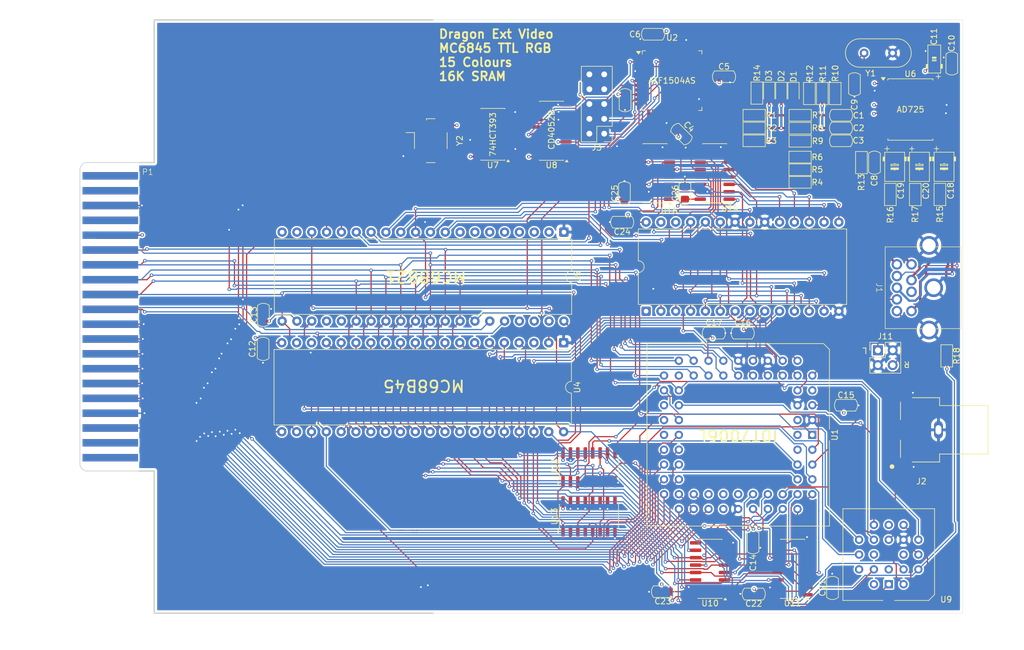
<source format=kicad_pcb>
(kicad_pcb (version 20241229) (generator "pcbnew") (generator_version "9.0")
  (layers (0 "F.Cu" signal) (4 "In1.Cu" signal) (6 "In2.Cu" signal) (2 "B.Cu" signal) (13 "F.Paste" user) (15 "B.Paste" user) (5 "F.SilkS" user "F.Silkscreen") (7 "B.SilkS" user "B.Silkscreen") (1 "F.Mask" user) (3 "B.Mask" user) (25 "Edge.Cuts" user))
  (net 0 "")
  (net 1 "Net-(C1-Pad2)")
  (net 2 "/Rin")
  (net 3 "Net-(C2-Pad2)")
  (net 4 "/Gin")
  (net 5 "Net-(C3-Pad2)")
  (net 6 "/Bin")
  (net 7 "Net-(D1-A)")
  (net 8 "/HB")
  (net 9 "Net-(D2-A)")
  (net 10 "Net-(D3-A)")
  (net 11 "~{P2}")
  (net 12 "TCK")
  (net 13 "TDI")
  (net 14 "TMS")
  (net 16 "TDO")
  (net 17 "+5V")
  (net 18 "GND")
  (net 19 "/RFB")
  (net 20 "/GFB")
  (net 21 "/BFB")
  (net 22 "/R")
  (net 23 "/G")
  (net 24 "/B")
  (net 25 "/MD1")
  (net 26 "/MA1")
  (net 28 "/MA8")
  (net 29 "/MD2")
  (net 30 "/MA12")
  (net 32 "/MA4")
  (net 33 "/MA0")
  (net 34 "/MD3")
  (net 35 "/MA10")
  (net 37 "/PB5")
  (net 38 "/MA7")
  (net 40 "/MA2")
  (net 41 "/MA3")
  (net 42 "/MA11")
  (net 44 "/MA13")
  (net 45 "/MD7")
  (net 46 "/MEM_CE")
  (net 47 "/MA9")
  (net 48 "/MD4")
  (net 49 "/MA6")
  (net 50 "/MA5")
  (net 51 "/MD5")
  (net 52 "/MD0")
  (net 53 "/MEM_OE")
  (net 54 "/MD6")
  (net 55 "/LOAD_CLK")
  (net 56 "/PB3")
  (net 69 "/CRTC_CLK")
  (net 70 "/PB2")
  (net 71 "/PB4")
  (net 73 "/BLANK")
  (net 74 "/RA0")
  (net 75 "/~{FS}")
  (net 76 "/LPSTB")
  (net 77 "/RA2")
  (net 78 "/RA1")
  (net 79 "/RA3")
  (net 80 "/DEn")
  (net 81 "/~{HS}")
  (net 82 "/VDC")
  (net 83 "/RA4")
  (net 84 "/CURSOR")
  (net 85 "/PB1")
  (net 86 "/PIA")
  (net 87 "/PB6")
  (net 88 "/PA6")
  (net 89 "/PA3")
  (net 90 "/PA5")
  (net 91 "/PB7")
  (net 92 "/PB0")
  (net 93 "/PA4")
  (net 95 "/PA1")
  (net 96 "/PA7")
  (net 97 "/PA2")
  (net 98 "/PA0")
  (net 99 "/Ch")
  (net 100 "/Cs")
  (net 101 "/Y")
  (net 102 "Net-(U6-4FSC_CLK)")
  (net 103 "/16MHz")
  (net 104 "/125KHz")
  (net 105 "/500KHz")
  (net 106 "/2MHz")
  (net 107 "/4MHz")
  (net 108 "Net-(U7A-CP)")
  (net 109 "/1MHz")
  (net 110 "/250KHz")
  (net 111 "/8MHz")
  (net 113 "/CPU{slash}~{VDU}")
  (net 115 "/~{CRTC}")
  (net 117 "Net-(C8-Pad1)")
  (net 118 "Net-(D1-K)")
  (net 119 "/Audio_R")
  (net 120 "/Audio-L")
  (net 121 "R{slash}~{W}")
  (net 122 "D3")
  (net 123 "D5")
  (net 125 "~{HALT}")
  (net 126 "~{RESET}")
  (net 127 "~{FIRQ}")
  (net 128 "~{IRQ}")
  (net 129 "~{NMI}")
  (net 131 "~{R2}")
  (net 136 "Q")
  (net 137 "E")
  (net 142 "D2")
  (net 143 "D0")
  (net 144 "D7")
  (net 145 "D1")
  (net 146 "D4")
  (net 147 "D6")
  (net 148 "A11")
  (net 149 "A0")
  (net 150 "A14")
  (net 151 "A12")
  (net 152 "A10")
  (net 153 "A13")
  (net 154 "A7")
  (net 155 "A8")
  (net 156 "A3")
  (net 157 "A6")
  (net 158 "A4")
  (net 159 "A9")
  (net 160 "A2")
  (net 161 "A5")
  (net 162 "A15")
  (net 163 "A1")
  (net 166 "Net-(C18-Pad2)")
  (net 167 "Net-(C19-Pad2)")
  (net 168 "Net-(C20-Pad2)")
  (net 169 "/ChT")
  (net 170 "/YT")
  (net 171 "/CsT")
  (net 172 "/~{HS}T")
  (net 173 "/XA1")
  (net 174 "/XA8")
  (net 175 "/XA12")
  (net 176 "/XA4")
  (net 177 "/XA0")
  (net 178 "/XA10")
  (net 179 "/XA7")
  (net 180 "/XA2")
  (net 181 "/XA3")
  (net 182 "/XA11")
  (net 183 "/XA13")
  (net 184 "/XA9")
  (net 185 "/XA6")
  (net 186 "/XA5")
  (net 187 "/CD3")
  (net 188 "/CD2")
  (net 189 "/CD5")
  (net 190 "/CD6")
  (net 192 "/CD1")
  (net 194 "/CD7")
  (net 195 "/CD0")
  (net 196 "/CD4")
  (net 199 "/GD1")
  (net 200 "/GD3")
  (net 201 "/GD0")
  (net 202 "/GD2")
  (net 203 "/GD6")
  (net 204 "/GD7")
  (net 205 "/GD5")
  (net 206 "/GD4")
  (footprint "PCM_Resistor_SMD_AKL:R_0805_2012Metric_Pad1.15x1.40mm" (layer "F.Cu") (at 201.91204 65.177211 -90)
    (property "Reference" "R13")
    (property "Value" "2K7" (hide yes))
  )
  (footprint "Oscillator:Oscillator_SMD_Abracon_ASV-4Pin_7.0x5.1mm_HandSoldering" (layer "F.Cu") (at 128.16354 61.422813 -90)
    (property "Reference" "Y2")
    (property "Value" "32MHz")
  )
  (footprint "Package_SO:SOIC-16_3.9x9.9mm_P1.27mm" (layer "F.Cu") (at 155.252239 117.365213 90)
    (property "Reference" "U12")
    (property "Value" "74LS157")
  )
  (footprint "PCM_Capacitor_SMD_AKL:C_0805_2012Metric_Pad1.15x1.40mm" (layer "F.Cu") (at 161.322839 70.426013 90)
    (property "Reference" "C25")
    (property "Value" "100nF" (hide yes))
  )
  (footprint "Package_SO:SOIC-16_3.9x9.9mm_P1.27mm" (layer "F.Cu") (at 155.25224 125.758412 90)
    (property "Reference" "U13")
    (property "Value" "74LS157")
  )
  (footprint "Package_QFP:TQFP-44_10x10mm_P0.8mm" (layer "F.Cu") (at 169.48319 51.135213)
    (property "Reference" "U2")
    (property "Value" "ATF1504AS")
  )
  (footprint "PCM_Resistor_SMD_AKL:R_0805_2012Metric_Pad1.15x1.40mm" (layer "F.Cu") (at 195.206439 53.340813 -90)
    (property "Reference" "R11")
    (property "Value" "75R" (hide yes))
  )
  (footprint "PCM_Capacitor_SMD_AKL:C_0805_2012Metric_Pad1.15x1.40mm" (layer "F.Cu") (at 196.95904 138.015414 90)
    (property "Reference" "C21")
    (property "Value" "100nF" (hide yes))
  )
  (footprint "PCM_Resistor_SMD_AKL:R_0805_2012Metric_Pad1.15x1.40mm" (layer "F.Cu") (at 183.53884 59.259012)
    (property "Reference" "R2")
    (property "Value" "68R" (hide yes))
  )
  (footprint "PCM_Capacitor_SMD_AKL:C_0805_2012Metric_Pad1.15x1.40mm" (layer "F.Cu") (at 171.083974 60.294497 -45)
    (property "Reference" "C4")
    (property "Value" "100nF" (hide yes))
  )
  (footprint "PCM_Capacitor_SMD_AKL:C_0805_2012Metric_Pad1.15x1.40mm" (layer "F.Cu") (at 198.415841 59.259012 180)
    (property "Reference" "C2")
    (property "Value" "100nF" (hide yes))
  )
  (footprint "PCM_Capacitor_SMD_AKL:C_0805_2012Metric_Pad1.15x1.40mm" (layer "F.Cu") (at 183.47164 139.056814 180)
    (property "Reference" "C22")
    (property "Value" "100nF" (hide yes))
  )
  (footprint "PCM_Capacitor_SMD_AKL:C_0805_2012Metric_Pad1.15x1.40mm" (layer "F.Cu") (at 99.49924 91.254012 90)
    (property "Reference" "C13")
    (property "Value" "100nF" (hide yes))
  )
  (footprint "Library:PLCC-68_THT-Socket" (layer "F.Cu") (at 193.50464 111.802613 -90)
    (property "Reference" "U1")
    (property "Value" "IDT7006L35J")
  )
  (footprint "Package_SO:SOIC-16_3.9x9.9mm_P1.27mm" (layer "F.Cu") (at 166.55524 66.997013 180)
    (property "Reference" "U16")
    (property "Value" "74LS157")
  )
  (footprint "PCM_Capacitor_SMD_AKL:C_0805_2012Metric_Pad1.15x1.40mm" (layer "F.Cu") (at 99.44844 97.079613 -90)
    (property "Reference" "C12")
    (property "Value" "100nF" (hide yes))
  )
  (footprint "PCM_Resistor_SMD_AKL:R_0805_2012Metric_Pad1.15x1.40mm" (layer "F.Cu") (at 183.538841 57.074611)
    (property "Reference" "R1")
    (property "Value" "68R" (hide yes))
  )
  (footprint "PCM_Resistor_SMD_AKL:R_0805_2012Metric_Pad1.15x1.40mm" (layer "F.Cu") (at 191.414438 68.555412)
    (property "Reference" "R4")
    (property "Value" "150R" (hide yes))
  )
  (footprint "PCM_Capacitor_SMD_AKL:C_0805_2012Metric_Pad1.15x1.40mm" (layer "F.Cu") (at 176.639039 94.378213)
    (property "Reference" "C17")
    (property "Value" "100nF" (hide yes))
  )
  (footprint "Package_SO:SOIC-16W_7.5x10.3mm_P1.27mm" (layer "F.Cu") (at 210.294038 56.084012)
    (property "Reference" "U6")
    (property "Value" "AD725")
  )
  (footprint "PCM_Capacitor_SMD_AKL:C_0805_2012Metric_Pad1.15x1.40mm" (layer "F.Cu") (at 199.270439 106.722612)
    (property "Reference" "C15")
    (property "Value" "100nF" (hide yes))
  )
  (footprint "PCM_Resistor_SMD_AKL:R_0805_2012Metric_Pad1.15x1.40mm" (layer "F.Cu") (at 183.53884 61.443412)
    (property "Reference" "R3")
    (property "Value" "68R" (hide yes))
  )
  (footprint "PCM_Resistor_SMD_AKL:R_0805_2012Metric_Pad1.15x1.40mm" (layer "F.Cu") (at 192.996639 53.340811 -90)
    (property "Reference" "R12")
    (property "Value" "75R" (hide yes))
  )
  (footprint "Package_SO:SOIC-16_3.9x9.9mm_P1.27mm" (layer "F.Cu") (at 148.83914 59.721012 180)
    (property "Reference" "U8")
    (property "Value" "CD4052B")
  )
  (footprint "Diode_SMD:D_0805_2012Metric_Pad1.15x1.40mm_HandSolder" (layer "F.Cu") (at 190.27884 53.290012 -90)
    (property "Reference" "D1")
    (property "Value" "1N4148")
  )
  (footprint "Crystal:Crystal_HC49-4H_Vertical" (layer "F.Cu") (at 207.247639 46.406612 180)
    (property "Reference" "Y1")
    (property "Value" "4.433618MHz")
  )
  (footprint "PCM_Capacitor_Tantalum_SMD_Handsoldering_AKL:CP_EIA-3528-21_Kemet-B" (layer "F.Cu") (at 211.84344 65.901912 -90)
    (property "Reference" "C20")
    (property "Value" "220uF" (hide yes))
  )
  (footprint "PCM_Capacitor_Tantalum_SMD_Handsoldering_AKL:CP_EIA-3528-21_Kemet-B" (layer "F.Cu") (at 207.601639 65.901913 -90)
    (property "Reference" "C19")
    (property "Value" "220uF" (hide yes))
  )
  (footprint "PCM_Resistor_SMD_AKL:R_0805_2012Metric_Pad1.15x1.40mm" (layer "F.Cu") (at 191.405438 64.237411)
    (property "Reference" "R6")
    (property "Value" "150R" (hide yes))
  )
  (footprint "PCM_Capacitor_SMD_AKL:C_0805_2012Metric_Pad1.15x1.40mm" (layer "F.Cu") (at 161.43139 54.488013 -90)
    (property "Reference" "C7" (hide yes))
    (property "Value" "100nF" (hide yes))
  )
  (footprint "PCM_Capacitor_SMD_AKL:C_0805_2012Metric_Pad1.15x1.40mm" (layer "F.Cu") (at 198.415841 61.443412 180)
    (property "Reference" "C3")
    (property "Value" "100nF" (hide yes))
  )
  (footprint "Package_DIP:DIP-40_W15.24mm" (layer "F.Cu") (at 150.90884 96.029213 -90)
    (property "Reference" "U4")
    (property "Value" "MC68B45")
  )
  (footprint "PCM_Capacitor_SMD_AKL:C_0805_2012Metric_Pad1.15x1.40mm" (layer "F.Cu") (at 167.92684 138.650412 180)
    (property "Reference" "C23")
    (property "Value" "100nF" (hide yes))
  )
  (footprint "Package_DIP:DIP-28_W15.24mm" (layer "F.Cu") (at 165.031239 90.619012 90)
    (property "Reference" "U15" (hide yes))
    (property "Value" "27C64")
  )
  (footprint "PCM_Capacitor_SMD_AKL:C_0805_2012Metric_Pad1.15x1.40mm" (layer "F.Cu") (at 160.941839 75.379012 180)
    (property "Reference" "C24")
    (property "Value" "100nF" (hide yes))
  )
  (footprint "PCM_Capacitor_Tantalum_SMD_Handsoldering_AKL:CP_EIA-3528-21_Kemet-B" (layer "F.Cu") (at 216.05984 65.896312 -90)
    (property "Reference" "C18")
    (property "Value" "220uF" (hide yes))
  )
  (footprint "Library:KMDGX-9S-AS" (layer "F.Cu") (at 214.28264 86.602611 -90)
    (property "Reference" "J1")
    (property "Value" "DIN-9")
  )
  (footprint "PCM_Resistor_SMD_AKL:R_0805_2012Metric_Pad1.15x1.40mm" (layer "F.Cu") (at 206.865039 70.638212 -90)
    (property "Reference" "R16")
    (property "Value" "75R" (hide yes))
  )
  (footprint "PCM_Capacitor_SMD_AKL:C_0805_2012Metric_Pad1.15x1.40mm" (layer "F.Cu") (at 200.718239 51.766011 -90)
    (property "Reference" "C9")
    (property "Value" "10pF" (hide yes))
  )
  (footprint "PCM_Capacitor_SMD_AKL:C_0805_2012Metric_Pad1.15x1.40mm" (layer "F.Cu") (at 217.380639 48.184612 90)
    (property "Reference" "C10")
    (property "Value" "100nF" (hide yes))
  )
  (footprint "Connector_PinHeader_2.54mm:PinHeader_2x02_P2.54mm_Vertical" (layer "F.Cu") (at 204.726439 97.319613)
    (property "Reference" "J11")
    (property "Value" "Audio")
  )
  (footprint "PCM_Capacitor_SMD_AKL:C_0805_2012Metric_Pad1.15x1.40mm" (layer "F.Cu") (at 198.432239 57.074611 180)
    (property "Reference" "C1")
    (property "Value" "100nF" (hide yes))
  )
  (footprint "PCM_Capacitor_Tantalum_SMD_Handsoldering_AKL:CP_EIA-3216-10_Kemet-I" (layer "F.Cu") (at 214.383439 47.440112 90)
    (property "Reference" "C11")
    (property "Value" "10uF" (hide yes))
  )
  (footprint "Package_SO:SOIC-16_3.9x9.9mm_P1.27mm" (layer "F.Cu") (at 175.98984 134.738812 180)
    (property "Reference" "U10")
    (property "Value" "74LS157")
  )
  (footprint "Package_SO:SOIC-16_3.9x9.9mm_P1.27mm" (layer "F.Cu") (at 176.780239 66.997012 180)
    (property "Reference" "U14")
    (property "Value" "74LS157")
  )
  (footprint "PCM_Capacitor_SMD_AKL:C_0805_2012Metric_Pad1.15x1.40mm" (layer "F.Cu") (at 181.575639 94.378213 180)
    (property "Reference" "C16")
    (property "Value" "100nF" (hide yes))
  )
  (footprint "Library:CUI_RCJ-013-SMT" (layer "F.Cu") (at 216.100239 110.939013 180)
    (property "Reference" "J2")
    (property "Value" "Conn_Coaxial")
  )
  (footprint "PCM_Resistor_SMD_AKL:R_0805_2012Metric_Pad1.15x1.40mm" (layer "F.Cu") (at 191.41284 59.284411)
    (property "Reference" "R8")
    (property "Value" "150R" (hide yes))
  )
  (footprint "PCM_Capacitor_SMD_AKL:C_0805_2012Metric_Pad1.15x1.40mm" (layer "F.Cu") (at 178.382641 50.466113)
    (property "Reference" "C5")
    (property "Value" "100nF" (hide yes))
  )
  (footprint "Diode_SMD:D_0805_2012Metric_Pad1.15x1.40mm_HandSolder" (layer "F.Cu") (at 186.113239 53.264612 -90)
    (property "Reference" "D3")
    (property "Value" "1N4148")
  )
  (footprint "PCM_Resistor_SMD_AKL:R_0805_2012Metric_Pad1.15x1.40mm" (layer "F.Cu") (at 191.42184 61.519612)
    (property "Reference" "R9")
    (property "Value" "150R" (hide yes))
  )
  (footprint "PCM_Resistor_SMD_AKL:R_0805_2012Metric_Pad1.15x1.40mm" (layer "F.Cu") (at 191.405438 66.396412)
    (property "Reference" "R5")
    (property "Value" "150R" (hide yes))
  )
  (footprint "PCM_Resistor_SMD_AKL:R_0805_2012Metric_Pad1.15x1.40mm" (layer "F.Cu") (at 211.132239 70.647211 -90)
    (property "Reference" "R17")
    (property "Value" "75R" (hide yes))
  )
  (footprint "PCM_Capacitor_SMD_AKL:C_0805_2012Metric_Pad1.15x1.40mm" (layer "F.Cu") (at 183.344638 130.192213 -90)
    (property "Reference" "C14")
    (property "Value" "100nF" (hide yes))
  )
  (footprint "Package_SO:SOIC-16_3.9x9.9mm_P1.27mm" (layer "F.Cu") (at 190.112239 134.738813 180)
    (property "Reference" "U11")
    (property "Value" "74LS157")
  )
  (footprint "PCM_Resistor_SMD_AKL:R_0805_2012Metric_Pad1.15x1.40mm" (layer "F.Cu") (at 184.00504 53.27361 90)
    (property "Reference" "R14")
    (property "Value" "68R" (hide yes))
  )
  (footprint "Package_DIP:DIP-40_W15.24mm" (layer "F.Cu") (at 150.959639 77.080813 -90)
    (property "Reference" "U5")
    (property "Value" "MC68B21")
  )
  (footprint "PCM_Resistor_SMD_AKL:R_0805_2012Metric_Pad1.15x1.40mm" (layer "F.Cu") (at 215.34864 70.638211 -90)
    (property "Reference" "R15")
    (property "Value" "75R" (hide yes))
  )
  (footprint "PCM_Capacitor_SMD_AKL:C_0805_2012Metric_Pad1.15x1.40mm" (layer "F.Cu") (at 166.225041 43.197213 180)
    (property "Reference" "C6")
    (property "Value" "100nF" (hide yes))
  )
  (footprint "Diode_SMD:D_0805_2012Metric_Pad1.15x1.40mm_HandSolder" (layer "F.Cu") (at 188.192943 53.279086 -90)
    (property "Reference" "D2")
    (property "Value" "1N4148")
  )
  (footprint "PCM_Capacitor_SMD_AKL:C_0805_2012Metric_Pad1.15x1.40mm" (layer "F.Cu") (at 204.14724 65.18621 90)
    (property "Reference" "C8")
    (property "Value" "100nF" (hide yes))
  )
  (footprint "PCM_Resistor_SMD_AKL:R_0805_2012Metric_Pad1.15x1.40mm" (layer "F.Cu") (at 197.41624 53.34981 -90)
    (property "Reference" "R10")
    (property "Value" "75R" (hide yes))
  )
  (footprint "Library:CartridgeEdge" (layer "F.Cu") (at 68.070955 64.906798)
    (property "Reference" "P1")
    (property "Value" "~")
    (fp_line (start 0 1.524) (end 0 51.816) (stroke (width 0.127)) (layer "Edge.Cuts"))
    (fp_line (start 1.27 53.086) (end 10.16 53.086) (stroke (width 0.127)) (layer "Edge.Cuts"))
    (fp_line (start 10.16 0.254) (end 1.27 0.254) (stroke (width 0.127)) (layer "Edge.Cuts"))
    (fp_line (start 10.16 0.254) (end 12.72829 0.254) (stroke (width 0.254)) (layer "Edge.Cuts"))
    (fp_line (start 10.16 53.086) (end 12.731926 53.086) (stroke (width 0.254)) (layer "Edge.Cuts"))
    (fp_line (start 12.72829 -24.165198) (end 12.72829 0.254) (stroke (width 0.254)) (layer "Edge.Cuts"))
    (fp_line (start 12.731926 53.086) (end 12.731926 77.434802) (stroke (width 0.254)) (layer "Edge.Cuts"))
    (fp_line (start 12.731926 77.434802) (end 60.47549 77.434802) (stroke (width 0.254)) (layer "Edge.Cuts"))
    (fp_line (start 60.47549 -24.165198) (end 12.72829 -24.165198) (stroke (width 0.254)) (layer "Edge.Cuts"))
    (fp_arc (start 0 1.524) (mid 0.371974 0.625974) (end 1.27 0.254) (stroke (width 0.127)) (layer "Edge.Cuts"))
    (fp_arc (start 1.27 53.086) (mid 0.371974 52.714026) (end 0 51.816) (stroke (width 0.127)) (layer "Edge.Cuts"))
  )
  (footprint "PCM_Resistor_SMD_AKL:R_0805_2012Metric_Pad1.15x1.40mm" (layer "F.Cu") (at 216.51704 98.273412 -90)
    (property "Reference" "R18")
    (property "Value" "68R" (hide yes))
  )
  (footprint "PCM_Resistor_SMD_AKL:R_0805_2012Metric_Pad1.15x1.40mm" (layer "F.Cu") (at 191.42184 57.074611)
    (property "Reference" "R7")
    (property "Value" "150R" (hide yes))
  )
  (footprint "PCM_Capacitor_SMD_AKL:C_0805_2012Metric_Pad1.15x1.40mm" (layer "F.Cu") (at 171.68604 70.400613 90)
    (property "Reference" "C26")
    (property "Value" "100nF" (hide yes))
  )
  (footprint "Package_SO:SOIC-14_3.9x8.7mm_P1.27mm" (layer "F.Cu") (at 138.806139 60.330613 180)
    (property "Reference" "U7")
    (property "Value" "74HCT393")
  )
  (footprint "Connector_PinHeader_2.54mm:PinHeader_2x05_P2.54mm_Vertical" (layer "F.Cu") (at 157.861 60.2234 180)
    (property "Reference" "J3")
    (property "Value" "JTAG")
  )
  (footprint "Library:PLCC-20_THT-Socket" (layer "F.Cu") (at 206.585639 137.380412 180)
    (property "Reference" "U9")
    (property "Value" "GAL16V8")
  )
  (gr_line (start 219.2782 142.3416) (end 128.5494 142.3416) (stroke (width 0.05)) (layer "Edge.Cuts"))
  (gr_line (start 219.2782 40.7416) (end 219.2782 142.3416) (stroke (width 0.05)) (layer "Edge.Cuts"))
  (gr_line (start 128.5494 40.7416) (end 219.278232 40.7416) (stroke (width 0.05)) (layer "Edge.Cuts"))
  (gr_text "Dragon Ext Video\nMC6845 TTL RGB\n15 Colours\n16K SRAM" (at 129.3876 51.2826 0) (layer "F.SilkS") (effects (font (size 1.5 1.5) (thickness 0.3)) (justify left bottom)))
  (segment (start 197.40724 54.38381) (end 197.41624 54.37481) (width 0.4) (layer "F.Cu") (net 1))
  (segment (start 197.407239 57.074612) (end 192.446838 57.074612) (width 0.4) (layer "F.Cu") (net 1))
  (segment (start 197.407239 57.074612) (end 197.40724 54.38381) (width 0.4) (layer "F.Cu") (net 1))
  (segment (start 200.371639 57.989012) (end 199.457241 57.074612) (width 0.4) (layer "F.Cu") (net 2))
  (segment (start 205.64404 57.989012) (end 200.371639 57.989012) (width 0.4) (layer "F.Cu") (net 2))
  (segment (start 197.390839 59.259011) (end 195.181041 59.259012) (width 0.4) (layer "F.Cu") (net 3))
  (segment (start 195.181041 59.259012) (end 192.44684 59.259012) (width 0.4) (layer "F.Cu") (net 3))
  (segment (start 195.206439 54.365811) (end 195.206439 55.474413) (width 0.4) (layer "F.Cu") (net 3))
  (via (at 195.206439 55.474413) (size 0.6) (drill 0.3) (layers "F.Cu" "B.Cu") (net 3))
  (via (at 195.181041 59.259012) (size 0.6) (drill 0.3) (layers "F.Cu" "B.Cu") (net 3))
  (segment (start 195.206441 59.233612) (end 195.181041 59.259012) (width 0.4) (layer "B.Cu") (net 3))
  (segment (start 195.206439 55.474413) (end 195.206441 59.233612) (width 0.4) (layer "B.Cu") (net 3))
  (segment (start 199.440839 59.259011) (end 205.644038 59.259011) (width 0.4) (layer "F.Cu") (net 4))
  (segment (start 191.421839 55.940611) (end 191.421839 59.970211) (width 0.4) (layer "F.Cu") (net 5))
  (segment (start 191.421839 59.970211) (end 192.446838 60.995212) (width 0.4) (layer "F.Cu") (net 5))
  (segment (start 192.996639 54.36581) (end 191.421839 55.940611) (width 0.4) (layer "F.Cu") (net 5))
  (segment (start 192.446838 60.995212) (end 192.446839 61.443413) (width 0.4) (layer "F.Cu") (net 5))
  (segment (start 192.446839 61.443413) (end 197.390839 61.443411) (width 0.4) (layer "F.Cu") (net 5))
  (segment (start 200.355239 60.529011) (end 205.64404 60.529012) (width 0.4) (layer "F.Cu") (net 6))
  (segment (start 199.440839 61.443411) (end 200.355239 60.529011) (width 0.4) (layer "F.Cu") (net 6))
  (segment (start 184.56384 57.074612) (end 183.52244 58.116012) (width 0.4) (layer "F.Cu") (net 7))
  (segment (start 190.39684 54.433013) (end 190.278839 54.31501) (width 0.4) (layer "F.Cu") (net 7))
  (segment (start 184.284439 63.627812) (end 186.51964 63.627811) (width 0.4) (layer "F.Cu") (net 7))
  (segment (start 183.522439 62.865812) (end 184.284439 63.627812) (width 0.4) (layer "F.Cu") (net 7))
  (segment (start 183.52244 58.116012) (end 183.522439 62.865812) (width 0.4) (layer "F.Cu") (net 7))
  (segment (start 189.41524 57.074612) (end 190.39684 57.074611) (width 0.4) (layer "F.Cu") (net 7))
  (segment (start 190.380439 68.546413) (end 190.389439 68.555411) (width 0.4) (layer "F.Cu") (net 7))
  (segment (start 189.77084 68.546414) (end 190.380439 68.546413) (width 0.4) (layer "F.Cu") (net 7))
  (segment (start 188.983439 67.759012) (end 189.77084 68.546414) (width 0.4) (layer "F.Cu") (net 7))
  (segment (start 190.39684 57.074611) (end 190.39684 54.433013) (width 0.4) (layer "F.Cu") (net 7))
  (segment (start 188.98344 66.091612) (end 188.983439 67.759012) (width 0.4) (layer "F.Cu") (net 7))
  (segment (start 186.51964 63.627811) (end 188.98344 66.091612) (width 0.4) (layer "F.Cu") (net 7))
  (segment (start 184.56384 57.074612) (end 189.41524 57.074612) (width 0.4) (layer "F.Cu") (net 7))
  (segment (start 184.005039 54.34041) (end 184.00504 54.29861) (width 0.4) (layer "F.Cu") (net 8))
  (segment (start 182.54454 52.83811) (end 182.54454 49.839312) (width 0.4) (layer "F.Cu") (net 8))
  (segment (start 184.00504 54.29861) (end 182.54454 52.83811) (width 0.4) (layer "F.Cu") (net 8))
  (segment (start 181.44044 48.735212) (end 175.145689 48.735212) (width 0.4) (layer "F.Cu") (net 8))
  (segment (start 182.54454 49.839312) (end 181.44044 48.735212) (width 0.4) (layer "F.Cu") (net 8))
  (segment (start 191.37284 60.793031) (end 191.362649 60.782841) (width 0.4) (layer "F.Cu") (net 9))
  (segment (start 188.192943 54.304087) (end 188.192943 55.471315) (width 0.4) (layer "F.Cu") (net 9))
  (segment (start 188.192943 55.471315) (end 188.19604 55.474412) (width 0.4) (layer "F.Cu") (net 9))
  (segment (start 191.362649 60.77462) (end 190.39684 59.808812) (width 0.4) (layer "F.Cu") (net 9))
  (segment (start 191.362649 60.782841) (end 191.362649 60.77462) (width 0.4) (layer "F.Cu") (net 9))
  (segment (start 191.372841 65.40401) (end 191.37284 60.793031) (width 0.4) (layer "F.Cu") (net 9))
  (segment (start 190.39684 59.808812) (end 190.39684 59.259011) (width 0.4) (layer "F.Cu") (net 9))
  (segment (start 190.39684 59.259011) (end 188.170639 59.259011) (width 0.4) (layer "F.Cu") (net 9))
  (segment (start 188.170639 59.259011) (end 184.563839 59.259011) (width 0.4) (layer "F.Cu") (net 9))
  (segment (start 190.38044 66.396411) (end 191.372841 65.40401) (width 0.4) (layer "F.Cu") (net 9))
  (via (at 188.170639 59.259011) (size 0.6) (drill 0.3) (layers "F.Cu" "B.Cu") (net 9))
  (via (at 188.19604 55.474412) (size 0.6) (drill 0.3) (layers "F.Cu" "B.Cu") (net 9))
  (segment (start 188.19604 55.474412) (end 188.196039 59.233611) (width 0.4) (layer "B.Cu") (net 9))
  (segment (start 188.196039 59.233611) (end 188.170639 59.259011) (width 0.4) (layer "B.Cu") (net 9))
  (segment (start 186.113239 55.398212) (end 186.138639 55.423612) (width 0.4) (layer "F.Cu") (net 10))
  (segment (start 190.405839 64.212011) (end 190.380439 64.237411) (width 0.4) (layer "F.Cu") (net 10))
  (segment (start 190.39684 61.443411) (end 186.113239 61.443412) (width 0.4) (layer "F.Cu") (net 10))
  (segment (start 190.39684 61.519613) (end 190.405839 61.52861) (width 0.4) (layer "F.Cu") (net 10))
  (segment (start 186.11324 54.28961) (end 186.113239 55.398212) (width 0.4) (layer "F.Cu") (net 10))
  (segment (start 186.113239 61.443412) (end 184.56384 61.443413) (width 0.4) (layer "F.Cu") (net 10))
  (segment (start 190.405839 61.52861) (end 190.405839 64.212011) (width 0.4) (layer "F.Cu") (net 10))
  (via (at 186.113239 61.443412) (size 0.6) (drill 0.3) (layers "F.Cu" "B.Cu") (net 10))
  (via (at 186.138639 55.423612) (size 0.6) (drill 0.3) (layers "F.Cu" "B.Cu") (net 10))
  (segment (start 186.138639 55.423612) (end 186.138639 61.418012) (width 0.4) (layer "B.Cu") (net 10))
  (segment (start 186.138639 61.418012) (end 186.113239 61.443412) (width 0.4) (layer "B.Cu") (net 10))
  (segment (start 210.412853 141.605) (end 130.2004 141.605) (width 0.2) (layer "F.Cu") (net 11))
  (segment (start 212.30064 130.903413) (end 213.21504 131.817813) (width 0.2) (layer "F.Cu") (net 11))
  (segment (start 213.21504 138.802813) (end 210.412853 141.605) (width 0.2) (layer "F.Cu") (net 11))
  (segment (start 210.573439 130.166812) (end 211.31004 130.903413) (width 0.2) (layer "F.Cu") (net 11))
  (segment (start 211.31004 130.903413) (end 212.30064 130.903413) (width 0.2) (layer "F.Cu") (net 11))
  (segment (start 213.21504 131.817813) (end 213.21504 138.802813) (width 0.2) (layer "F.Cu") (net 11))
  (segment (start 130.2004 141.605) (end 126.4666 137.8712) (width 0.2) (layer "F.Cu") (net 11))
  (segment (start 210.573439 128.668214) (end 210.573439 130.166812) (width 0.2) (layer "F.Cu") (net 11))
  (segment (start 209.12564 127.220413) (end 210.573439 128.668214) (width 0.2) (layer "F.Cu") (net 11))
  (via (at 126.4666 137.8712) (size 0.6) (drill 0.3) (layers "F.Cu" "B.Cu") (net 11))
  (segment (start 111.2774 137.033) (end 125.6284 137.033) (width 0.2) (layer "B.Cu") (net 11))
  (segment (start 73.277955 110.626798) (end 84.871198 110.626798) (width 0.2) (layer "B.Cu") (net 11))
  (segment (start 125.6284 137.033) (end 126.4666 137.8712) (width 0.2) (layer "B.Cu") (net 11))
  (segment (start 84.871198 110.626798) (end 111.2774 137.033) (width 0.2) (layer "B.Cu") (net 11))
  (segment (start 167.913839 52.735212) (end 166.479039 54.170013) (width 0.2) (layer "F.Cu") (net 12))
  (segment (start 175.14569 52.735213) (end 167.913839 52.735212) (width 0.2) (layer "F.Cu") (net 12))
  (via (at 166.479039 54.170013) (size 0.6) (drill 0.3) (layers "F.Cu" "B.Cu") (net 12))
  (segment (start 158.000439 60.325812) (end 158.63564 59.690612) (width 0.2) (layer "B.Cu") (net 12))
  (segment (start 158.000439 60.325812) (end 160.80584 60.325812) (width 0.2) (layer "B.Cu") (net 12))
  (segment (start 166.479039 54.652613) (end 166.479039 54.170013) (width 0.2) (layer "B.Cu") (net 12))
  (segment (start 160.80584 60.325812) (end 166.479039 54.652613) (width 0.2) (layer "B.Cu") (net 12))
  (segment (start 161.031039 47.135212) (end 158.000439 50.165812) (width 0.2) (layer "F.Cu") (net 13))
  (segment (start 163.82069 47.135212) (end 161.031039 47.135212) (width 0.2) (layer "F.Cu") (net 13))
  (segment (start 160.687439 51.935212) (end 158.000439 54.622212) (width 0.2) (layer "F.Cu") (net 14))
  (segment (start 163.820689 51.935214) (end 160.687439 51.935212) (width 0.2) (layer "F.Cu") (net 14))
  (segment (start 158.000439 54.622212) (end 158.00044 55.245812) (width 0.2) (layer "F.Cu") (net 14))
  (segment (start 175.14569 47.935212) (end 166.76539 47.935212) (width 0.2) (layer "F.Cu") (net 16))
  (via (at 166.76539 47.935212) (size 0.6) (drill 0.3) (layers "F.Cu" "B.Cu") (net 16))
  (segment (start 166.765389 50.353063) (end 166.76539 47.935212) (width 0.2) (layer "B.Cu") (net 16))
  (segment (start 165.86944 51.249012) (end 166.765389 50.353063) (width 0.2) (layer "B.Cu") (net 16))
  (segment (start 158.00044 57.785812) (end 162.736241 57.785812) (width 0.2) (layer "B.Cu") (net 16))
  (segment (start 162.736241 57.785812) (end 165.869438 54.652613) (width 0.2) (layer "B.Cu") (net 16))
  (segment (start 165.869438 54.652613) (end 165.86944 51.249012) (width 0.2) (layer "B.Cu") (net 16))
  (segment (start 185.04644 126.204413) (end 183.34464 124.502614) (width 0.2) (layer "F.Cu") (net 17))
  (segment (start 183.547839 138.193213) (end 184.41144 139.056814) (width 0.2) (layer "F.Cu") (net 17))
  (segment (start 193.504639 106.722613) (end 198.245441 106.722613) (width 0.2) (layer "F.Cu") (net 17))
  (segment (start 150.80724 116.131013) (end 150.807239 114.890212) (width 0.2) (layer "F.Cu") (net 17))
  (segment (start 100.08344 96.029213) (end 102.648839 96.029212) (width 0.2) (layer "F.Cu") (net 17))
  (segment (start 168.96824 138.650412) (end 167.69824 137.380412) (width 0.2) (layer "F.Cu") (net 17))
  (segment (start 205.64404 56.719012) (end 204.12184 56.719012) (width 0.2) (layer "F.Cu") (net 17))
  (segment (start 150.80724 124.462213) (end 150.807239 123.283413) (width 0.2) (layer "F.Cu") (net 17))
  (segment (start 130.66354 58.792813) (end 132.596941 58.792813) (width 0.2) (layer "F.Cu") (net 17))
  (segment (start 182.189038 94.789811) (end 182.600637 94.378212) (width 0.2) (layer "F.Cu") (net 17))
  (segment (start 160.306839 71.442013) (end 160.281439 71.467413) (width 0.2) (layer "F.Cu") (net 17))
  (segment (start 100.05804 96.054613) (end 100.08344 96.029213) (width 0.2) (layer "F.Cu") (net 17))
  (segment (start 175.18054 50.326513) (end 177.218042 50.326513) (width 0.4) (layer "F.Cu") (net 17))
  (segment (start 170.575389 59.785913) (end 170.57539 60.761813) (width 0.2) (layer "F.Cu") (net 17))
  (segment (start 183.34464 129.167215) (end 184.547438 129.167214) (width 0.2) (layer "F.Cu") (net 17))
  (segment (start 217.38064 49.20961) (end 214.802939 49.20961) (width 0.2) (layer "F.Cu") (net 17))
  (segment (start 216.491638 54.204412) (end 217.38064 53.315412) (width 0.2) (layer "F.Cu") (net 17))
  (segment (start 169.48319 56.797713) (end 169.483189 58.693714) (width 0.2) (layer "F.Cu") (net 17))
  (segment (start 204.22344 55.449011) (end 204.07104 55.296611) (width 0.2) (layer "F.Cu") (net 17))
  (segment (start 161.431389 53.463014) (end 160.277238 53.463014) (width 0.2) (layer "F.Cu") (net 17))
  (segment (start 99.541041 92.320813) (end 99.49924 92.279011) (width 0.2) (layer "F.Cu") (net 17))
  (segment (start 99.44844 96.054612) (end 98.542228 95.1484) (width 0.2) (layer "F.Cu") (net 17))
  (segment (start 214.944038 54.179012) (end 216.466238 54.179012) (width 0.2) (layer "F.Cu") (net 17))
  (segment (start 74.420955 77.606798) (end 78.704802 77.606798) (width 0.2) (layer "F.Cu") (net 17))
  (segment (start 171.58444 71.442013) (end 170.44144 72.585013) (width 0.2) (layer "F.Cu") (net 17))
  (segment (start 182.332439 94.646411) (end 182.33244 100.630414) (width 0.2) (layer "F.Cu") (net 17))
  (segment (start 161.966841 75.379013) (end 161.966839 74.092613) (width 0.2) (layer "F.Cu") (net 17))
  (segment (start 198.245441 106.722613) (end 198.24544 107.374014) (width 0.2) (layer "F.Cu") (net 17))
  (segment (start 164.080239 71.442014) (end 160.306839 71.442013) (width 0.2) (layer "F.Cu") (net 17))
  (segment (start 167.883189 43.830363) (end 167.250037 43.197213) (width 0.2) (layer "F.Cu") (net 17))
  (segment (start 214.802939 49.20961) (end 214.38344 48.790112) (width 0.2) (layer "F.Cu") (net 17))
  (segment (start 177.56984 50.678311) (end 177.569839 51.431313) (width 0.4) (layer "F.Cu") (net 17))
  (segment (start 217.38064 53.315412) (end 217.38064 49.20961) (width 0.2) (layer "F.Cu") (net 17))
  (segment (start 177.218042 50.326513) (end 177.56984 50.678311) (width 0.4) (layer "F.Cu") (net 17))
  (segment (start 165.031241 75.379013) (end 161.966841 75.379013) (width 0.2) (layer "F.Cu") (net 17))
  (segment (start 184.547438 129.167214) (end 185.046439 128.668213) (width 0.2) (layer "F.Cu") (net 17))
  (segment (start 184.41144 139.056814) (end 184.496639 139.056813) (width 0.2) (layer "F.Cu") (net 17))
  (segment (start 204.17264 51.639012) (end 204.14724 51.613612) (width 0.2) (layer "F.Cu") (net 17))
  (segment (start 175.61404 98.992014) (end 175.724639 99.102613) (width 0.2) (layer "F.Cu") (net 17))
  (segment (start 167.250037 43.197213) (end 167.97764 43.197212) (width 0.2) (layer "F.Cu") (net 17))
  (segment (start 204.12184 56.719012) (end 204.04564 56.795212) (width 0.2) (layer "F.Cu") (net 17))
  (segment (start 175.61404 94.378213) (end 175.61404 98.992014) (width 0.2) (layer "F.Cu") (net 17))
  (segment (start 213.549339 48.790112) (end 212.834039 49.505412) (width 0.2) (layer "F.Cu") (net 17))
  (segment (start 136.33114 64.140613) (end 134.97074 64.140613) (width 0.2) (layer "F.Cu") (net 17))
  (segment (start 175.61404 94.378213) (end 175.614039 94.445414) (width 0.2) (layer "F.Cu") (net 17))
  (segment (start 132.596941 58.792813) (end 132.608539 58.781214) (width 0.2) (layer "F.Cu") (net 17))
  (segment (start 175.614039 94.445414) (end 176.435839 95.267214) (width 0.2) (layer "F.Cu") (net 17))
  (segment (start 171.628862 138.650412) (end 168.96824 138.650412) (width 0.2) (layer "F.Cu") (net 17))
  (segment (start 161.966839 74.092613) (end 161.957839 74.083613) (width 0.2) (layer "F.Cu") (net 17))
  (segment (start 182.600637 94.378212) (end 181.904438 93.682012) (width 0.2) (layer "F.Cu") (net 17))
  (segment (start 98.542228 95.1484) (end 98.1456 95.1484) (width 0.2) (layer "F.Cu") (net 17))
  (segment (start 184.62364 139.183813) (end 187.63724 139.183813) (width 0.2) (layer "F.Cu") (net 17))
  (segment (start 167.88319 45.472713) (end 167.883189 43.830363) (width 0.2) (layer "F.Cu") (net 17))
  (segment (start 100.48984 92.320814) (end 99.541041 92.320813) (width 0.2) (layer "F.Cu") (net 17))
  (segment (start 185.046439 128.668213) (end 185.04644 126.204413) (width 0.2) (layer "F.Cu") (net 17))
  (segment (start 78.704802 77.606798) (end 78.74 77.5716) (width 0.2) (layer "F.Cu") (net 17))
  (segment (start 184.496639 139.056813) (end 184.62364 139.183813) (width 0.2) (layer "F.Cu") (net 17))
  (segment (start 161.503586 53.535212) (end 161.431388 53.463014) (width 0.2) (layer "F.Cu") (net 17))
  (segment (start 216.466238 54.179012) (end 216.491638 54.204412) (width 0.2) (layer "F.Cu") (net 17))
  (segment (start 160.277238 53.463014) (end 160.25604 53.484212) (width 0.2) (layer "F.Cu") (net 17))
  (segment (start 173.51484 139.183813) (end 172.162262 139.183813) (width 0.2) (layer "F.Cu") (net 17))
  (segment (start 204.04564 134.840414) (end 199.845642 139.040412) (width 0.2) (layer "F.Cu") (net 17))
  (segment (start 199.845642 139.040412) (end 196.95904 139.040412) (width 0.2) (layer "F.Cu") (net 17))
  (segment (start 174.305238 71.442013) (end 171.58444 71.442013) (width 0.2) (layer "F.Cu") (net 17))
  (segment (start 181.904438 93.682012) (end 181.744439 93.682012) (width 0.2) (layer "F.Cu") (net 17))
  (segment (start 214.38344 48.790112) (end 213.549339 48.790112) (width 0.2) (layer "F.Cu") (net 17))
  (segment (start 167.97764 43.197212) (end 168.536439 42.638413) (width 0.2) (layer "F.Cu") (net 17))
  (segment (start 169.483189 58.693714) (end 170.575389 59.785913) (width 0.2) (layer "F.Cu") (net 17))
  (segment (start 172.162262 139.183813) (end 171.628862 138.650412) (width 0.2) (layer "F.Cu") (net 17))
  (segment (start 163.82069 53.535213) (end 161.503586 53.535212) (width 0.2) (layer "F.Cu") (net 17))
  (segment (start 205.644039 55.449012) (end 204.22344 55.449011) (width 0.2) (layer "F.Cu") (net 17))
  (segment (start 198.24544 107.374014) (end 198.88944 108.018014) (width 0.2) (layer "F.Cu") (net 17))
  (segment (start 146.36414 64.166013) (end 144.95294 64.166012) (width 0.2) (layer "F.Cu") (net 17))
  (segment (start 182.600637 94.378212) (end 182.332439 94.646411) (width 0.2) (layer "F.Cu") (net 17))
  (segment (start 205.644039 51.639012) (end 204.17264 51.639012) (width 0.2) (layer "F.Cu") (net 17))
  (segment (start 182.33244 100.630414) (end 183.34464 101.642614) (width 0.2) (layer "F.Cu") (net 17))
  (via (at 177.569839 51.431313) (size 0.6) (drill 0.3) (layers "F.Cu" "B.Cu") (net 17))
  (via (at 160.25604 53.484212) (size 0.6) (drill 0.3) (layers "F.Cu" "B.Cu") (net 17))
  (via (at 160.281439 71.467413) (size 0.6) (drill 0.3) (layers "F.Cu" "B.Cu") (net 17))
  (via (at 212.834039 49.505412) (size 0.6) (drill 0.3) (layers "F.Cu" "B.Cu") (net 17))
  (via (at 132.608539 58.781214) (size 0.6) (drill 0.3) (layers "F.Cu" "B.Cu") (net 17))
  (via (at 198.88944 108.018014) (size 0.6) (drill 0.3) (layers "F.Cu" "B.Cu") (net 17))
  (via (at 150.80724 116.131013) (size 0.6) (drill 0.3) (layers "F.Cu" "B.Cu") (net 17))
  (via (at 204.07104 55.296611) (size 0.6) (drill 0.3) (layers "F.Cu" "B.Cu") (net 17))
  (via (at 100.48984 92.320814) (size 0.6) (drill 0.3) (layers "F.Cu" "B.Cu") (net 17))
  (via (at 204.04564 56.795212) (size 0.6) (drill 0.3) (layers "F.Cu" "B.Cu") (net 17))
  (via (at 161.957839 74.083613) (size 0.6) (drill 0.3) (layers "F.Cu" "B.Cu") (net 17))
  (via (at 168.536439 42.638413) (size 0.6) (drill 0.3) (layers "F.Cu" "B.Cu") (net 17))
  (via (at 170.44144 72.585013) (size 0.6) (drill 0.3) (layers "F.Cu" "B.Cu") (net 17))
  (via (at 98.1456 95.1484) (size 0.6) (drill 0.3) (layers "F.Cu" "B.Cu") (net 17))
  (via (at 167.69824 137.380412) (size 0.6) (drill 0.3) (layers "F.Cu" "B.Cu") (net 17))
  (via (at 170.57539 60.761813) (size 0.6) (drill 0.3) (layers "F.Cu" "B.Cu") (net 17))
  (via (at 134.97074 64.140613) (size 0.6) (drill 0.3) (layers "F.Cu" "B.Cu") (net 17))
  (via (at 183.547839 138.193213) (size 0.6) (drill 0.3) (layers "F.Cu" "B.Cu") (net 17))
  (via (at 204.14724 51.613612) (size 0.6) (drill 0.3) (layers "F.Cu" "B.Cu") (net 17))
  (via (at 144.95294 64.166012) (size 0.6) (drill 0.3) (layers "F.Cu" "B.Cu") (net 17))
  (via (at 78.74 77.5716) (size 0.6) (drill 0.3) (layers "F.Cu" "B.Cu") (net 17))
  (via (at 181.744439 93.682012) (size 0.6) (drill 0.3) (layers "F.Cu" "B.Cu") (net 17))
  (via (at 176.435839 95.267214) (size 0.6) (drill 0.3) (layers "F.Cu" "B.Cu") (net 17))
  (via (at 150.80724 124.462213) (size 0.6) (drill 0.3) (layers "F.Cu" "B.Cu") (net 17))
  (segment (start 101.590839 91.219814) (end 100.48984 92.320814) (width 0.2) (layer "B.Cu") (net 17))
  (segment (start 104.13864 91.219813) (end 101.590839 91.219814) (width 0.2) (layer "B.Cu") (net 17))
  (segment (start 105.23964 92.320813) (end 104.13864 91.219813) (width 0.2) (layer "B.Cu") (net 17))
  (segment (start 205.644038 52.909011) (end 204.22344 52.909011) (width 0.2) (layer "F.Cu") (net 18))
  (segment (start 171.68604 69.375613) (end 171.68604 67.581214) (width 0.2) (layer "F.Cu") (net 18))
  (segment (start 179.915639 130.293812) (end 179.941039 130.268412) (width 0.2) (layer "F.Cu") (net 18))
  (segment (start 181.18564 139.056814) (end 181.16024 139.031414) (width 0.2) (layer "F.Cu") (net 18))
  (segment (start 173.514839 137.913813) (end 172.377186 137.913814) (width 0.2) (layer "F.Cu") (net 18))
  (segment (start 171.81304 61.023563) (end 171.81304 62.602812) (width 0.2) (layer "F.Cu") (net 18))
  (segment (start 100.811041 90.229013) (end 100.82004 90.238013) (width 0.2) (layer "F.Cu") (net 18))
  (segment (start 161.431389 56.154663) (end 161.424439 56.161613) (width 0.2) (layer "F.Cu") (net 18))
  (segment (start 179.407639 51.422313) (end 179.39864 51.431312) (width 0.2) (layer "F.Cu") (net 18))
  (segment (start 179.25524 62.552013) (end 177.85824 62.552013) (width 0.2) (layer "F.Cu") (net 18))
  (segment (start 209.10024 117.289014) (end 210.852839 117.289014) (width 0.2) (layer "F.Cu") (net 18))
  (segment (start 216.018039 47.159612) (end 216.009039 47.168613) (width 0.2) (layer "F.Cu") (net 18))
  (segment (start 171.68604 67.581214) (end 171.66064 67.555813) (width 0.2) (layer "F.Cu") (net 18))
  (segment (start 175.145689 54.335213) (end 174.13724 54.335213) (width 0.2) (layer "F.Cu") (net 18))
  (segment (start 182.446639 139.056812) (end 181.18564 139.056814) (width 0.2) (layer "F.Cu") (net 18))
  (segment (start 168.68319 58.249613) (end 168.53319 58.399613) (width 0.2) (layer "F.Cu") (net 18))
  (segment (start 192.58724 130.293812) (end 192.587239 129.306213) (width 0.2) (layer "F.Cu") (net 18))
  (segment (start 99.49924 90.229014) (end 100.811041 90.229013) (width 0.2) (layer "F.Cu") (net 18))
  (segment (start 171.808757 61.019282) (end 171.81304 61.023563) (width 0.2) (layer "F.Cu") (net 18))
  (segment (start 160.0846 119.840212) (end 160.24092 119.996532) (width 0.2) (layer "F.Cu") (net 18))
  (segment (start 178.603839 94.378214) (end 177.664039 94.378214) (width 0.2) (layer "F.Cu") (net 18))
  (segment (start 125.663539 64.052813) (end 123.476139 64.052814) (width 0.2) (layer "F.Cu") (net 18))
  (segment (start 216.33924 55.449012) (end 216.491638 55.296612) (width 0.2) (layer "F.Cu") (net 18))
  (segment (start 123.476139 64.052814) (end 123.464541 64.064413) (width 0.2) (layer "F.Cu") (net 18))
  (segment (start 151.314139 56.546012) (end 150.109838 56.546013) (width 0.2) (layer "F.Cu") (net 18))
  (segment (start 214.38344 46.090112) (end 212.923939 46.090111) (width 0.2) (layer "F.Cu") (net 18))
  (segment (start 197.416239 52.324812) (end 197.41624 52.299412) (width 0.2) (layer "F.Cu") (net 18))
  (segment (start 200.718239 52.791011) (end 200.718239 53.899611) (width 0.2) (layer "F.Cu") (net 18))
  (segment (start 178.464839 130.293813) (end 179.915639 130.293812) (width 0.2) (layer "F.Cu") (net 18))
  (segment (start 159.697239 119.840212) (end 160.0846 119.840212) (width 0.2) (layer "F.Cu") (net 18))
  (segment (start 214.944039 55.449012) (end 216.33924 55.449012) (width 0.2) (layer "F.Cu") (net 18))
  (segment (start 204.22344 52.909011) (end 204.17264 52.858211) (width 0.2) (layer "F.Cu") (net 18))
  (segment (start 174.13724 54.335213) (end 174.09904 54.297013) (width 0.2) (layer "F.Cu") (net 18))
  (segment (start 163.82069 49.535213) (end 163.195431 49.535213) (width 0.2) (layer "F.Cu") (net 18))
  (segment (start 192.587239 129.306213) (end 192.59024 129.303212) (width 0.2) (layer "F.Cu") (net 18))
  (segment (start 200.295438 106.722613) (end 201.404039 106.722612) (width 0.2) (layer "F.Cu") (net 18))
  (segment (start 187.63724 137.913814) (end 186.271555 137.913813) (width 0.2) (layer "F.Cu") (net 18))
  (segment (start 151.314141 57.816013) (end 150.031439 57.816013) (width 0.2) (layer "F.Cu") (net 18))
  (segment (start 163.195431 49.535213) (end 163.171583 49.511365) (width 0.2) (layer "F.Cu") (net 18))
  (segment (start 164.080239 70.172012) (end 165.48844 70.172012) (width 0.2) (layer "F.Cu") (net 18))
  (segment (start 179.407639 50.466112) (end 179.407639 51.422313) (width 0.2) (layer "F.Cu") (net 18))
  (segment (start 197.41624 52.299412) (end 196.47644 51.359612) (width 0.2) (layer "F.Cu") (net 18))
  (segment (start 169.030239 62.552013) (end 167.85064 62.552013) (width 0.2) (layer "F.Cu") (net 18))
  (segment (start 195.206439 52.315812) (end 195.20644 51.334212) (width 0.2) (layer "F.Cu") (net 18))
  (segment (start 157.157239 123.283413) (end 157.157239 124.426413) (width 0.2) (layer "F.Cu") (net 18))
  (segment (start 175.521439 70.172012) (end 174.30524 70.172012) (width 0.2) (layer "F.Cu") (net 18))
  (segment (start 217.380639 47.159612) (end 216.018039 47.159612) (width 0.2) (layer "F.Cu") (net 18))
  (segment (start 201.404039 106.722612) (end 201.42944 106.748013) (width 0.2) (layer "F.Cu") (net 18))
  (segment (start 177.85824 62.552013) (end 177.83284 62.526613) (width 0.2) (layer "F.Cu") (net 18))
  (segment (start 184.504041 131.217212) (end 184.589239 131.132013) (width 0.2) (layer "F.Cu") (net 18))
  (segment (start 159.916841 75.379013) (end 158.859039 75.379012) (width 0.2) (layer "F.Cu") (net 18))
  (segment (start 196.959038 135.627813) (end 196.908238 135.577013) (width 0.2) (layer "F.Cu") (net 18))
  (segment (start 159.697239 129.531608) (end 159.697239 128.233414) (width 0.2) (layer "F.Cu") (net 18))
  (segment (start 171.883188 45.472713) (end 171.88319 44.202712) (width 0.2) (layer "F.Cu") (net 18))
  (segment (start 172.377186 137.913814) (end 172.337951 137.874579) (width 0.2) (layer "F.Cu") (net 18))
  (segment (start 151.314141 55.276013) (end 150.00824 55.276012) (width 0.2) (layer "F.Cu") (net 18))
  (segment (start 179.594439 94.378213) (end 180.550639 94.378214) (width 0.2) (layer "F.Cu") (net 18))
  (segment (start 214.94404 56.719012) (end 216.379773 56.719013) (width 0.2) (layer "F.Cu") (net 18))
  (segment (start 158.859039 75.379012) (end 158.833639 75.353612) (width 0.2) (layer "F.Cu") (net 18))
  (segment (start 152.07724 114.890212) (end 152.07724 116.146013) (width 0.2) (layer "F.Cu") (net 18))
  (segment (start 171.88319 44.202712) (end 171.90859 44.177312) (width 0.2) (layer "F.Cu") (net 18))
  (segment (start 150.00824 55.276012) (end 149.96904 55.236813) (width 0.2) (layer "F.Cu") (net 18))
  (segment (start 141.28114 56.520613) (end 142.61614 56.520612) (width 0.2) (layer "F.Cu") (net 18))
  (segment (start 209.10024 104.589013) (end 210.725839 104.589012) (width 0.2) (layer "F.Cu") (net 18))
  (segment (start 141.28114 62.870613) (end 142.61614 62.870612) (width 0.2) (layer "F.Cu") (net 18))
  (segment (start 161.322839 69.401013) (end 161.322839 68.343213) (width 0.2) (layer "F.Cu") (net 18))
  (segment (start 161.431389 55.513011) (end 161.431389 56.154663) (width 0.2) (layer "F.Cu") (net 18))
  (segment (start 192.996639 52.315813) (end 192.996639 51.334213) (width 0.2) (layer "F.Cu") (net 18))
  (segment (start 99.44844 98.104611) (end 99.44844 99.432812) (width 0.2) (layer "F.Cu") (net 18))
  (segment (start 154.617239 123.283414) (end 154.61724 124.436814) (width 0.2) (layer "F.Cu") (net 18))
  (segment (start 165.56464 138.650413) (end 165.53924 138.675813) (width 0.2) (layer "F.Cu") (net 18))
  (segment (start 152.07724 116.146013) (end 152.102639 116.171413) (width 0.2) (layer "F.Cu") (net 18))
  (segment (start 73.277955 108.086798) (end 79.130798 108.086798) (width 0.2) (layer "F.Cu") (net 18))
  (segment (start 158.427238 123.283413) (end 158.42724 124.477214) (width 0.2) (layer "F.Cu") (net 18))
  (segment (start 99.44844 99.432812) (end 99.42304 99.458212) (width 0.2) (layer "F.Cu") (net 18))
  (segment (start 186.271555 137.913813) (end 186.248523 137.936845) (width 0.2) (layer "F.Cu") (net 18))
  (segment (start 150.031439 57.816013) (end 150.01984 57.827612) (width 0.2) (layer "F.Cu") (net 18))
  (segment (start 212.923939 46.090111) (end 212.91024 46.076412) (width 0.2) (layer "F.Cu") (net 18))
  (segment (start 165.18159 42.869062) (end 164.040639 44.010012) (width 0.2) (layer "F.Cu") (net 18))
  (segment (start 168.683189 56.797713) (end 168.68319 58.249613) (width 0.2) (layer "F.Cu") (net 18))
  (segment (start 196.95904 136.990413) (end 196.959038 135.627813) (width 0.2) (layer "F.Cu") (net 18))
  (segment (start 165.181591 42.804013) (end 165.18159 42.869062) (width 0.2) (layer "F.Cu") (net 18))
  (segment (start 135.225439 61.600612) (end 134.906839 61.282014) (width 0.2) (layer "F.Cu") (net 18))
  (segment (start 153.34724 124.436812) (end 153.34724 123.283412) (width 0.2) (layer "F.Cu") (net 18))
  (segment (start 136.331139 61.600612) (end 135.225439 61.600612) (width 0.2) (layer "F.Cu") (net 18))
  (segment (start 142.61614 62.870612) (end 142.64154 62.845212) (width 0.2) (layer "F.Cu") (net 18))
  (segment (start 152.07724 123.283413) (end 152.07724 124.436813) (width 0.2) (layer "F.Cu") (net 18))
  (segment (start 183.344639 131.217212) (end 184.504041 131.217212) (width 0.2) (layer "F.Cu") (net 18))
  (segment (start 166.901841 138.650413) (end 165.56464 138.650413) (width 0.2) (layer "F.Cu") (net 18))
  (segment (start 150.109838 56.546013) (end 150.04524 56.481413) (width 0.2) (layer "F.Cu") (net 18))
  (via (at 79.130798 108.086798) (size 0.6) (drill 0.3) (layers "F.Cu" "B.Cu") (net 18))
  (via (at 196.47644 51.359612) (size 0.6) (drill 0.3) (layers "F.Cu" "B.Cu") (net 18))
  (via (at 149.96904 55.236813) (size 0.6) (drill 0.3) (layers "F.Cu" "B.Cu") (net 18))
  (via (at 150.04524 56.481413) (size 0.6) (drill 0.3) (layers "F.Cu" "B.Cu") (net 18))
  (via (at 192.996639 51.334213) (size 0.6) (drill 0.3) (layers "F.Cu" "B.Cu") (net 18))
  (via (at 172.337951 137.874579) (size 0.6) (drill 0.3) (layers "F.Cu" "B.Cu") (net 18))
  (via (at 153.34724 124.436812) (size 0.6) (drill 0.3) (layers "F.Cu" "B.Cu") (net 18))
  (via (at 184.589239 131.132013) (size 0.6) (drill 0.3) (layers "F.Cu" "B.Cu") (net 18))
  (via (at 165.48844 70.172012) (size 0.6) (drill 0.3) (layers "F.Cu" "B.Cu") (net 18))
  (via (at 99.42304 99.458212) (size 0.6) (drill 0.3) (layers "F.Cu" "B.Cu") (net 18))
  (via (at 210.852839 117.289014) (size 0.6) (drill 0.3) (layers "F.Cu" "B.Cu") (net 18))
  (via (at 158.833639 75.353612) (size 0.6) (drill 0.3) (layers "F.Cu" "B.Cu") (net 18))
  (via (at 171.66064 67.555813) (size 0.6) (drill 0.3) (layers "F.Cu" "B.Cu") (net 18))
  (via (at 150.01984 57.827612) (size 0.6) (drill 0.3) (layers "F.Cu" "B.Cu") (net 18))
  (via (at 216.491638 55.296612) (size 0.6) (drill 0.3) (layers "F.Cu" "B.Cu") (net 18))
  (via (at 152.102639 116.171413) (size 0.6) (drill 0.3) (layers "F.Cu" "B.Cu") (net 18))
  (via (at 159.697239 129.531608) (size 0.6) (drill 0.3) (layers "F.Cu" "B.Cu") (net 18))
  (via (at 175.521439 70.172012) (size 0.6) (drill 0.3) (layers "F.Cu" "B.Cu") (net 18))
  (via (at 174.09904 54.297013) (size 0.6) (drill 0.3) (layers "F.Cu" "B.Cu") (net 18))
  (via (at 142.61614 56.520612) (size 0.6) (drill 0.3) (layers "F.Cu" "B.Cu") (net 18))
  (via (at 171.81304 62.602812) (size 0.6) (drill 0.3) (layers "F.Cu" "B.Cu") (net 18))
  (via (at 167.85064 62.552013) (size 0.6) (drill 0.3) (layers "F.Cu" "B.Cu") (net 18))
  (via (at 181.16024 139.031414) (size 0.6) (drill 0.3) (layers "F.Cu" "B.Cu") (net 18))
  (via (at 178.603839 94.378214) (size 0.6) (drill 0.3) (layers "F.Cu" "B.Cu") (net 18))
  (via (at 163.171583 49.511365) (size 0.6) (drill 0.3) (layers "F.Cu" "B.Cu") (net 18))
  (via (at 216.379773 56.719013) (size 0.6) (drill 0.3) (layers "F.Cu" "B.Cu") (net 18))
  (via (at 171.90859 44.177312) (size 0.6) (drill 0.3) (layers "F.Cu" "B.Cu") (net 18))
  (via (at 212.91024 46.076412) (size 0.6) (drill 0.3) (layers "F.Cu" "B.Cu") (net 18))
  (via (at 161.424439 56.161613) (size 0.6) (drill 0.3) (layers "F.Cu" "B.Cu") (net 18))
  (via (at 100.82004 90.238013) (size 0.6) (drill 0.3) (layers "F.Cu" "B.Cu") (net 18))
  (via (at 166.275839 86.783613) (size 0.6) (drill 0.3) (layers "F.Cu" "B.Cu") (net 18))
  (via (at 179.39864 51.431312) (size 0.6) (drill 0.3) (layers "F.Cu" "B.Cu") (net 18))
  (via (at 157.157239 124.426413) (size 0.6) (drill 0.3) (layers "F.Cu" "B.Cu") (net 18))
  (via (at 168.53319 58.399613) (size 0.6) (drill 0.3) (layers "F.Cu" "B.Cu") (net 18))
  (via (at 216.009039 47.168613) (size 0.6) (drill 0.3) (layers "F.Cu" "B.Cu") (net 18))
  (via (at 177.83284 62.526613) (size 0.6) (drill 0.3) (layers "F.Cu" "B.Cu") (net 18))
  (via (at 192.59024 129.303212) (size 0.6) (drill 0.3) (layers "F.Cu" "B.Cu") (net 18))
  (via (at 160.24092 119.996532) (size 0.6) (drill 0.3) (layers "F.Cu" "B.Cu") (net 18))
  (via (at 164.040639 44.010012) (size 0.6) (drill 0.3) (layers "F.Cu" "B.Cu") (net 18))
  (via (at 179.941039 130.268412) (size 0.6) (drill 0.3) (layers "F.Cu" "B.Cu") (net 18))
  (via (at 158.42724 124.477214) (size 0.6) (drill 0.3) (layers "F.Cu" "B.Cu") (net 18))
  (via (at 196.908238 135.577013) (size 0.6) (drill 0.3) (layers "F.Cu" "B.Cu") (net 18))
  (via (at 200.718239 53.899611) (size 0.6) (drill 0.3) (layers "F.Cu" "B.Cu") (net 18))
  (via (at 142.64154 62.845212) (size 0.6) (drill 0.3) (layers "F.Cu" "B.Cu") (net 18))
  (via (at 152.07724 124.436813) (size 0.6) (drill 0.3) (layers "F.Cu" "B.Cu") (net 18))
  (via (at 161.322839 68.343213) (size 0.6) (drill 0.3) (layers "F.Cu" "B.Cu") (net 18))
  (via (at 186.248523 137.936845) (size 0.6) (drill 0.3) (layers "F.Cu" "B.Cu") (net 18))
  (via (at 195.20644 51.334212) (size 0.6) (drill 0.3) (layers "F.Cu" "B.Cu") (net 18))
  (via (at 210.725839 104.589012) (size 0.6) (drill 0.3) (layers "F.Cu" "B.Cu") (net 18))
  (via (at 127.18524 75.353612) (size 0.6) (drill 0.3) (layers "F.Cu" "B.Cu") (net 18))
  (via (at 165.53924 138.675813) (size 0.6) (drill 0.3) (layers "F.Cu" "B.Cu") (net 18))
  (via (at 160.057967 62.364245) (size 0.6) (drill 0.3) (layers "F.Cu" "B.Cu") (net 18))
  (via (at 123.464541 64.064413) (size 0.6) (drill 0.3) (layers "F.Cu" "B.Cu") (net 18))
  (via (at 179.594439 94.378213) (size 0.6) (drill 0.3) (layers "F.Cu" "B.Cu") (net 18))
  (via (at 204.17264 52.858211) (size 0.6) (drill 0.3) (layers "F.Cu" "B.Cu") (net 18))
  (via (at 134.906839 61.282014) (size 0.6) (drill 0.3) (layers "F.Cu" "B.Cu") (net 18))
  (via (at 154.61724 124.436814) (size 0.6) (drill 0.3) (layers "F.Cu" "B.Cu") (net 18))
  (via (at 201.42944 106.748013) (size 0.6) (drill 0.3) (layers "F.Cu" "B.Cu") (net 18))
  (segment (start 73.277955 108.086798) (end 79.130798 108.086798) (width 0.2) (layer "B.Cu") (net 18))
  (segment (start 79.130798 108.086798) (end 79.1464 108.1024) (width 0.2) (layer "B.Cu") (net 18))
  (segment (start 176.24464 49.535213) (end 175.14569 49.535213) (width 0.4) (layer "F.Cu") (net 19))
  (segment (start 175.14589 49.535012) (end 175.14569 49.535213) (width 0.4) (layer "F.Cu") (net 19))
  (segment (start 181.744439 53.535012) (end 181.74444 50.131412) (width 0.4) (layer "F.Cu") (net 19))
  (segment (start 176.414741 49.365113) (end 176.24464 49.535213) (width 0.4) (layer "F.Cu") (net 19))
  (segment (start 181.74444 50.131412) (end 180.97814 49.365112) (width 0.4) (layer "F.Cu") (net 19))
  (segment (start 180.97814 49.365112) (end 177.74464 49.365112) (width 0.4) (layer "F.Cu") (net 19))
  (segment (start 182.513841 54.304414) (end 181.744439 53.535012) (width 0.4) (layer "F.Cu") (net 19))
  (segment (start 177.74464 49.365112) (end 176.414741 49.365113) (width 0.4) (layer "F.Cu") (net 19))
  (segment (start 182.513841 57.074611) (end 182.513841 54.304414) (width 0.4) (layer "F.Cu") (net 19))
  (segment (start 180.550639 52.239612) (end 177.22324 52.239612) (width 0.4) (layer "F.Cu") (net 20))
  (segment (start 182.513841 59.259011) (end 182.363038 59.259011) (width 0.4) (layer "F.Cu") (net 20))
  (segment (start 181.08404 52.773013) (end 180.550639 52.239612) (width 0.4) (layer "F.Cu") (net 20))
  (segment (start 177.22324 52.239612) (end 176.11884 51.135213) (width 0.4) (layer "F.Cu") (net 20))
  (segment (start 176.11884 51.135213) (end 175.14569 51.135213) (width 0.4) (layer "F.Cu") (net 20))
  (segment (start 181.08404 57.980013) (end 181.08404 52.773013) (width 0.4) (layer "F.Cu") (net 20))
  (segment (start 182.363038 59.259011) (end 181.08404 57.980013) (width 0.4) (layer "F.Cu") (net 20))
  (segment (start 181.829637 61.443412) (end 182.513841 61.443411) (width 0.4) (layer "F.Cu") (net 21))
  (segment (start 177.058139 53.065112) (end 179.82674 53.065112) (width 0.4) (layer "F.Cu") (net 21))
  (segment (start 180.195038 59.808813) (end 181.829637 61.443412) (width 0.4) (layer "F.Cu") (net 21))
  (segment (start 175.928239 51.935212) (end 177.058139 53.065112) (width 0.4) (layer "F.Cu") (net 21))
  (segment (start 179.82674 53.065112) (end 180.19504 53.433412) (width 0.4) (layer "F.Cu") (net 21))
  (segment (start 175.145689 51.935213) (end 175.928239 51.935212) (width 0.4) (layer "F.Cu") (net 21))
  (segment (start 180.19504 53.433412) (end 180.195038 59.808813) (width 0.4) (layer "F.Cu") (net 21))
  (segment (start 193.93544 68.555411) (end 192.506638 68.555412) (width 0.4) (layer "F.Cu") (net 22))
  (segment (start 201.480239 69.791013) (end 195.171039 69.791013) (width 0.4) (layer "F.Cu") (net 22))
  (segment (start 202.465839 70.776613) (end 201.480239 69.791013) (width 0.4) (layer "F.Cu") (net 22))
  (segment (start 195.171039 69.791013) (end 193.93544 68.555411) (width 0.4) (layer "F.Cu") (net 22))
  (segment (start 207.98264 82.602611) (end 202.465839 77.085812) (width 0.4) (layer "F.Cu") (net 22))
  (segment (start 202.465839 77.085812) (end 202.465839 70.776613) (width 0.4) (layer "F.Cu") (net 22))
  (segment (start 203.77934 75.899312) (end 203.77934 70.134314) (width 0.4) (layer "F.Cu") (net 23))
  (segment (start 202.114838 68.469812) (end 196.34984 68.469812) (width 0.4) (layer "F.Cu") (net 23))
  (segment (start 194.27644 66.396411) (end 192.497638 66.396412) (width 0.4) (layer "F.Cu") (net 23))
  (segment (start 210.48264 82.602611) (end 203.77934 75.899312) (width 0.4) (layer "F.Cu") (net 23))
  (segment (start 203.77934 70.134314) (end 202.114838 68.469812) (width 0.4) (layer "F.Cu") (net 23))
  (segment (start 196.34984 68.469812) (end 194.27644 66.396411) (width 0.4) (layer "F.Cu") (net 23))
  (segment (start 210.48264 84.800612) (end 211.89424 83.389012) (width 0.4) (layer "F.Cu") (net 24))
  (segment (start 210.482639 85.302612) (end 210.48264 84.800612) (width 0.4) (layer "F.Cu") (net 24))
  (segment (start 202.970639 67.471413) (end 197.50064 67.471413) (width 0.4) (layer "F.Cu") (net 24))
  (segment (start 197.50064 67.471413) (end 194.266639 64.237412) (width 0.4) (layer "F.Cu") (net 24))
  (segment (start 211.894239 81.865012) (end 205.18414 75.154913) (width 0.4) (layer "F.Cu") (net 24))
  (segment (start 194.266639 64.237412) (end 192.497638 64.237411) (width 0.4) (layer "F.Cu") (net 24))
  (segment (start 205.18414 69.684913) (end 202.970639 67.471413) (width 0.4) (layer "F.Cu") (net 24))
  (segment (start 211.89424 83.389012) (end 211.894239 81.865012) (width 0.4) (layer "F.Cu") (net 24))
  (segment (start 205.18414 75.154913) (end 205.18414 69.684913) (width 0.4) (layer "F.Cu") (net 24))
  (segment (start 193.50464 101.642613) (end 194.165039 100.982213) (width 0.2) (layer "F.Cu") (net 25))
  (segment (start 175.19124 88.891812) (end 175.19124 90.619012) (width 0.2) (layer "F.Cu") (net 25))
  (segment (start 179.25524 65.092012) (end 178.28024 65.092014) (width 0.2) (layer "F.Cu") (net 25))
  (segment (start 194.165039 100.982213) (end 194.165041 88.891813) (width 0.2) (layer "F.Cu") (net 25))
  (segment (start 178.28024 65.092014) (end 177.350239 66.022015) (width 0.2) (layer "F.Cu") (net 25))
  (segment (start 176.292239 87.790812) (end 175.19124 88.891812) (width 0.2) (layer "F.Cu") (net 25))
  (segment (start 176.292239 75.260962) (end 176.292239 87.790812) (width 0.2) (layer "F.Cu") (net 25))
  (segment (start 177.350239 66.022015) (end 177.350239 74.202962) (width 0.2) (layer "F.Cu") (net 25))
  (segment (start 177.350239 74.202962) (end 176.292239 75.260962) (width 0.2) (layer "F.Cu") (net 25))
  (via (at 194.165041 88.891813) (size 0.6) (drill 0.3) (layers "F.Cu" "B.Cu") (net 25))
  (via (at 175.19124 88.891812) (size 0.6) (drill 0.3) (layers "F.Cu" "B.Cu") (net 25))
  (segment (start 194.165041 88.891813) (end 175.19124 88.891812) (width 0.2) (layer "B.Cu") (net 25))
  (segment (start 142.01884 110.880563) (end 141.96804 110.931363) (width 0.2) (layer "F.Cu") (net 26))
  (segment (start 186.333239 134.704813) (end 189.91464 134.704812) (width 0.2) (layer "F.Cu") (net 26))
  (segment (start 142.01884 106.925814) (end 142.01884 110.880563) (width 0.2) (layer "F.Cu") (net 26))
  (segment (start 185.732239 134.103813) (end 186.333239 134.704813) (width 0.2) (layer "F.Cu") (net 26))
  (segment (start 189.91464 134.704812) (end 191.853639 136.643812) (width 0.2) (layer "F.Cu") (net 26))
  (segment (start 174.983568 134.805233) (end 174.891748 134.713413) (width 0.2) (layer "F.Cu") (net 26))
  (segment (start 175.522047 134.805233) (end 174.983568 134.805233) (width 0.2) (layer "F.Cu") (net 26))
  (segment (start 176.223467 134.103813) (end 175.522047 134.805233) (width 0.2) (layer "F.Cu") (net 26))
  (segment (start 178.46484 134.103813) (end 176.223467 134.103813) (width 0.2) (layer "F.Cu") (net 26))
  (segment (start 140.748838 105.655813) (end 142.01884 106.925814) (width 0.2) (layer "F.Cu") (net 26))
  (segment (start 141.96804 110.931363) (end 141.968038 112.419099) (width 0.2) (layer "F.Cu") (net 26))
  (segment (start 144.152439 114.6035) (end 144.152439 123.435814) (width 0.2) (layer "F.Cu") (net 26))
  (segment (start 191.853639 136.643812) (end 192.58724 136.643814) (width 0.2) (layer "F.Cu") (net 26))
  (segment (start 178.46484 134.103813) (end 185.732239 134.103813) (width 0.2) (layer "F.Cu") (net 26))
  (segment (start 140.748838 96.029213) (end 140.748838 105.655813) (width 0.2) (layer "F.Cu") (net 26))
  (segment (start 174.891748 134.713413) (end 168.384039 134.713413) (width 0.2) (layer "F.Cu") (net 26))
  (segment (start 141.968038 112.419099) (end 144.152439 114.6035) (width 0.2) (layer "F.Cu") (net 26))
  (via (at 144.152439 123.435814) (size 0.6) (drill 0.3) (layers "F.Cu" "B.Cu") (net 26))
  (via (at 168.384039 134.713413) (size 0.6) (drill 0.3) (layers "F.Cu" "B.Cu") (net 26))
  (segment (start 147.286318 125.899613) (end 161.856239 125.899613) (width 0.2) (layer "B.Cu") (net 26))
  (segment (start 167.736239 131.779613) (end 167.73624 134.065613) (width 0.2) (layer "B.Cu") (net 26))
  (segment (start 146.026718 124.640013) (end 147.286318 125.899613) (width 0.2) (layer "B.Cu") (net 26))
  (segment (start 144.152439 123.435814) (end 145.35664 124.640014) (width 0.2) (layer "B.Cu") (net 26))
  (segment (start 167.73624 134.065613) (end 168.384039 134.713413) (width 0.2) (layer "B.Cu") (net 26))
  (segment (start 161.856239 125.899613) (end 167.736239 131.779613) (width 0.2) (layer "B.Cu") (net 26))
  (segment (start 145.35664 124.640014) (end 146.026718 124.640013) (width 0.2) (layer "B.Cu") (net 26))
  (segment (start 126.01684 116.781012) (end 130.28404 116.781012) (width 0.2) (layer "F.Cu") (net 28))
  (segment (start 152.07724 117.390613) (end 152.07724 119.840213) (width 0.2) (layer "F.Cu") (net 28))
  (segment (start 124.289638 111.751813) (end 124.28964 115.053812) (width 0.2) (layer "F.Cu") (net 28))
  (segment (start 151.493039 116.806412) (end 152.07724 117.390613) (width 0.2) (layer "F.Cu") (net 28))
  (segment (start 125.78824 116.552412) (end 126.01684 116.781012) (width 0.2) (layer "F.Cu") (net 28))
  (segment (start 124.28964 111.032963) (end 124.289638 111.751813) (width 0.2) (layer "F.Cu") (net 28))
  (segment (start 122.96884 109.712163) (end 124.28964 111.032963) (width 0.2) (layer "F.Cu") (net 28))
  (segment (start 154.617239 116.171412) (end 154.617239 114.890212) (width 0.2) (layer "F.Cu") (net 28))
  (segment (start 124.28964 115.053812) (end 125.78824 116.552412) (width 0.2) (layer "F.Cu") (net 28))
  (segment (start 122.96884 96.029212) (end 122.96884 109.712163) (width 0.2) (layer "F.Cu") (net 28))
  (via (at 154.617239 116.171412) (size 0.6) (drill 0.3) (layers "F.Cu" "B.Cu") (net 28))
  (via (at 130.28404 116.781012) (size 0.6) (drill 0.3) (layers "F.Cu" "B.Cu") (net 28))
  (via (at 151.493039 116.806412) (size 0.6) (drill 0.3) (layers "F.Cu" "B.Cu") (net 28))
  (segment (start 153.09324 116.171413) (end 154.617239 116.171412) (width 0.2) (layer "B.Cu") (net 28))
  (segment (start 152.89004 116.374613) (end 153.09324 116.171413) (width 0.2) (layer "B.Cu") (net 28))
  (segment (start 152.458239 116.806412) (end 152.89004 116.374613) (width 0.2) (layer "B.Cu") (net 28))
  (segment (start 151.467639 116.781012) (end 151.493039 116.806412) (width 0.2) (layer "B.Cu") (net 28))
  (segment (start 151.493039 116.806412) (end 152.458239 116.806412) (width 0.2) (layer "B.Cu") (net 28))
  (segment (start 130.28404 116.781012) (end 151.467639 116.781012) (width 0.2) (layer "B.Cu") (net 28))
  (segment (start 175.97864 74.134413) (end 174.581639 74.134412) (width 0.2) (layer "F.Cu") (net 29))
  (segment (start 173.89584 85.843813) (end 172.62584 87.113813) (width 0.2) (layer "F.Cu") (net 29))
  (segment (start 175.280238 63.822012) (end 176.94384 65.485614) (width 0.2) (layer "F.Cu") (net 29))
  (segment (start 172.62584 87.113813) (end 172.65124 87.139213) (width 0.2) (layer "F.Cu") (net 29))
  (segment (start 189.16124 97.299213) (end 189.16124 87.190013) (width 0.2) (layer "F.Cu") (net 29))
  (segment (start 172.65124 87.139213) (end 172.65124 90.619012) (width 0.2) (layer "F.Cu") (net 29))
  (segment (start 176.94384 73.169213) (end 175.97864 74.134413) (width 0.2) (layer "F.Cu") (net 29))
  (segment (start 174.581639 74.134412) (end 173.895839 74.820213) (width 0.2) (layer "F.Cu") (net 29))
  (segment (start 190.964639 99.102612) (end 189.16124 97.299213) (width 0.2) (layer "F.Cu") (net 29))
  (segment (start 176.94384 65.485614) (end 176.94384 73.169213) (width 0.2) (layer "F.Cu") (net 29))
  (segment (start 174.30524 63.822012) (end 175.280238 63.822012) (width 0.2) (layer "F.Cu") (net 29))
  (segment (start 173.895839 74.820213) (end 173.89584 85.843813) (width 0.2) (layer "F.Cu") (net 29))
  (via (at 172.62584 87.113813) (size 0.6) (drill 0.3) (layers "F.Cu" "B.Cu") (net 29))
  (via (at 189.16124 87.190013) (size 0.6) (drill 0.3) (layers "F.Cu" "B.Cu") (net 29))
  (segment (start 172.62584 87.113813) (end 172.70204 87.190013) (width 0.2) (layer "B.Cu") (net 29))
  (segment (start 172.70204 87.190013) (end 189.16124 87.190013) (width 0.2) (layer "B.Cu") (net 29))
  (segment (start 112.80884 96.029212) (end 112.80884 109.465812) (width 0.2) (layer "F.Cu") (net 30))
  (segment (start 149.232439 129.684213) (end 151.601439 129.684213) (width 0.2) (layer "F.Cu") (net 30))
  (segment (start 113.901038 117.822413) (end 115.501239 119.422614) (width 0.2) (layer "F.Cu") (net 30))
  (segment (start 151.601439 129.684213) (end 152.07724 129.208412) (width 0.2) (layer "F.Cu") (net 30))
  (segment (start 113.90984 110.566812) (end 113.90984 112.098612) (width 0.2) (layer "F.Cu") (net 30))
  (segment (start 113.901039 112.107413) (end 113.901038 117.822413) (width 0.2) (layer "F.Cu") (net 30))
  (segment (start 113.90984 112.098612) (end 113.901039 112.107413) (width 0.2) (layer "F.Cu") (net 30))
  (segment (start 112.80884 109.465812) (end 113.90984 110.566812) (width 0.2) (layer "F.Cu") (net 30))
  (segment (start 138.970839 119.422613) (end 149.232439 129.684213) (width 0.2) (layer "F.Cu") (net 30))
  (segment (start 115.501239 119.422614) (end 138.970839 119.422613) (width 0.2) (layer "F.Cu") (net 30))
  (segment (start 152.07724 129.208412) (end 152.077239 128.233413) (width 0.2) (layer "F.Cu") (net 30))
  (segment (start 134.34804 112.056613) (end 134.348039 114.571212) (width 0.2) (layer "F.Cu") (net 32))
  (segment (start 140.037639 117.441413) (end 141.53624 118.940013) (width 0.2) (layer "F.Cu") (net 32))
  (segment (start 137.218239 117.441413) (end 140.037639 117.441413) (width 0.2) (layer "F.Cu") (net 32))
  (segment (start 187.63724 135.373813) (end 189.135839 135.373813) (width 0.2) (layer "F.Cu") (net 32))
  (segment (start 191.675839 137.913813) (end 192.587239 137.913812) (width 0.2) (layer "F.Cu") (net 32))
  (segment (start 134.348039 97.248413) (end 134.34804 112.056613) (width 0.2) (layer "F.Cu") (net 32))
  (segment (start 171.432546 137.888413) (end 171.152639 137.888414) (width 0.2) (layer "F.Cu") (net 32))
  (segment (start 141.53624 118.940013) (end 142.349039 119.752812) (width 0.2) (layer "F.Cu") (net 32))
  (segment (start 134.348039 114.571212) (end 137.218239 117.441413) (width 0.2) (layer "F.Cu") (net 32))
  (segment (start 133.128839 96.029213) (end 134.348039 97.248413) (width 0.2) (layer "F.Cu") (net 32))
  (segment (start 142.349039 119.752812) (end 142.349041 121.276813) (width 0.2) (layer "F.Cu") (net 32))
  (segment (start 179.49244 138.514813) (end 172.058947 138.514813) (width 0.2) (layer "F.Cu") (net 32))
  (segment (start 172.058947 138.514813) (end 171.432546 137.888413) (width 0.2) (layer "F.Cu") (net 32))
  (segment (start 182.633439 135.373813) (end 179.49244 138.514813) (width 0.2) (layer "F.Cu") (net 32))
  (segment (start 189.135839 135.373813) (end 191.675839 137.913813) (width 0.2) (layer "F.Cu") (net 32))
  (segment (start 187.63724 135.373813) (end 182.633439 135.373813) (width 0.2) (layer "F.Cu") (net 32))
  (via (at 142.349041 121.276813) (size 0.6) (drill 0.3) (layers "F.Cu" "B.Cu") (net 32))
  (via (at 171.152639 137.888414) (size 0.6) (drill 0.3) (layers "F.Cu" "B.Cu") (net 32))
  (segment (start 151.69624 121.276813) (end 152.15344 121.734012) (width 0.2) (layer "B.Cu") (net 32))
  (segment (start 152.15344 121.734012) (end 161.094239 121.734012) (width 0.2) (layer "B.Cu") (net 32))
  (segment (start 142.349041 121.276813) (end 151.69624 121.276813) (width 0.2) (layer "B.Cu") (net 32))
  (segment (start 161.094239 121.734012) (end 170.128038 130.767813) (width 0.2) (layer "B.Cu") (net 32))
  (segment (start 171.152639 132.229051) (end 171.152639 137.888414) (width 0.2) (layer "B.Cu") (net 32))
  (segment (start 170.12804 131.204451) (end 171.152639 132.229051) (width 0.2) (layer "B.Cu") (net 32))
  (segment (start 170.128038 130.767813) (end 170.12804 131.204451) (width 0.2) (layer "B.Cu") (net 32))
  (segment (start 178.46484 137.913813) (end 179.458439 137.913814) (width 0.2) (layer "F.Cu") (net 33))
  (segment (start 179.458439 137.913814) (end 179.788639 137.583613) (width 0.2) (layer "F.Cu") (net 33))
  (segment (start 145.727239 125.239213) (end 145.716959 125.249493) (width 0.2) (layer "F.Cu") (net 33))
  (segment (start 143.288841 96.029213) (end 144.389839 97.130213) (width 0.2) (layer "F.Cu") (net 33))
  (segment (start 167.72364 135.373812) (end 173.514839 135.373813) (width 0.2) (layer "F.Cu") (net 33))
  (segment (start 179.465324 135.983413) (end 176.791439 135.983413) (width 0.2) (layer "F.Cu") (net 33))
  (segment (start 179.78864 136.306729) (end 179.465324 135.983413) (width 0.2) (layer "F.Cu") (net 33))
  (segment (start 176.791439 135.983413) (end 176.18184 135.373813) (width 0.2) (layer "F.Cu") (net 33))
  (segment (start 144.389839 113.607926) (end 145.727239 114.945326) (width 0.2) (layer "F.Cu") (net 33))
  (segment (start 179.788639 137.583613) (end 179.78864 136.306729) (width 0.2) (layer "F.Cu") (net 33))
  (segment (start 144.389839 97.130213) (end 144.389839 113.607926) (width 0.2) (layer "F.Cu") (net 33))
  (segment (start 145.727239 114.945326) (end 145.727239 125.239213) (width 0.2) (layer "F.Cu") (net 33))
  (segment (start 176.18184 135.373813) (end 173.514839 135.373813) (width 0.2) (layer "F.Cu") (net 33))
  (via (at 167.72364 135.373812) (size 0.6) (drill 0.3) (layers "F.Cu" "B.Cu") (net 33))
  (via (at 145.716959 125.249493) (size 0.6) (drill 0.3) (layers "F.Cu" "B.Cu") (net 33))
  (segment (start 145.716959 125.279733) (end 146.743239 126.306013) (width 0.2) (layer "B.Cu") (net 33))
  (segment (start 167.29184 134.942013) (end 167.72364 135.373812) (width 0.2) (layer "B.Cu") (net 33))
  (segment (start 161.52604 126.306012) (end 167.31084 132.090812) (width 0.2) (layer "B.Cu") (net 33))
  (segment (start 145.716959 125.249493) (end 145.716959 125.279733) (width 0.2) (layer "B.Cu") (net 33))
  (segment (start 167.31084 132.535413) (end 167.29184 132.554413) (width 0.2) (layer "B.Cu") (net 33))
  (segment (start 167.29184 132.554413) (end 167.29184 134.942013) (width 0.2) (layer "B.Cu") (net 33))
  (segment (start 146.743239 126.306013) (end 161.52604 126.306012) (width 0.2) (layer "B.Cu") (net 33))
  (segment (start 167.31084 132.090812) (end 167.31084 132.535413) (width 0.2) (layer "B.Cu") (net 33))
  (segment (start 170.76399 73.169213) (end 169.010238 74.922963) (width 0.2) (layer "F.Cu") (net 34))
  (segment (start 175.280238 67.632013) (end 176.131038 68.482814) (width 0.2) (layer "F.Cu") (net 34))
  (segment (start 176.131038 68.482814) (end 176.131039 72.686613) (width 0.2) (layer "F.Cu") (net 34))
  (segment (start 170.111238 86.478814) (end 170.111239 90.619012) (width 0.2) (layer "F.Cu") (net 34))
  (segment (start 174.30524 67.632013) (end 175.280238 67.632013) (width 0.2) (layer "F.Cu") (net 34))
  (segment (start 190.96464 101.642613) (end 189.43684 100.114812) (width 0.2) (layer "F.Cu") (net 34))
  (segment (start 187.865839 96.816613) (end 186.494239 95.445013) (width 0.2) (layer "F.Cu") (net 34))
  (segment (start 169.01024 85.327013) (end 170.136639 86.453412) (width 0.2) (layer "F.Cu") (net 34))
  (segment (start 189.436839 98.387613) (end 187.865839 96.816613) (width 0.2) (layer "F.Cu") (net 34))
  (segment (start 175.648439 73.169212) (end 170.76399 73.169213) (width 0.2) (layer "F.Cu") (net 34))
  (segment (start 176.131039 72.686613) (end 175.648439 73.169212) (width 0.2) (layer "F.Cu") (net 34))
  (segment (start 186.494239 95.445013) (end 186.49424 86.453412) (width 0.2) (layer "F.Cu") (net 34))
  (segment (start 169.010238 74.922963) (end 169.01024 85.327013) (width 0.2) (layer "F.Cu") (net 34))
  (segment (start 189.43684 100.114812) (end 189.436839 98.387613) (width 0.2) (layer "F.Cu") (net 34))
  (segment (start 170.136639 86.453412) (end 170.111238 86.478814) (width 0.2) (layer "F.Cu") (net 34))
  (via (at 186.49424 86.453412) (size 0.6) (drill 0.3) (layers "F.Cu" "B.Cu") (net 34))
  (via (at 170.136639 86.453412) (size 0.6) (drill 0.3) (layers "F.Cu" "B.Cu") (net 34))
  (segment (start 186.49424 86.453412) (end 170.136639 86.453412) (width 0.2) (layer "B.Cu") (net 34))
  (segment (start 157.157239 126.687013) (end 157.15724 128.233413) (width 0.2) (layer "F.Cu") (net 35))
  (segment (start 157.15724 117.212813) (end 157.75824 117.813812) (width 0.2) (layer "F.Cu") (net 35))
  (segment (start 117.888839 109.712163) (end 119.108039 110.931363) (width 0.2) (layer "F.Cu") (net 35))
  (segment (start 117.88884 96.029213) (end 117.888839 109.712163) (width 0.2) (layer "F.Cu") (net 35))
  (segment (start 122.30844 118.127212) (end 128.50604 118.127212) (width 0.2) (layer "F.Cu") (net 35))
  (segment (start 119.108039 110.931363) (end 119.10804 114.926812) (width 0.2) (layer "F.Cu") (net 35))
  (segment (start 157.75824 117.813812) (end 157.758239 126.086014) (width 0.2) (layer "F.Cu") (net 35))
  (segment (start 157.758239 126.086014) (end 157.157239 126.687013) (width 0.2) (layer "F.Cu") (net 35))
  (segment (start 157.15724 117.212813) (end 157.15724 114.890213) (width 0.2) (layer "F.Cu") (net 35))
  (segment (start 119.10804 114.926812) (end 122.30844 118.127212) (width 0.2) (layer "F.Cu") (net 35))
  (via (at 157.15724 117.212813) (size 0.6) (drill 0.3) (layers "F.Cu" "B.Cu") (net 35))
  (via (at 128.50604 118.127212) (size 0.6) (drill 0.3) (layers "F.Cu" "B.Cu") (net 35))
  (segment (start 156.700039 117.670013) (end 157.15724 117.212813) (width 0.2) (layer "B.Cu") (net 35))
  (segment (start 152.610639 118.127212) (end 153.067839 117.670012) (width 0.2) (layer "B.Cu") (net 35))
  (segment (start 153.067839 117.670012) (end 156.700039 117.670013) (width 0.2) (layer "B.Cu") (net 35))
  (segment (start 128.50604 118.127212) (end 152.610639 118.127212) (width 0.2) (layer "B.Cu") (net 35))
  (segment (start 161.907039 61.434413) (end 157.20804 66.133413) (width 0.2) (layer "F.Cu") (net 37))
  (segment (start 157.20804 66.133413) (end 157.208039 73.855013) (width 0.2) (layer "F.Cu") (net 37))
  (segment (start 163.820689 55.135213) (end 163.82069 59.188465) (width 0.2) (layer "F.Cu") (net 37))
  (segment (start 163.82069 59.188465) (end 163.82069 59.520763) (width 0.2) (layer "F.Cu") (net 37))
  (segment (start 157.20804 79.290612) (end 157.23344 79.316012) (width 0.2) (layer "F.Cu") (net 37))
  (segment (start 157.208039 73.855013) (end 157.20804 79.290612) (width 0.2) (layer "F.Cu") (net 37))
  (segment (start 163.82069 59.520763) (end 161.907039 61.434413) (width 0.2) (layer "F.Cu") (net 37))
  (via (at 157.23344 79.316012) (size 0.6) (drill 0.3) (layers "F.Cu" "B.Cu") (net 37))
  (segment (start 117.634839 79.316012) (end 115.399639 77.080813) (width 0.2) (layer "B.Cu") (net 37))
  (segment (start 157.23344 79.316012) (end 117.634839 79.316012) (width 0.2) (layer "B.Cu") (net 37))
  (segment (start 158.42724 116.349213) (end 158.348619 116.427833) (width 0.2) (layer "F.Cu") (net 38))
  (segment (start 187.63724 136.643812) (end 186.011639 136.643812) (width 0.2) (layer "F.Cu") (net 38))
  (segment (start 126.728039 110.931363) (end 126.728039 111.624812) (width 0.2) (layer "F.Cu") (net 38))
  (segment (start 126.728039 114.749012) (end 127.794839 115.815812) (width 0.2) (layer "F.Cu") (net 38))
  (segment (start 126.728039 111.624812) (end 126.728039 114.749012) (width 0.2) (layer "F.Cu") (net 38))
  (segment (start 125.508839 109.712164) (end 126.728039 110.931363) (width 0.2) (layer "F.Cu") (net 38))
  (segment (start 127.794839 115.815812) (end 128.12504 116.146013) (width 0.2) (layer "F.Cu") (net 38))
  (segment (start 125.508839 96.029212) (end 125.508839 109.712164) (width 0.2) (layer "F.Cu") (net 38))
  (segment (start 158.42724 114.890212) (end 158.42724 116.349213) (width 0.2) (layer "F.Cu") (net 38))
  (segment (start 128.12504 116.146013) (end 131.173039 116.146013) (width 0.2) (layer "F.Cu") (net 38))
  (via (at 131.173039 116.146013) (size 0.6) (drill 0.3) (layers "F.Cu" "B.Cu") (net 38))
  (via (at 186.011639 136.643812) (size 0.6) (drill 0.3) (layers "F.Cu" "B.Cu") (net 38))
  (via (at 158.348619 116.427833) (size 0.6) (drill 0.3) (layers "F.Cu" "B.Cu") (net 38))
  (segment (start 158.38672 116.308693) (end 158.38672 116.389734) (width 0.2) (layer "B.Cu") (net 38))
  (segment (start 131.173039 116.146013) (end 149.25784 116.146014) (width 0.2) (layer "B.Cu") (net 38))
  (segment (start 171.63084 137.075614) (end 181.744439 137.075614) (width 0.2) (layer "B.Cu") (net 38))
  (segment (start 171.82804 129.699213) (end 171.828038 130.283652) (width 0.2) (layer "B.Cu") (net 38))
  (segment (start 158.556659 116.427832) (end 171.82804 129.699213) (width 0.2) (layer "B.Cu") (net 38))
  (segment (start 157.48744 115.409413) (end 158.38672 116.308693) (width 0.2) (layer "B.Cu") (net 38))
  (segment (start 171.828038 130.283652) (end 171.630838 130.480852) (width 0.2) (layer "B.Cu") (net 38))
  (segment (start 149.99444 115.409413) (end 157.48744 115.409413) (width 0.2) (layer "B.Cu") (net 38))
  (segment (start 181.744439 137.075614) (end 182.074639 136.745413) (width 0.2) (layer "B.Cu") (net 38))
  (segment (start 158.38672 116.389734) (end 158.348619 116.427833) (width 0.2) (layer "B.Cu") (net 38))
  (segment (start 149.25784 116.146014) (end 149.99444 115.409413) (width 0.2) (layer "B.Cu") (net 38))
  (segment (start 185.910039 136.745412) (end 186.011639 136.643812) (width 0.2) (layer "B.Cu") (net 38))
  (segment (start 171.630838 130.480852) (end 171.63084 137.075614) (width 0.2) (layer "B.Cu") (net 38))
  (segment (start 158.348619 116.427833) (end 158.556659 116.427832) (width 0.2) (layer "B.Cu") (net 38))
  (segment (start 182.074639 136.745413) (end 185.910039 136.745412) (width 0.2) (layer "B.Cu") (net 38))
  (segment (start 191.952239 132.198812) (end 192.587239 132.833814) (width 0.2) (layer "F.Cu") (net 40))
  (segment (start 143.576894 122.434039) (end 143.375439 122.635495) (width 0.2) (layer "F.Cu") (net 40))
  (segment (start 139.45344 114.876013) (end 143.576896 118.99947) (width 0.2) (layer "F.Cu") (net 40))
  (segment (start 173.51484 132.833813) (end 174.489838 132.833814) (width 0.2) (layer "F.Cu") (net 40))
  (segment (start 175.500878 132.833813) (end 176.10564 132.833814) (width 0.2) (layer "F.Cu") (net 40))
  (segment (start 174.761259 133.105234) (end 175.229458 133.105233) (width 0.2) (layer "F.Cu") (net 40))
  (segment (start 176.10564 132.833814) (end 176.74064 132.198812) (width 0.2) (layer "F.Cu") (net 40))
  (segment (start 139.45344 97.273813) (end 139.45344 114.876013) (width 0.2) (layer "F.Cu") (net 40))
  (segment (start 143.576896 118.99947) (end 143.576894 122.434039) (width 0.2) (layer "F.Cu") (net 40))
  (segment (start 173.51484 132.833813) (end 169.90804 132.833814) (width 0.2) (layer "F.Cu") (net 40))
  (segment (start 138.208839 96.029212) (end 139.45344 97.273813) (width 0.2) (layer "F.Cu") (net 40))
  (segment (start 175.229458 133.105233) (end 175.500878 132.833813) (width 0.2) (layer "F.Cu") (net 40))
  (segment (start 176.74064 132.198812) (end 191.952239 132.198812) (width 0.2) (layer "F.Cu") (net 40))
  (segment (start 174.489838 132.833814) (end 174.761259 133.105234) (width 0.2) (layer "F.Cu") (net 40))
  (via (at 143.375439 122.635495) (size 0.6) (drill 0.3) (layers "F.Cu" "B.Cu") (net 40))
  (via (at 169.90804 132.833814) (size 0.6) (drill 0.3) (layers "F.Cu" "B.Cu") (net 40))
  (segment (start 169.32804 131.491813) (end 169.32804 132.253813) (width 0.2) (layer "B.Cu") (net 40))
  (segment (start 151.048322 122.635495) (end 151.670841 123.258013) (width 0.2) (layer "B.Cu") (net 40))
  (segment (start 151.670841 123.258013) (end 161.094239 123.258013) (width 0.2) (layer "B.Cu") (net 40))
  (segment (start 169.32804 132.253813) (end 169.90804 132.833814) (width 0.2) (layer "B.Cu") (net 40))
  (segment (start 161.094239 123.258013) (end 169.32804 131.491813) (width 0.2) (layer "B.Cu") (net 40))
  (segment (start 143.375439 122.635495) (end 151.048322 122.635495) (width 0.2) (layer "B.Cu") (net 40))
  (segment (start 136.913439 115.155414) (end 138.335839 116.577812) (width 0.2) (layer "F.Cu") (net 41))
  (segment (start 142.958639 119.244813) (end 142.95864 121.911812) (width 0.2) (layer "F.Cu") (net 41))
  (segment (start 190.73604 139.691812) (end 190.050239 140.377612) (width 0.2) (layer "F.Cu") (net 41))
  (segment (start 138.335839 116.577812) (end 140.29164 116.577812) (width 0.2) (layer "F.Cu") (net 41))
  (segment (start 170.771639 140.377612) (end 170.543039 140.149013) (width 0.2) (layer "F.Cu") (net 41))
  (segment (start 140.29164 116.577812) (end 140.952039 117.238213) (width 0.2) (layer "F.Cu") (net 41))
  (segment (start 136.913439 97.273812) (end 136.913439 111.751812) (width 0.2) (layer "F.Cu") (net 41))
  (segment (start 140.952039 117.238213) (end 142.958639 119.244813) (width 0.2) (layer "F.Cu") (net 41))
  (segment (start 190.050239 140.377612) (end 170.771639 140.377612) (width 0.2) (layer "F.Cu") (net 41))
  (segment (start 187.63724 131.563814) (end 190.40584 131.563813) (width 0.2) (layer "F.Cu") (net 41))
  (segment (start 136.913439 111.751812) (end 136.913439 115.155414) (width 0.2) (layer "F.Cu") (net 41))
  (segment (start 173.514839 136.643812) (end 170.54304 136.643813) (width 0.2) (layer "F.Cu") (net 41))
  (segment (start 135.66884 96.029212) (end 136.913439 97.273812) (width 0.2) (layer "F.Cu") (net 41))
  (via (at 170.54304 136.643813) (size 0.6) (drill 0.3) (layers "F.Cu" "B.Cu") (net 41))
  (via (at 190.40584 131.563813) (size 0.6) (drill 0.3) (layers "F.Cu" "B.Cu") (net 41))
  (via (at 170.543039 140.149013) (size 0.6) (drill 0.3) (layers "F.Cu" "B.Cu") (net 41))
  (via (at 142.95864 121.911812) (size 0.6) (drill 0.3) (layers "F.Cu" "B.Cu") (net 41))
  (via (at 190.73604 139.691812) (size 0.6) (drill 0.3) (layers "F.Cu" "B.Cu") (net 41))
  (segment (start 160.865639 122.318212) (end 169.72804 131.180613) (width 0.2) (layer "B.Cu") (net 41))
  (segment (start 169.72804 131.180613) (end 169.72804 131.764813) (width 0.2) (layer "B.Cu") (net 41))
  (segment (start 151.59464 122.318213) (end 160.865639 122.318212) (width 0.2) (layer "B.Cu") (net 41))
  (segment (start 169.72804 131.764813) (end 170.54304 132.579813) (width 0.2) (layer "B.Cu") (net 41))
  (segment (start 151.18824 121.911812) (end 151.59464 122.318213) (width 0.2) (layer "B.Cu") (net 41))
  (segment (start 190.73604 131.894014) (end 190.73604 139.691812) (width 0.2) (layer "B.Cu") (net 41))
  (segment (start 142.95864 121.911812) (end 151.18824 121.911812) (width 0.2) (layer "B.Cu") (net 41))
  (segment (start 170.54304 136.643813) (end 170.543039 140.149013) (width 0.2) (layer "B.Cu") (net 41))
  (segment (start 190.40584 131.563813) (end 190.73604 131.894014) (width 0.2) (layer "B.Cu") (net 41))
  (segment (start 170.54304 132.579813) (end 170.54304 136.643813) (width 0.2) (layer "B.Cu") (net 41))
  (segment (start 116.491839 110.855164) (end 116.491839 115.358613) (width 0.2) (layer "F.Cu") (net 42))
  (segment (start 153.32184 118.279614) (end 153.34724 118.254214) (width 0.2) (layer "F.Cu") (net 42))
  (segment (start 119.89544 118.762213) (end 127.286838 118.762213) (width 0.2) (layer "F.Cu") (net 42))
  (segment (start 153.34724 118.254214) (end 153.347238 114.890213) (width 0.2) (layer "F.Cu") (net 42))
  (segment (start 115.348839 109.712164) (end 116.491839 110.855164) (width 0.2) (layer "F.Cu") (net 42))
  (segment (start 116.491839 115.358613) (end 119.89544 118.762213) (width 0.2) (layer "F.Cu") (net 42))
  (segment (start 115.348839 96.029212) (end 115.348839 109.712164) (width 0.2) (layer "F.Cu") (net 42))
  (via (at 153.32184 118.279614) (size 0.6) (drill 0.3) (layers "F.Cu" "B.Cu") (net 42))
  (via (at 127.286838 118.762213) (size 0.6) (drill 0.3) (layers "F.Cu" "B.Cu") (net 42))
  (segment (start 152.839239 118.762213) (end 153.32184 118.279614) (width 0.2) (layer "B.Cu") (net 42))
  (segment (start 127.286838 118.762213) (end 152.839239 118.762213) (width 0.2) (layer "B.Cu") (net 42))
  (segment (start 155.887239 130.065212) (end 155.887239 128.233413) (width 0.2) (layer "F.Cu") (net 44))
  (segment (start 110.268839 96.029213) (end 111.513439 97.273813) (width 0.2) (layer "F.Cu") (net 44))
  (segment (start 138.666038 119.829013) (end 150.172238 131.335213) (width 0.2) (layer "F.Cu") (net 44))
  (segment (start 111.513439 97.273813) (end 111.513439 117.416013) (width 0.2) (layer "F.Cu") (net 44))
  (segment (start 111.513439 117.416013) (end 113.92644 119.829013) (width 0.2) (layer "F.Cu") (net 44))
  (segment (start 113.92644 119.829013) (end 138.666038 119.829013) (width 0.2) (layer "F.Cu") (net 44))
  (segment (start 154.617239 131.335212) (end 155.887239 130.065212) (width 0.2) (layer "F.Cu") (net 44))
  (segment (start 150.172238 131.335213) (end 154.617239 131.335212) (width 0.2) (layer "F.Cu") (net 44))
  (segment (start 183.878039 93.235213) (end 183.065239 92.422413) (width 0.2) (layer "F.Cu") (net 45))
  (segment (start 158.655839 68.013013) (end 158.655839 72.774848) (width 0.2) (layer "F.Cu") (net 45))
  (segment (start 179.15364 91.058462) (end 179.153639 86.326413) (width 0.2) (layer "F.Cu") (net 45))
  (segment (start 180.51759 92.422413) (end 179.15364 91.058462) (width 0.2) (layer "F.Cu") (net 45))
  (segment (start 159.03684 67.632013) (end 158.655839 68.013013) (width 0.2) (layer "F.Cu") (net 45))
  (segment (start 177.731239 84.904013) (end 177.731239 75.379013) (width 0.2) (layer "F.Cu") (net 45))
  (segment (start 183.344638 99.102613) (end 183.87804 98.569213) (width 0.2) (layer "F.Cu") (net 45))
  (segment (start 183.065239 92.422413) (end 180.51759 92.422413) (width 0.2) (layer "F.Cu") (net 45))
  (segment (start 179.153639 86.326413) (end 177.731239 84.904013) (width 0.2) (layer "F.Cu") (net 45))
  (segment (start 164.080239 67.632013) (end 159.03684 67.632013) (width 0.2) (layer "F.Cu") (net 45))
  (segment (start 183.87804 98.569213) (end 183.878039 93.235213) (width 0.2) (layer "F.Cu") (net 45))
  (segment (start 158.655839 72.774848) (end 158.717999 72.837008) (width 0.2) (layer "F.Cu") (net 45))
  (via (at 158.717999 72.837008) (size 0.6) (drill 0.3) (layers "F.Cu" "B.Cu") (net 45))
  (segment (start 163.73584 72.839013) (end 158.720005 72.839013) (width 0.2) (layer "B.Cu") (net 45))
  (segment (start 158.720005 72.839013) (end 158.717999 72.837008) (width 0.2) (layer "B.Cu") (net 45))
  (segment (start 177.731239 75.379013) (end 175.99864 73.646413) (width 0.2) (layer "B.Cu") (net 45))
  (segment (start 164.54324 73.646413) (end 163.73584 72.839013) (width 0.2) (layer "B.Cu") (net 45))
  (segment (start 175.99864 73.646413) (end 164.54324 73.646413) (width 0.2) (layer "B.Cu") (net 45))
  (segment (start 201.734239 109.745213) (end 204.045639 112.056613) (width 0.2) (layer "F.Cu") (net 46))
  (segment (start 204.045639 112.056613) (end 204.04564 127.220412) (width 0.2) (layer "F.Cu") (net 46))
  (via (at 201.734239 109.745213) (size 0.6) (drill 0.3) (layers "F.Cu" "B.Cu") (net 46))
  (segment (start 188.475438 106.722613) (end 189.66924 107.916414) (width 0.2) (layer "B.Cu") (net 46))
  (segment (start 198.305241 109.745213) (end 201.734239 109.745213) (width 0.2) (layer "B.Cu") (net 46))
  (segment (start 195.790639 107.916413) (end 196.124639 108.250413) (width 0.2) (layer "B.Cu") (net 46))
  (segment (start 196.81044 108.250413) (end 198.305241 109.745213) (width 0.2) (layer "B.Cu") (net 46))
  (segment (start 189.66924 107.916414) (end 195.790639 107.916413) (width 0.2) (layer "B.Cu") (net 46))
  (segment (start 196.124639 108.250413) (end 196.81044 108.250413) (width 0.2) (layer "B.Cu") (net 46))
  (segment (start 170.644639 106.722613) (end 188.475438 106.722613) (width 0.2) (layer "B.Cu") (net 46))
  (segment (start 155.887239 121.480014) (end 155.28624 122.081012) (width 0.2) (layer "F.Cu") (net 47))
  (segment (start 121.59724 110.880563) (end 121.597241 115.003013) (width 0.2) (layer "F.Cu") (net 47))
  (segment (start 155.28624 124.875013) (end 153.34724 126.814013) (width 0.2) (layer "F.Cu") (net 47))
  (segment (start 155.28624 122.081012) (end 155.28624 124.875013) (width 0.2) (layer "F.Cu") (net 47))
  (segment (start 155.887239 119.840212) (end 155.887239 117.060413) (width 0.2) (layer "F.Cu") (net 47))
  (segment (start 120.42884 109.712163) (end 121.59724 110.880563) (width 0.2) (layer "F.Cu") (net 47))
  (segment (start 124.086439 117.492213) (end 129.52204 117.492213) (width 0.2) (layer "F.Cu") (net 47))
  (segment (start 120.428841 96.029213) (end 120.42884 109.712163) (width 0.2) (layer "F.Cu") (net 47))
  (segment (start 121.597241 115.003013) (end 124.086439 117.492213) (width 0.2) (layer "F.Cu") (net 47))
  (segment (start 155.887239 119.840212) (end 155.887239 121.480014) (width 0.2) (layer "F.Cu") (net 47))
  (segment (start 153.34724 126.814013) (end 153.34724 128.233414) (width 0.2) (layer "F.Cu") (net 47))
  (via (at 129.52204 117.492213) (size 0.6) (drill 0.3) (layers "F.Cu" "B.Cu") (net 47))
  (via (at 155.887239 117.060413) (size 0.6) (drill 0.3) (layers "F.Cu" "B.Cu") (net 47))
  (segment (start 129.52204 117.492213) (end 152.585239 117.492213) (width 0.2) (layer "B.Cu") (net 47))
  (segment (start 153.017039 117.060413) (end 155.887239 117.060413) (width 0.2) (layer "B.Cu") (net 47))
  (segment (start 152.585239 117.492213) (end 153.017039 117.060413) (width 0.2) (layer "B.Cu") (net 47))
  (segment (start 167.69824 69.259015) (end 167.69824 73.372412) (width 0.2) (layer "F.Cu") (net 48))
  (segment (start 166.352039 74.718613) (end 166.352039 76.649013) (width 0.2) (layer "F.Cu") (net 48))
  (segment (start 166.352039 76.649013) (end 166.35204 77.030013) (width 0.2) (layer "F.Cu") (net 48))
  (segment (start 167.69824 73.372412) (end 166.352039 74.718613) (width 0.2) (layer "F.Cu") (net 48))
  (segment (start 171.406639 93.971812) (end 171.40664 85.996213) (width 0.2) (layer "F.Cu") (net 48))
  (segment (start 172.65124 84.751613) (end 172.65124 75.379013) (width 0.2) (layer "F.Cu") (net 48))
  (segment (start 171.40664 85.996213) (end 172.65124 84.751613) (width 0.2) (layer "F.Cu") (net 48))
  (segment (start 169.030239 68.902012) (end 168.055241 68.902012) (width 0.2) (layer "F.Cu") (net 48))
  (segment (start 166.35204 77.030013) (end 166.37744 77.055413) (width 0.2) (layer "F.Cu") (net 48))
  (segment (start 168.055241 68.902012) (end 167.69824 69.259015) (width 0.2) (layer "F.Cu") (net 48))
  (via (at 171.406639 93.971812) (size 0.6) (drill 0.3) (layers "F.Cu" "B.Cu") (net 48))
  (via (at 166.37744 77.055413) (size 0.6) (drill 0.3) (layers "F.Cu" "B.Cu") (net 48))
  (segment (start 175.648439 96.410213) (end 174.20064 94.962413) (width 0.2) (layer "B.Cu") (net 48))
  (segment (start 176.334239 96.410214) (end 175.648439 96.410213) (width 0.2) (layer "B.Cu") (net 48))
  (segment (start 188.42464 99.102612) (end 185.732239 96.410212) (width 0.2) (layer "B.Cu") (net 48))
  (segment (start 166.37744 77.055413) (end 170.97484 77.055413) (width 0.2) (layer "B.Cu") (net 48))
  (segment (start 170.97484 77.055413) (end 172.65124 75.379013) (width 0.2) (layer "B.Cu") (net 48))
  (segment (start 174.20064 94.962413) (end 173.210039 93.971812) (width 0.2) (layer "B.Cu") (net 48))
  (segment (start 173.210039 93.971812) (end 171.406639 93.971812) (width 0.2) (layer "B.Cu") (net 48))
  (segment (start 185.732239 96.410212) (end 176.334239 96.410214) (width 0.2) (layer "B.Cu") (net 48))
  (segment (start 182.658839 126.001212) (end 184.39644 127.738813) (width 0.2) (layer "F.Cu") (net 49))
  (segment (start 184.39644 127.738813) (end 184.396439 127.804613) (width 0.2) (layer "F.Cu") (net 49))
  (segment (start 186.291039 132.833813) (end 186.240239 132.884613) (width 0.2) (layer "F.Cu") (net 49))
  (segment (start 139.453439 118.686012) (end 140.418639 119.651212) (width 0.2) (layer "F.Cu") (net 49))
  (segment (start 129.29344 111.802613) (end 129.29344 114.723613) (width 0.2) (layer "F.Cu") (net 49))
  (segment (start 128.048839 96.029212) (end 128.048839 109.712163) (width 0.2) (layer "F.Cu") (net 49))
  (segment (start 135.033839 118.686012) (end 136.888039 118.686013) (width 0.2) (layer "F.Cu") (net 49))
  (segment (start 187.637239 132.833813) (end 186.291039 132.833813) (width 0.2) (layer "F.Cu") (net 49))
  (segment (start 131.782639 115.434813) (end 135.033839 118.686012) (width 0.2) (layer "F.Cu") (net 49))
  (segment (start 131.757239 115.409413) (end 131.782639 115.434813) (width 0.2) (layer "F.Cu") (net 49))
  (segment (start 136.888039 118.686013) (end 139.453439 118.686012) (width 0.2) (layer "F.Cu") (net 49))
  (segment (start 129.293439 110.956763) (end 129.29344 111.802613) (width 0.2) (layer "F.Cu") (net 49))
  (segment (start 128.048839 109.712163) (end 129.293439 110.956763) (width 0.2) (layer "F.Cu") (net 49))
  (segment (start 175.19124 126.001213) (end 182.658839 126.001212) (width 0.2) (layer "F.Cu") (net 49))
  (segment (start 129.979239 115.409413) (end 131.757239 115.409413) (width 0.2) (layer "F.Cu") (net 49))
  (segment (start 129.29344 114.723613) (end 129.979239 115.409413) (width 0.2) (layer "F.Cu") (net 49))
  (segment (start 171.178039 130.014413) (end 175.19124 126.001213) (width 0.2) (layer "F.Cu") (net 49))
  (segment (start 157.15724 118.355813) (end 157.157239 119.840213) (width 0.2) (layer "F.Cu") (net 49))
  (via (at 184.396439 127.804613) (size 0.6) (drill 0.3) (layers "F.Cu" "B.Cu") (net 49))
  (via (at 171.178039 130.014413) (size 0.6) (drill 0.3) (layers "F.Cu" "B.Cu") (net 49))
  (via (at 140.418639 119.651212) (size 0.6) (drill 0.3) (layers "F.Cu" "B.Cu") (net 49))
  (via (at 157.15724 118.355813) (size 0.6) (drill 0.3) (layers "F.Cu" "B.Cu") (net 49))
  (via (at 186.240239 132.884613) (size 0.6) (drill 0.3) (layers "F.Cu" "B.Cu") (net 49))
  (segment (start 159.519439 118.355813) (end 171.178039 130.014413) (width 0.2) (layer "B.Cu") (net 49))
  (segment (start 186.24024 127.957012) (end 186.08784 127.804613) (width 0.2) (layer "B.Cu") (net 49))
  (segment (start 154.541039 118.355814) (end 157.15724 118.355813) (width 0.2) (layer "B.Cu") (net 49))
  (segment (start 186.08784 127.804613) (end 184.396439 127.804613) (width 0.2) (layer "B.Cu") (net 49))
  (segment (start 186.240239 132.884613) (end 186.24024 127.957012) (width 0.2) (layer "B.Cu") (net 49))
  (segment (start 140.418639 119.651212) (end 153.24564 119.651212) (width 0.2) (layer "B.Cu") (net 49))
  (segment (start 153.24564 119.651212) (end 154.541039 118.355814) (width 0.2) (layer "B.Cu") (net 49))
  (segment (start 157.15724 118.355813) (end 159.519439 118.355813) (width 0.2) (layer "B.Cu") (net 49))
  (segment (start 153.347238 121.124413) (end 153.34724 119.840212) (width 0.2) (layer "F.Cu") (net 50))
  (segment (start 191.066239 134.103813) (end 190.38044 133.418013) (width 0.2) (layer "F.Cu") (net 50))
  (segment (start 137.34524 118.076413) (end 139.732838 118.076413) (width 0.2) (layer "F.Cu") (net 50))
  (segment (start 135.16084 118.076413) (end 137.34524 118.076413) (width 0.2) (layer "F.Cu") (net 50))
  (segment (start 141.63784 119.981413) (end 141.637839 120.616413) (width 0.2) (layer "F.Cu") (net 50))
  (segment (start 130.588839 109.712163) (end 131.909639 111.032963) (width 0.2) (layer "F.Cu") (net 50))
  (segment (start 139.732838 118.076413) (end 141.63784 119.981413) (width 0.2) (layer "F.Cu") (net 50))
  (segment (start 188.593807 133.494212) (end 185.630639 133.494212) (width 0.2) (layer "F.Cu") (net 50))
  (segment (start 131.909639 114.825212) (end 133.48444 116.400013) (width 0.2) (layer "F.Cu") (net 50))
  (segment (start 185.630639 133.494212) (end 185.52904 133.494212) (width 0.2) (layer "F.Cu") (net 50))
  (segment (start 141.637839 120.616413) (end 141.612439 120.641813) (width 0.2) (layer "F.Cu") (net 50))
  (segment (start 133.48444 116.400013) (end 135.16084 118.076413) (width 0.2) (layer "F.Cu") (net 50))
  (segment (start 185.07184 133.037013) (end 181.05864 133.037013) (width 0.2) (layer "F.Cu") (net 50))
  (segment (start 174.68324 127.398213) (end 171.152639 130.928813) (width 0.2) (layer "F.Cu") (net 50))
  (segment (start 185.52904 133.494212) (end 185.07184 133.037013) (width 0.2) (layer "F.Cu") (net 50))
  (segment (start 130.58884 96.029213) (end 130.588839 109.712163) (width 0.2) (layer "F.Cu") (net 50))
  (segment (start 192.587239 134.103813) (end 191.066239 134.103813) (width 0.2) (layer "F.Cu") (net 50))
  (segment (start 171.152639 130.928813) (end 171.00024 130.928813) (width 0.2) (layer "F.Cu") (net 50))
  (segment (start 131.909639 111.032963) (end 131.909641 111.675613) (width 0.2) (layer "F.Cu") (net 50))
  (segment (start 131.909641 111.675613) (end 131.909639 114.825212) (width 0.2) (layer "F.Cu") (net 50))
  (segment (start 188.670007 133.418012) (end 188.593807 133.494212) (width 0.2) (layer "F.Cu") (net 50))
  (segment (start 190.38044 133.418013) (end 188.670007 133.418012) (width 0.2) (layer "F.Cu") (net 50))
  (segment (start 175.038838 127.398213) (end 174.68324 127.398213) (width 0.2) (layer "F.Cu") (net 50))
  (via (at 171.00024 130.928813) (size 0.6) (drill 0.3) (layers "F.Cu" "B.Cu") (net 50))
  (via (at 175.038838 127.398213) (size 0.6) (drill 0.3) (layers "F.Cu" "B.Cu") (net 50))
  (via (at 141.612439 120.641813) (size 0.6) (drill 0.3) (layers "F.Cu" "B.Cu") (net 50))
  (via (at 181.05864 133.037013) (size 0.6) (drill 0.3) (layers "F.Cu" "B.Cu") (net 50))
  (via (at 153.347238 121.124413) (size 0.6) (drill 0.3) (layers "F.Cu" "B.Cu") (net 50))
  (segment (start 153.347238 121.124413) (end 161.195839 121.124413) (width 0.2) (layer "B.Cu") (net 50))
  (segment (start 181.05864 129.862013) (end 180.16964 128.973012) (width 0.2) (layer "B.Cu") (net 50))
  (segment (start 178.594839 127.398212) (end 175.038838 127.398213) (width 0.2) (layer "B.Cu") (net 50))
  (segment (start 180.16964 128.973012) (end 178.594839 127.398212) (width 0.2) (layer "B.Cu") (net 50))
  (segment (start 141.612439 120.641813) (end 152.864639 120.641813) (width 0.2) (layer "B.Cu") (net 50))
  (segment (start 152.864639 120.641813) (end 153.347238 121.124413) (width 0.2) (layer "B.Cu") (net 50))
  (segment (start 181.05864 133.037013) (end 181.05864 129.862013) (width 0.2) (layer "B.Cu") (net 50))
  (segment (start 161.195839 121.124413) (end 171.00024 130.928813) (width 0.2) (layer "B.Cu") (net 50))
  (segment (start 184.08124 91.076213) (end 184.08124 89.450613) (width 0.2) (layer "F.Cu") (net 51))
  (segment (start 187.357839 100.575813) (end 187.357839 98.340613) (width 0.2) (layer "F.Cu") (net 51))
  (segment (start 168.05524 65.092013) (end 167.037839 66.109415) (width 0.2) (layer "F.Cu") (net 51))
  (segment (start 169.030239 65.092012) (end 168.05524 65.092013) (width 0.2) (layer "F.Cu") (net 51))
  (segment (start 159.11304 77.665013) (end 163.32944 77.665013) (width 0.2) (layer "F.Cu") (net 51))
  (segment (start 158.07164 74.794813) (end 158.07164 76.623613) (width 0.2) (layer "F.Cu") (net 51))
  (segment (start 167.03784 72.712013) (end 166.30124 73.448613) (width 0.2) (layer "F.Cu") (net 51))
  (segment (start 159.417838 73.448613) (end 158.07164 74.794813) (width 0.2) (layer "F.Cu") (net 51))
  (segment (start 185.529039 96.511813) (end 185.52904 92.524013) (width 0.2) (layer "F.Cu") (net 51))
  (segment (start 166.30124 73.448613) (end 159.417838 73.448613) (width 0.2) (layer "F.Cu") (net 51))
  (segment (start 158.07164 76.623613) (end 159.11304 77.665013) (width 0.2) (layer "F.Cu") (net 51))
  (segment (start 167.037839 66.109415) (end 167.03784 72.712013) (width 0.2) (layer "F.Cu") (net 51))
  (segment (start 185.52904 92.524013) (end 184.08124 91.076213) (width 0.2) (layer "F.Cu") (net 51))
  (segment (start 187.357839 98.340613) (end 185.529039 96.511813) (width 0.2) (layer "F.Cu") (net 51))
  (segment (start 184.08124 89.450613) (end 182.91284 88.282213) (width 0.2) (layer "F.Cu") (net 51))
  (segment (start 182.91284 88.282213) (end 182.912839 77.309412) (width 0.2) (layer "F.Cu") (net 51))
  (segment (start 188.424639 101.642613) (end 187.357839 100.575813) (width 0.2) (layer "F.Cu") (net 51))
  (via (at 182.912839 77.309412) (size 0.6) (drill 0.3) (layers "F.Cu" "B.Cu") (net 51))
  (via (at 163.32944 77.665013) (size 0.6) (drill 0.3) (layers "F.Cu" "B.Cu") (net 51))
  (segment (start 182.912839 77.309412) (end 177.121638 77.309413) (width 0.2) (layer "B.Cu") (net 51))
  (segment (start 175.191238 75.379013) (end 172.905238 77.665013) (width 0.2) (layer "B.Cu") (net 51))
  (segment (start 172.905238 77.665013) (end 163.32944 77.665013) (width 0.2) (layer "B.Cu") (net 51))
  (segment (start 177.121638 77.309413) (end 175.191238 75.379013) (width 0.2) (layer "B.Cu") (net 51))
  (segment (start 183.95424 71.772213) (end 183.954239 87.952013) (width 0.2) (layer "F.Cu") (net 52))
  (segment (start 190.964639 104.182613) (end 192.49244 102.654813) (width 0.2) (layer "F.Cu") (net 52))
  (segment (start 179.25524 68.902012) (end 181.08404 68.902012) (width 0.2) (layer "F.Cu") (net 52))
  (segment (start 192.49244 102.654813) (end 192.49244 91.697264) (width 0.2) (layer "F.Cu") (net 52))
  (segment (start 177.70584 88.028213) (end 177.73124 88.053613) (width 0.2) (layer "F.Cu") (net 52))
  (segment (start 181.541239 69.359212) (end 183.95424 71.772213) (width 0.2) (layer "F.Cu") (net 52))
  (segment (start 181.08404 68.902012) (end 181.541239 69.359212) (width 0.2) (layer "F.Cu") (net 52))
  (segment (start 192.49244 91.697264) (end 191.574238 90.779064) (width 0.2) (layer "F.Cu") (net 52))
  (segment (start 191.574238 90.779064) (end 191.574238 87.952013) (width 0.2) (layer "F.Cu") (net 52))
  (segment (start 177.73124 88.053613) (end 177.731239 90.619012) (width 0.2) (layer "F.Cu") (net 52))
  (via (at 191.574238 87.952013) (size 0.6) (drill 0.3) (layers "F.Cu" "B.Cu") (net 52))
  (via (at 177.70584 88.028213) (size 0.6) (drill 0.3) (layers "F.Cu" "B.Cu") (net 52))
  (via (at 183.954239 87.952013) (size 0.6) (drill 0.3) (layers "F.Cu" "B.Cu") (net 52))
  (segment (start 183.954239 87.952013) (end 181.490439 87.952012) (width 0.2) (layer "B.Cu") (net 52))
  (segment (start 191.574238 87.952013) (end 183.954239 87.952013) (width 0.2) (layer "B.Cu") (net 52))
  (segment (start 177.78204 87.952013) (end 177.70584 88.028213) (width 0.2) (layer "B.Cu") (net 52))
  (segment (start 181.490439 87.952012) (end 177.78204 87.952013) (width 0.2) (layer "B.Cu") (net 52))
  (segment (start 195.108639 110.790412) (end 190.282639 110.790413) (width 0.2) (layer "B.Cu") (net 53))
  (segment (start 201.505639 129.760414) (end 195.714438 123.969213) (width 0.2) (layer "B.Cu") (net 53))
  (segment (start 187.742639 108.250413) (end 170.740973 108.250413) (width 0.2) (layer "B.Cu") (net 53))
  (segment (start 170.740973 108.250413) (end 169.116839 106.62628) (width 0.2) (layer "B.Cu") (net 53))
  (segment (start 190.282639 110.790413) (end 187.742639 108.250413) (width 0.2) (layer "B.Cu") (net 53))
  (segment (start 195.71444 111.396212) (end 195.108639 110.790412) (width 0.2) (layer "B.Cu") (net 53))
  (segment (start 169.116839 106.62628) (end 169.116839 105.194813) (width 0.2) (layer "B.Cu") (net 53))
  (segment (start 169.116839 105.194813) (end 168.104639 104.182613) (width 0.2) (layer "B.Cu") (net 53))
  (segment (start 195.714438 123.969213) (end 195.71444 111.396212) (width 0.2) (layer "B.Cu") (net 53))
  (segment (start 182.20164 91.939812) (end 183.801839 91.939812) (width 0.2) (layer "F.Cu") (net 54))
  (segment (start 164.080239 63.822012) (end 165.055237 63.822013) (width 0.2) (layer "F.Cu") (net 54))
  (segment (start 184.538438 100.296413) (end 185.884639 101.642614) (width 0.2) (layer "F.Cu") (net 54))
  (segment (start 184.53844 92.676412) (end 184.538438 100.296413) (width 0.2) (layer "F.Cu") (net 54))
  (segment (start 182.277839 75.912413) (end 182.277839 88.307613) (width 0.2) (layer "F.Cu") (net 54))
  (segment (start 182.811241 73.270813) (end 182.811239 75.379012) (width 0.2) (layer "F.Cu") (net 54))
  (segment (start 182.277839 88.307613) (end 181.541239 89.044212) (width 0.2) (layer "F.Cu") (net 54))
  (segment (start 165.055237 63.822013) (end 166.174239 64.941015) (width 0.2) (layer "F.Cu") (net 54))
  (segment (start 181.541239 89.044212) (end 181.541239 91.279412) (width 0.2) (layer "F.Cu") (net 54))
  (segment (start 181.541239 91.279412) (end 182.20164 91.939812) (width 0.2) (layer "F.Cu") (net 54))
  (segment (start 182.811239 75.379012) (end 182.277839 75.912413) (width 0.2) (layer "F.Cu") (net 54))
  (segment (start 183.801839 91.939812) (end 184.53844 92.676412) (width 0.2) (layer "F.Cu") (net 54))
  (segment (start 182.785841 73.245413) (end 182.811241 73.270813) (width 0.2) (layer "F.Cu") (net 54))
  (segment (start 166.174239 64.941015) (end 166.174239 72.610414) (width 0.2) (layer "F.Cu") (net 54))
  (via (at 182.785841 73.245413) (size 0.6) (drill 0.3) (layers "F.Cu" "B.Cu") (net 54))
  (via (at 166.174239 72.610414) (size 0.6) (drill 0.3) (layers "F.Cu" "B.Cu") (net 54))
  (segment (start 166.174239 72.610414) (end 166.809238 73.245413) (width 0.2) (layer "B.Cu") (net 54))
  (segment (start 166.809238 73.245413) (end 182.785841 73.245413) (width 0.2) (layer "B.Cu") (net 54))
  (segment (start 163.82069 52.735212) (end 165.34844 52.735213) (width 0.2) (layer "F.Cu") (net 55))
  (segment (start 150.006039 61.626012) (end 149.994439 61.637612) (width 0.2) (layer "F.Cu") (net 55))
  (segment (start 151.314141 61.626013) (end 150.006039 61.626012) (width 0.2) (layer "F.Cu") (net 55))
  (segment (start 165.34844 52.735213) (end 166.47904 51.604613) (width 0.2) (layer "F.Cu") (net 55))
  (via (at 149.994439 61.637612) (size 0.6) (drill 0.3) (layers "F.Cu" "B.Cu") (net 55))
  (via (at 166.47904 51.604613) (size 0.6) (drill 0.3) (layers "F.Cu" "B.Cu") (net 55))
  (segment (start 160.256039 60.824813) (end 161.119639 60.824812) (width 0.2) (layer "B.Cu") (net 55))
  (segment (start 167.241039 52.366612) (end 166.47904 51.604613) (width 0.2) (layer "B.Cu") (net 55))
  (segment (start 153.702839 62.221814) (end 158.859039 62.221814) (width 0.2) (layer "B.Cu") (net 55))
  (segment (start 167.241039 54.703412) (end 167.241039 52.366612) (width 0.2) (layer "B.Cu") (net 55))
  (segment (start 161.119639 60.824812) (end 167.241039 54.703412) (width 0.2) (layer "B.Cu") (net 55))
  (segment (start 149.994439 61.637612) (end 153.118639 61.637612) (width 0.2) (layer "B.Cu") (net 55))
  (segment (start 153.118639 61.637612) (end 153.702839 62.221814) (width 0.2) (layer "B.Cu") (net 55))
  (segment (start 158.859039 62.221814) (end 160.256039 60.824813) (width 0.2) (layer "B.Cu") (net 55))
  (segment (start 163.82069 48.735212) (end 167.241839 48.735212) (width 0.2) (layer "F.Cu") (net 56))
  (segment (start 167.241839 48.735212) (end 167.520439 49.013813) (width 0.2) (layer "F.Cu") (net 56))
  (segment (start 165.056639 55.363813) (end 164.42164 55.998813) (width 0.2) (layer "F.Cu") (net 56))
  (segment (start 157.868441 66.133413) (end 157.86844 72.864413) (width 0.2) (layer "F.Cu") (net 56))
  (segment (start 164.42164 59.580212) (end 157.868441 66.133413) (width 0.2) (layer "F.Cu") (net 56))
  (segment (start 167.52044 51.452213) (end 165.05664 53.916013) (width 0.2) (layer "F.Cu") (net 56))
  (segment (start 167.520439 49.013813) (end 167.52044 51.452213) (width 0.2) (layer "F.Cu") (net 56))
  (segment (start 165.05664 53.916013) (end 165.056639 55.363813) (width 0.2) (layer "F.Cu") (net 56))
  (segment (start 164.42164 55.998813) (end 164.42164 59.580212) (width 0.2) (layer "F.Cu") (net 56))
  (via (at 157.86844 72.864413) (size 0.6) (drill 0.3) (layers "F.Cu" "B.Cu") (net 56))
  (segment (start 143.136439 73.702612) (end 143.974639 72.864413) (width 0.2) (layer "B.Cu") (net 56))
  (segment (start 123.85784 73.702613) (end 143.136439 73.702612) (width 0.2) (layer "B.Cu") (net 56))
  (segment (start 120.479639 77.080813) (end 123.85784 73.702613) (width 0.2) (layer "B.Cu") (net 56))
  (segment (start 143.974639 72.864413) (end 157.86844 72.864413) (width 0.2) (layer "B.Cu") (net 56))
  (segment (start 123.1392 54.4068) (end 147.2184 54.4068) (width 0.2) (layer "F.Cu") (net 69))
  (segment (start 163.82069 47.935213) (end 162.320789 47.935212) (width 0.2) (layer "F.Cu") (net 69))
  (segment (start 146.338739 60.381413) (end 146.364139 60.356013) (width 0.2) (layer "F.Cu") (net 69))
  (segment (start 101.007613 111.269213) (end 96.6216 106.8832) (width 0.2) (layer "F.Cu") (net 69))
  (segment (start 147.2184 54.4068) (end 149.047576 56.235976) (width 0.2) (layer "F.Cu") (net 69))
  (segment (start 96.6216 106.8832) (end 96.6216 80.9244) (width 0.2) (layer "F.Cu") (net 69))
  (segment (start 102.64884 111.269213) (end 101.007613 111.269213) (width 0.2) (layer "F.Cu") (net 69))
  (segment (start 96.6216 80.9244) (end 123.1392 54.4068) (width 0.2) (layer "F.Cu") (net 69))
  (segment (start 144.90214 60.381412) (end 146.338739 60.381413) (width 0.2) (layer "F.Cu") (net 69))
  (via (at 149.047576 56.235976) (size 0.6) (drill 0.3) (layers "F.Cu" "B.Cu") (net 69))
  (via (at 162.320789 47.935212) (size 0.6) (drill 0.3) (layers "F.Cu" "B.Cu") (net 69))
  (via (at 144.90214 60.381412) (size 0.6) (drill 0.3) (layers "F.Cu" "B.Cu") (net 69))
  (segment (start 152.864639 55.871813) (end 154.769639 53.966814) (width 0.2) (layer "B.Cu") (net 69))
  (segment (start 149.411739 55.871813) (end 152.864639 55.871813) (width 0.2) (layer "B.Cu") (net 69))
  (segment (start 149.047576 56.235976) (end 149.411739 55.871813) (width 0.2) (layer "B.Cu") (net 69))
  (segment (start 162.320789 50.200262) (end 162.320789 47.935212) (width 0.2) (layer "B.Cu") (net 69))
  (segment (start 158.554239 53.966813) (end 162.320789 50.200262) (width 0.2) (layer "B.Cu") (net 69))
  (segment (start 144.90214 60.381412) (end 149.047576 56.235976) (width 0.2) (layer "B.Cu") (net 69))
  (segment (start 154.769639 53.966814) (end 158.554239 53.966813) (width 0.2) (layer "B.Cu") (net 69))
  (segment (start 163.100839 58.192211) (end 156.344439 64.948612) (width 0.2) (layer "F.Cu") (net 70))
  (segment (start 163.100841 56.532213) (end 163.100839 58.192211) (width 0.2) (layer "F.Cu") (net 70))
  (segment (start 163.82069 51.135212) (end 162.66904 51.135214) (width 0.2) (layer "F.Cu") (net 70))
  (segment (start 156.344439 64.948612) (end 156.344439 73.575613) (width 0.2) (layer "F.Cu") (net 70))
  (via (at 163.100841 56.532213) (size 0.6) (drill 0.3) (layers "F.Cu" "B.Cu") (net 70))
  (via (at 156.344439 73.575613) (size 0.6) (drill 0.3) (layers "F.Cu" "B.Cu") (net 70))
  (via (at 162.66904 51.135214) (size 0.6) (drill 0.3) (layers "F.Cu" "B.Cu") (net 70))
  (segment (start 163.100839 51.567012) (end 163.100841 56.532213) (width 0.2) (layer "B.Cu") (net 70))
  (segment (start 162.66904 51.135214) (end 163.100839 51.567012) (width 0.2) (layer "B.Cu") (net 70))
  (segment (start 144.177839 73.575614) (end 156.344439 73.575613) (width 0.2) (layer "B.Cu") (net 70))
  (segment (start 123.01964 77.080813) (end 125.864439 74.236013) (width 0.2) (layer "B.Cu") (net 70))
  (segment (start 125.864439 74.236013) (end 143.517439 74.236013) (width 0.2) (layer "B.Cu") (net 70))
  (segment (start 143.517439 74.236013) (end 144.177839 73.575614) (width 0.2) (layer "B.Cu") (net 70))
  (segment (start 162.57439 54.844014) (end 162.574389 56.097815) (width 0.2) (layer "F.Cu") (net 71))
  (segment (start 159.697239 58.968014) (end 159.697239 60.935412) (width 0.2) (layer "F.Cu") (net 71))
  (segment (start 159.704192 58.968012) (end 159.697239 58.968014) (width 0.2) (layer "F.Cu") (net 71))
  (segment (start 155.25224 65.380411) (end 155.252239 78.096813) (width 0.2) (layer "F.Cu") (net 71))
  (segment (start 162.574389 56.097815) (end 159.704192 58.968012) (width 0.2) (layer "F.Cu") (net 71))
  (segment (start 163.82069 54.335213) (end 163.083191 54.335213) (width 0.2) (layer "F.Cu") (net 71))
  (segment (start 159.697239 60.935412) (end 155.25224 65.380411) (width 0.2) (layer "F.Cu") (net 71))
  (segment (start 163.083191 54.335213) (end 162.57439 54.844014) (width 0.2) (layer "F.Cu") (net 71))
  (via (at 155.252239 78.096813) (size 0.6) (drill 0.3) (layers "F.Cu" "B.Cu") (net 71))
  (segment (start 119.616039 78.757213) (end 154.591839 78.757212) (width 0.2) (layer "B.Cu") (net 71))
  (segment (start 117.939639 77.080813) (end 119.616039 78.757213) (width 0.2) (layer "B.Cu") (net 71))
  (segment (start 154.591839 78.757212) (end 155.252239 78.096813) (width 0.2) (layer "B.Cu") (net 71))
  (segment (start 176.48664 55.135213) (end 175.14569 55.135213) (width 0.2) (layer "F.Cu") (net 73))
  (segment (start 206.58564 129.760413) (end 207.70324 128.642813) (width 0.2) (layer "F.Cu") (net 73))
  (segment (start 206.05224 105.554213) (end 201.75964 101.261613) (width 0.2) (layer "F.Cu") (net 73))
  (segment (start 178.84884 57.497412) (end 176.48664 55.135213) (width 0.2) (layer "F.Cu") (net 73))
  (segment (start 193.936439 69.765613) (end 183.92884 69.765613) (width 0.2) (layer "F.Cu") (net 73))
  (segment (start 181.16024 66.997012) (end 181.16024 61.917013) (width 0.2) (layer "F.Cu") (net 73))
  (segment (start 201.759639 72.991412) (end 199.626039 70.857813) (width 0.2) (layer "F.Cu") (net 73))
  (segment (start 207.703239 120.895812) (end 206.05224 119.244813) (width 0.2) (layer "F.Cu") (net 73))
  (segment (start 206.05224 119.244813) (end 206.05224 105.554213) (width 0.2) (layer "F.Cu") (net 73))
  (segment (start 183.92884 69.765613) (end 181.16024 66.997012) (width 0.2) (layer "F.Cu") (net 73))
  (segment (start 201.75964 101.261613) (end 201.759639 72.991412) (width 0.2) (layer "F.Cu") (net 73))
  (segment (start 207.70324 128.642813) (end 207.703239 120.895812) (width 0.2) (layer "F.Cu") (net 73))
  (segment (start 199.626039 70.857813) (end 195.028639 70.857813) (width 0.2) (layer "F.Cu") (net 73))
  (segment (start 181.16024 61.917013) (end 178.848839 59.605612) (width 0.2) (layer "F.Cu") (net 73))
  (segment (start 195.028639 70.857813) (end 193.936439 69.765613) (width 0.2) (layer "F.Cu") (net 73))
  (segment (start 178.848839 59.605612) (end 178.84884 57.497412) (width 0.2) (layer "F.Cu") (net 73))
  (segment (start 177.85524 137.253413) (end 169.93344 137.253413) (width 0.2) (layer "F.Cu") (net 74))
  (segment (start 145.95584 114.241014) (end 146.438439 114.723612) (width 0.2) (layer "F.Cu") (net 74))
  (segment (start 146.438439 114.723612) (end 146.43844 123.359613) (width 0.2) (layer "F.Cu") (net 74))
  (segment (start 145.82884 114.114013) (end 145.95584 114.241014) (width 0.2) (layer "F.Cu") (net 74))
  (segment (start 178.464839 136.643813) (end 177.85524 137.253413) (width 0.2) (layer "F.Cu") (net 74))
  (segment (start 145.828839 111.269213) (end 145.82884 114.114013) (width 0.2) (layer "F.Cu") (net 74))
  (segment (start 145.828839 99.143013) (end 145.828839 111.269213) (width 0.2) (layer "F.Cu") (net 74))
  (via (at 146.43844 123.359613) (size 0.6) (drill 0.3) (layers "F.Cu" "B.Cu") (net 74))
  (via (at 169.93344 137.253413) (size 0.6) (drill 0.3) (layers "F.Cu" "B.Cu") (net 74))
  (via (at 145.828839 99.143013) (size 0.6) (drill 0.3) (layers "F.Cu" "B.Cu") (net 74))
  (segment (start 185.47824 93.032012) (end 158.22404 93.032013) (width 0.2) (layer "B.Cu") (net 74))
  (segment (start 158.22404 93.032013) (end 152.204238 99.051813) (width 0.2) (layer "B.Cu") (net 74))
  (segment (start 168.684241 133.039552) (end 169.93344 134.288752) (width 0.2) (layer "B.Cu") (net 74))
  (segment (start 152.204238 99.051813) (end 145.92004 99.051812) (width 0.2) (layer "B.Cu") (net 74))
  (segment (start 148.16564 125.086812) (end 162.33884 125.086812) (width 0.2) (layer "B.Cu") (net 74))
  (segment (start 187.891239 90.619012) (end 185.47824 93.032012) (width 0.2) (layer "B.Cu") (net 74))
  (segment (start 169.93344 134.288752) (end 169.93344 137.253413) (width 0.2) (layer "B.Cu") (net 74))
  (segment (start 162.33884 125.086812) (end 168.68424 131.432212) (width 0.2) (layer "B.Cu") (net 74))
  (segment (start 146.43844 123.359613) (end 148.16564 125.086812) (width 0.2) (layer "B.Cu") (net 74))
  (segment (start 168.68424 131.432212) (end 168.684241 133.039552) (width 0.2) (layer "B.Cu") (net 74))
  (segment (start 145.92004 99.051812) (end 145.828839 99.143013) (width 0.2) (layer "B.Cu") (net 74))
  (segment (start 149.68964 110.050013) (end 149.68964 91.406413) (width 0.2) (layer "F.Cu") (net 75))
  (segment (start 174.429239 41.825613) (end 177.994238 45.390612) (width 0.2) (layer "F.Cu") (net 75))
  (segment (start 144.68584 90.111013) (end 144.685839 74.820213) (width 0.2) (layer "F.Cu") (net 75))
  (segment (start 153.01704 49.801213) (end 160.99264 41.825612) (width 0.2) (layer "F.Cu") (net 75))
  (segment (start 209.37964 43.028413) (end 211.564039 45.212813) (width 0.2) (layer "F.Cu") (net 75))
  (segment (start 177.994238 45.390612) (end 197.54324 45.390612) (width 0.2) (layer "F.Cu") (net 75))
  (segment (start 160.99264 41.825612) (end 174.429239 41.825613) (width 0.2) (layer "F.Cu") (net 75))
  (segment (start 216.288439 50.521412) (end 216.77104 51.004013) (width 0.2) (layer "F.Cu") (net 75))
  (segment (start 153.017039 66.489013) (end 153.01704 49.801213) (width 0.2) (layer "F.Cu") (net 75))
  (segment (start 150.90884 111.269213) (end 149.68964 110.050013) (width 0.2) (layer "F.Cu") (net 75))
  (segment (start 216.771039 52.223211) (end 216.085239 52.909011) (width 0.2) (layer "F.Cu") (net 75))
  (segment (start 211.564039 45.212813) (end 211.564039 49.734011) (width 0.2) (layer "F.Cu") (net 75))
  (segment (start 144.685839 74.820213) (end 153.017039 66.489013) (width 0.2) (layer "F.Cu") (net 75))
  (segment (start 211.564039 49.734011) (end 212.35144 50.521412) (width 0.2) (layer "F.Cu") (net 75))
  (segment (start 149.68964 91.406413) (end 148.445039 90.161812) (width 0.2) (layer "F.Cu") (net 75))
  (segment (start 107.77964 89.831612) (end 108.059041 90.111013) (width 0.2) (layer "F.Cu") (net 75))
  (segment (start 199.90544 43.028413) (end 209.37964 43.028413) (width 0.2) (layer "F.Cu") (net 75))
  (segment (start 212.35144 50.521412) (end 216.288439 50.521412) (width 0.2) (layer "F.Cu") (net 75))
  (segment (start 216.085239 52.909011) (end 214.94404 52.909011) (width 0.2) (layer "F.Cu") (net 75))
  (segment (start 216.77104 51.004013) (end 216.771039 52.223211) (width 0.2) (layer "F.Cu") (net 75))
  (segment (start 107.77964 77.080813) (end 107.77964 89.831612) (width 0.2) (layer "F.Cu") (net 75))
  (segment (start 197.54324 45.390612) (end 199.90544 43.028413) (width 0.2) (layer "F.Cu") (net 75))
  (via (at 108.059041 90.111013) (size 0.6) (drill 0.3) (layers "F.Cu" "B.Cu") (net 75))
  (via (at 148.445039 90.161812) (size 0.6) (drill 0.3) (layers "F.Cu" "B.Cu") (net 75))
  (via (at 144.68584 90.111013) (size 0.6) (drill 0.3) (layers "F.Cu" "B.Cu") (net 75))
  (segment (start 198.02204 133.828214) (end 208.113439 133.828213) (width 0.2) (layer "B.Cu") (net 75))
  (segment (start 181.10944 136.262812) (end 181.77844 135.593812) (width 0.2) (layer "B.Cu") (net 75))
  (segment (start 190.024841 137.710613) (end 190.02484 140.022013) (width 0.2) (layer "B.Cu") (net 75))
  (segment (start 191.396439 140.326813) (end 195.765239 135.958013) (width 0.2) (layer "B.Cu") (net 75))
  (segment (start 150.90884 111.269213) (end 155.658639 111.269213) (width 0.2) (layer "B.Cu") (net 75))
  (segment (start 187.90804 135.593813) (end 190.024841 137.710613) (width 0.2) (layer "B.Cu") (net 75))
  (segment (start 195.765239 134.916613) (end 196.832039 133.849813) (width 0.2) (layer "B.Cu") (net 75))
  (segment (start 181.77844 135.593812) (end 187.90804 135.593813) (width 0.2) (layer "B.Cu") (net 75))
  (segment (start 190.32964 140.326813) (end 191.396439 140.326813) (width 0.2) (layer "B.Cu") (net 75))
  (segment (start 208.113439 133.828213) (end 209.125639 134.840413) (width 0.2) (layer "B.Cu") (net 75))
  (segment (start 196.832039 133.849813) (end 198.00044 133.849814) (width 0.2) (layer "B.Cu") (net 75))
  (segment (start 179.28064 136.262812) (end 181.10944 136.262812) (width 0.2) (layer "B.Cu") (net 75))
  (segment (start 178.874239 134.484813) (end 178.87424 135.856413) (width 0.2) (layer "B.Cu") (net 75))
  (segment (start 155.658639 111.269213) (end 178.874239 134.484813) (width 0.2) (layer "B.Cu") (net 75))
  (segment (start 190.02484 140.022013) (end 190.32964 140.326813) (width 0.2) (layer "B.Cu") (net 75))
  (segment (start 144.73664 90.161813) (end 148.445039 90.161812) (width 0.2) (layer "B.Cu") (net 75))
  (segment (start 198.00044 133.849814) (end 198.02204 133.828214) (width 0.2) (layer "B.Cu") (net 75))
  (segment (start 108.059041 90.111013) (end 144.68584 90.111013) (width 0.2) (layer "B.Cu") (net 75))
  (segment (start 144.68584 90.111013) (end 144.73664 90.161813) (width 0.2) (layer "B.Cu") (net 75))
  (segment (start 178.87424 135.856413) (end 179.28064 136.262812) (width 0.2) (layer "B.Cu") (net 75))
  (segment (start 195.765239 135.958013) (end 195.765239 134.916613) (width 0.2) (layer "B.Cu") (net 75))
  (segment (start 172.329639 131.563813) (end 173.514839 131.563813) (width 0.2) (layer "F.Cu") (net 77))
  (segment (start 140.748838 112.611898) (end 143.477039 115.340099) (width 0.2) (layer "F.Cu") (net 77))
  (segment (start 140.164639 98.518414) (end 140.088439 98.442214) (width 0.2) (layer "F.Cu") (net 77))
  (segment (start 140.74884 111.269213) (end 140.748839 107.179812) (width 0.2) (layer "F.Cu") (net 77))
  (segment (start 140.748839 107.179812) (end 140.164641 106.595613) (width 0.2) (layer "F.Cu") (net 77))
  (segment (start 140.74884 111.269213) (end 140.748838 112.611898) (width 0.2) (layer "F.Cu") (net 77))
  (segment (start 140.164641 106.595613) (end 140.164639 98.518414) (width 0.2) (layer "F.Cu") (net 77))
  (via (at 143.477039 115.340099) (size 0.6) (drill 0.3) (layers "F.Cu" "B.Cu") (net 77))
  (via (at 140.088439 98.442214) (size 0.6) (drill 0.3) (layers "F.Cu" "B.Cu") (net 77))
  (via (at 172.329639 131.563813) (size 0.6) (drill 0.3) (layers "F.Cu" "B.Cu") (net 77))
  (segment (start 157.881138 115.003013) (end 172.228039 129.349912) (width 0.2) (layer "B.Cu") (net 77))
  (segment (start 142.120439 98.442214) (end 142.501439 98.061213) (width 0.2) (layer "B.Cu") (net 77))
  (segment (start 151.950239 98.061212) (end 157.824039 92.187412) (width 0.2) (layer "B.Cu") (net 77))
  (segment (start 140.088439 98.442214) (end 142.120439 98.442214) (width 0.2) (layer "B.Cu") (net 77))
  (segment (start 143.477039 115.340099) (end 149.428754 115.340099) (width 0.2) (layer "B.Cu") (net 77))
  (segment (start 149.842039 114.926813) (end 149.918239 115.003013) (width 0.2) (layer "B.Cu") (net 77))
  (segment (start 172.228039 131.462213) (end 172.329639 131.563813) (width 0.2) (layer "B.Cu") (net 77))
  (segment (start 181.24284 92.187412) (end 182.81124 90.619012) (width 0.2) (layer "B.Cu") (net 77))
  (segment (start 142.501439 98.061213) (end 151.950239 98.061212) (width 0.2) (layer "B.Cu") (net 77))
  (segment (start 149.918239 115.003013) (end 157.881138 115.003013) (width 0.2) (layer "B.Cu") (net 77))
  (segment (start 172.228039 129.349912) (end 172.228039 131.462213) (width 0.2) (layer "B.Cu") (net 77))
  (segment (start 157.824039 92.187412) (end 181.24284 92.187412) (width 0.2) (layer "B.Cu") (net 77))
  (segment (start 149.428754 115.340099) (end 149.842039 114.926813) (width 0.2) (layer "B.Cu") (net 77))
  (segment (start 174.525295 133.505232) (end 174.493992 133.47393) (width 0.2) (layer "F.Cu") (net 78))
  (segment (start 168.420257 133.47393) (end 168.34184 133.552347) (width 0.2) (layer "F.Cu") (net 78))
  (segment (start 177.489841 132.833814) (end 176.818421 133.505232) (width 0.2) (layer "F.Cu") (net 78))
  (segment (start 143.28884 113.072613) (end 144.73664 114.520412) (width 0.2) (layer "F.Cu") (net 78))
  (segment (start 178.464839 132.833813) (end 177.489841 132.833814) (width 0.2) (layer "F.Cu") (net 78))
  (segment (start 176.818421 133.505232) (end 174.525295 133.505232) (width 0.2) (layer "F.Cu") (net 78))
  (segment (start 144.73664 114.520412) (end 144.73664 123.029413) (width 0.2) (layer "F.Cu") (net 78))
  (segment (start 143.288839 111.269213) (end 143.28884 113.072613) (width 0.2) (layer "F.Cu") (net 78))
  (segment (start 174.493992 133.47393) (end 168.420257 133.47393) (width 0.2) (layer "F.Cu") (net 78))
  (segment (start 144.73664 123.029413) (end 144.965238 123.258013) (width 0.2) (layer "F.Cu") (net 78))
  (segment (start 143.288839 98.823213) (end 143.288839 111.269213) (width 0.2) (layer "F.Cu") (net 78))
  (via (at 144.965238 123.258013) (size 0.6) (drill 0.3) (layers "F.Cu" "B.Cu") (net 78))
  (via (at 143.288839 98.823213) (size 0.6) (drill 0.3) (layers "F.Cu" "B.Cu") (net 78))
  (via (at 168.34184 133.552347) (size 0.6) (drill 0.3) (layers "F.Cu" "B.Cu") (net 78))
  (segment (start 144.965238 123.258013) (end 145.249478 123.258013) (width 0.2) (layer "B.Cu") (net 78))
  (segment (start 162.07214 125.493214) (end 168.277796 131.698869) (width 0.2) (layer "B.Cu") (net 78))
  (segment (start 168.277796 133.488303) (end 168.34184 133.552347) (width 0.2) (layer "B.Cu") (net 78))
  (segment (start 152.153439 98.493013) (end 143.619039 98.493013) (width 0.2) (layer "B.Cu") (net 78))
  (segment (start 158.020839 92.625613) (end 152.153439 98.493013) (width 0.2) (layer "B.Cu") (net 78))
  (segment (start 147.484678 125.493213) (end 162.07214 125.493214) (width 0.2) (layer "B.Cu") (net 78))
  (segment (start 168.277796 131.698869) (end 168.277796 133.488303) (width 0.2) (layer "B.Cu") (net 78))
  (segment (start 185.35124 90.619012) (end 183.34464 92.625613) (width 0.2) (layer "B.Cu") (net 78))
  (segment (start 183.34464 92.625613) (end 158.020839 92.625613) (width 0.2) (layer "B.Cu") (net 78))
  (segment (start 143.619039 98.493013) (end 143.288839 98.823213) (width 0.2) (layer "B.Cu") (net 78))
  (segment (start 145.249478 123.258013) (end 147.484678 125.493213) (width 0.2) (layer "B.Cu") (net 78))
  (segment (start 138.208841 98.035813) (end 138.259639 97.985013) (width 0.2) (layer "F.Cu") (net 79))
  (segment (start 138.20884 111.269213) (end 138.208841 98.035813) (width 0.2) (layer "F.Cu") (net 79))
  (via (at 138.259639 97.985013) (size 0.6) (drill 0.3) (layers "F.Cu" "B.Cu") (net 79))
  (segment (start 151.747039 97.604014) (end 157.56364 91.787412) (width 0.2) (layer "B.Cu") (net 79))
  (segment (start 139.351839 97.604014) (end 151.747039 97.604014) (width 0.2) (layer "B.Cu") (net 79))
  (segment (start 138.259639 97.985013) (end 138.970839 97.985012) (width 0.2) (layer "B.Cu") (net 79))
  (segment (start 138.970839 97.985012) (end 139.351839 97.604014) (width 0.2) (layer "B.Cu") (net 79))
  (segment (start 157.56364 91.787412) (end 179.10284 91.787413) (width 0.2) (layer "B.Cu") (net 79))
  (segment (start 179.10284 91.787413) (end 180.27124 90.619013) (width 0.2) (layer "B.Cu") (net 79))
  (segment (start 148.368839 111.269213) (end 149.816639 112.717013) (width 0.2) (layer "F.Cu") (net 81))
  (segment (start 216.542438 99.323811) (end 216.517038 99.298411) (width 0.2) (layer "F.Cu") (net 81))
  (segment (start 152.94084 94.302013) (end 150.95964 92.320813) (width 0.2) (layer "F.Cu") (net 81))
  (segment (start 216.542439 100.499613) (end 216.542438 99.323811) (width 0.2) (layer "F.Cu") (net 81))
  (segment (start 149.816639 112.717013) (end 151.696241 112.717013) (width 0.2) (layer "F.Cu") (net 81))
  (segment (start 152.94084 111.472412) (end 152.94084 94.302013) (width 0.2) (layer "F.Cu") (net 81))
  (segment (start 151.696241 112.717013) (end 152.94084 111.472412) (width 0.2) (layer "F.Cu") (net 81))
  (via (at 216.542439 100.499613) (size 0.6) (drill 0.3) (layers "F.Cu" "B.Cu") (net 81))
  (segment (start 158.30024 114.596612) (end 178.417039 134.713412) (width 0.2) (layer "B.Cu") (net 81))
  (segment (start 218.066439 126.890212) (end 217.837839 126.661614) (width 0.2) (layer "B.Cu") (net 81))
  (segment (start 211.665639 134.840412) (end 218.066439 128.439612) (width 0.2) (layer "B.Cu") (net 81))
  (segment (start 216.796439 101.490212) (end 216.54244 101.236212) (width 0.2) (layer "B.Cu") (net 81))
  (segment (start 182.11504 135.993814) (end 187.647638 135.993813) (width 0.2) (layer "B.Cu") (net 81))
  (segment (start 189.41524 137.761413) (end 189.41524 140.149014) (width 0.2) (layer "B.Cu") (net 81))
  (segment (start 216.54244 101.236212) (end 216.542439 100.499613) (width 0.2) (layer "B.Cu") (net 81))
  (segment (start 151.696241 114.596613) (end 158.30024 114.596612) (width 0.2) (layer "B.Cu") (net 81))
  (segment (start 217.837839 102.531612) (end 216.796439 101.490212) (width 0.2) (layer "B.Cu") (net 81))
  (segment (start 178.417039 134.713412) (end 178.417039 136.034214) (width 0.2) (layer "B.Cu") (net 81))
  (segment (start 202.52544 135.852613) (end 210.653439 135.852612) (width 0.2) (layer "B.Cu") (net 81))
  (segment (start 218.066439 128.439612) (end 218.066439 126.890212) (width 0.2) (layer "B.Cu") (net 81))
  (segment (start 190.101039 140.834812) (end 192.082239 140.834812) (width 0.2) (layer "B.Cu") (net 81))
  (segment (start 179.05204 136.669213) (end 181.43964 136.669214) (width 0.2) (layer "B.Cu") (net 81))
  (segment (start 189.41524 140.149014) (end 190.101039 140.834812) (width 0.2) (layer "B.Cu") (net 81))
  (segment (start 194.92704 137.990012) (end 200.38804 137.990013) (width 0.2) (layer "B.Cu") (net 81))
  (segment (start 187.647638 135.993813) (end 189.41524 137.761413) (width 0.2) (layer "B.Cu") (net 81))
  (segment (start 192.082239 140.834812) (end 194.92704 137.990012) (width 0.2) (layer "B.Cu") (net 81))
  (segment (start 217.837839 102.607814) (end 217.837839 102.531612) (width 0.2) (layer "B.Cu") (net 81))
  (segment (start 148.368839 111.269213) (end 151.696241 114.596613) (width 0.2) (layer "B.Cu") (net 81))
  (segment (start 178.417039 136.034214) (end 179.05204 136.669213) (width 0.2) (layer "B.Cu") (net 81))
  (segment (start 200.38804 137.990013) (end 202.52544 135.852613) (width 0.2) (layer "B.Cu") (net 81))
  (segment (start 210.653439 135.852612) (end 211.665639 134.840412) (width 0.2) (layer "B.Cu") (net 81))
  (segment (start 181.43964 136.669214) (end 182.11504 135.993814) (width 0.2) (layer "B.Cu") (net 81))
  (segment (start 217.837839 126.661614) (end 217.837839 102.607814) (width 0.2) (layer "B.Cu") (net 81))
  (segment (start 114.155039 109.923012) (end 151.670839 109.923014) (width 0.2) (layer "B.Cu") (net 82))
  (segment (start 195.257241 129.557213) (end 198.00044 132.300413) (width 0.2) (layer "B.Cu") (net 82))
  (segment (start 190.53284 112.818612) (end 194.723838 112.818613) (width 0.2) (layer "B.Cu") (net 82))
  (segment (start 198.00044 132.300413) (end 201.505639 132.300412) (width 0.2) (layer "B.Cu") (net 82))
  (segment (start 195.257239 113.352013) (end 195.257241 129.557213) (width 0.2) (layer "B.Cu") (net 82))
  (segment (start 187.98904 110.274813) (end 190.53284 112.818612) (width 0.2) (layer "B.Cu") (net 82))
  (segment (start 152.022639 110.274813) (end 187.98904 110.274813) (width 0.2) (layer "B.Cu") (net 82))
  (segment (start 112.808839 111.269213) (end 114.155039 109.923012) (width 0.2) (layer "B.Cu") (net 82))
  (segment (start 151.670839 109.923014) (end 152.022639 110.274813) (width 0.2) (layer "B.Cu") (net 82))
  (segment (start 194.723838 112.818613) (end 195.257239 113.352013) (width 0.2) (layer "B.Cu") (net 82))
  (segment (start 186.517762 138.586846) (end 186.521793 138.582814) (width 0.2) (layer "F.Cu") (net 85))
  (segment (start 149.84204 113.529812) (end 149.842039 117.949413) (width 0.2) (layer "F.Cu") (net 85))
  (segment (start 178.464839 139.183813) (end 177.863839 139.784812) (width 0.2) (layer "F.Cu") (net 85))
  (segment (start 152.026439 113.148813) (end 150.22304 113.148814) (width 0.2) (layer "F.Cu") (net 85))
  (segment (start 180.550639 71.442012) (end 180.70304 71.594413) (width 0.2) (layer "F.Cu") (net 85))
  (segment (start 125.559639 77.080813) (end 125.559639 73.093013) (width 0.2) (layer "F.Cu") (net 85))
  (segment (start 184.910839 137.431212) (end 185.598523 138.118897) (width 0.2) (layer "F.Cu") (net 85))
  (segment (start 170.187439 139.514012) (end 169.527039 140.174413) (width 0.2) (layer "F.Cu") (net 85))
  (segment (start 171.781185 139.784812) (end 171.510385 139.514012) (width 0.2) (layer "F.Cu") (net 85))
  (segment (start 185.598523 138.118897) (end 185.598523 138.206083) (width 0.2) (layer "F.Cu") (net 85))
  (segment (start 150.807239 119.840213) (end 150.80724 120.641813) (width 0.2) (layer "F.Cu") (net 85))
  (segment (start 149.943639 125.848812) (end 150.807239 126.712414) (width 0.2) (layer "F.Cu") (net 85))
  (segment (start 177.863839 139.784812) (end 171.781185 139.784812) (width 0.2) (layer "F.Cu") (net 85))
  (segment (start 153.779039 111.396212) (end 152.026439 113.148813) (width 0.2) (layer "F.Cu") (net 85))
  (segment (start 150.807239 126.915612) (end 150.80724 128.233413) (width 0.2) (layer "F.Cu") (net 85))
  (segment (start 125.559639 77.080813) (end 127.26144 78.782614) (width 0.2) (layer "F.Cu") (net 85))
  (segment (start 170.289039 71.442012) (end 169.030239 71.442012) (width 0.2) (layer "F.Cu") (net 85))
  (segment (start 150.22304 113.148814) (end 149.84204 113.529812) (width 0.2) (layer "F.Cu") (net 85))
  (segment (start 152.636039 87.393213) (end 152.636039 92.727213) (width 0.2) (layer "F.Cu") (net 85))
  (segment (start 152.636039 92.727213) (end 153.779041 93.870213) (width 0.2) (layer "F.Cu") (net 85))
  (segment (start 149.94364 121.505414) (end 149.943639 125.848812) (width 0.2) (layer "F.Cu") (net 85))
  (segment (start 150.807239 118.914613) (end 150.807239 119.840213) (width 0.2) (layer "F.Cu") (net 85))
  (segment (start 150.807239 126.712414) (end 150.807239 126.915612) (width 0.2) (layer "F.Cu") (net 85))
  (segment (start 149.842039 117.949413) (end 150.807239 118.914613) (width 0.2) (layer "F.Cu") (net 85))
  (segment (start 179.91564 139.183813) (end 181.668239 137.431213) (width 0.2) (layer "F.Cu") (net 85))
  (segment (start 185.979283 138.586844) (end 186.517762 138.586846) (width 0.2) (layer "F.Cu") (net 85))
  (segment (start 185.598523 138.206083) (end 185.979283 138.586844) (width 0.2) (layer "F.Cu") (net 85))
  (segment (start 127.26144 78.782614) (end 127.26144 88.256814) (width 0.2) (layer "F.Cu") (net 85))
  (segment (start 186.521793 138.582814) (end 191.986238 138.582813) (width 0.2) (layer "F.Cu") (net 85))
  (segment (start 150.80724 120.641813) (end 149.94364 121.505414) (width 0.2) (layer "F.Cu") (net 85))
  (segment (start 179.25524 71.442012) (end 180.550639 71.442012) (width 0.2) (layer "F.Cu") (net 85))
  (segment (start 178.464839 139.183813) (end 179.91564 139.183813) (width 0.2) (layer "F.Cu") (net 85))
  (segment (start 153.779041 93.870213) (end 153.779039 111.396212) (width 0.2) (layer "F.Cu") (net 85))
  (segment (start 191.986238 138.582813) (end 192.587239 139.183813) (width 0.2) (layer "F.Cu") (net 85))
  (segment (start 181.668239 137.431213) (end 184.910839 137.431212) (width 0.2) (layer "F.Cu") (net 85))
  (segment (start 171.510385 139.514012) (end 170.187439 139.514012) (width 0.2) (layer "F.Cu") (net 85))
  (via (at 180.70304 71.594413) (size 0.6) (drill 0.3) (layers "F.Cu" "B.Cu") (net 85))
  (via (at 125.559639 73.093013) (size 0.6) (drill 0.3) (layers "F.Cu" "B.Cu") (net 85))
  (via (at 127.26144 88.256814) (size 0.6) (drill 0.3) (layers "F.Cu" "B.Cu") (net 85))
  (via (at 152.636039 87.393213) (size 0.6) (drill 0.3) (layers "F.Cu" "B.Cu") (net 85))
  (via (at 150.807239 126.915612) (size 0.6) (drill 0.3) (layers "F.Cu" "B.Cu") (net 85))
  (via (at 169.527039 140.174413) (size 0.6) (drill 0.3) (layers "F.Cu" "B.Cu") (net 85))
  (via (at 170.289039 71.442012) (size 0.6) (drill 0.3) (layers "F.Cu" "B.Cu") (net 85))
  (segment (start 180.70304 71.594413) (end 179.879042 72.418411) (width 0.2) (layer "B.Cu") (net 85))
  (segment (start 152.636039 87.393213) (end 152.610639 87.367813) (width 0.2) (layer "B.Cu") (net 85))
  (segment (start 150.807239 126.915612) (end 161.50064 126.915612) (width 0.2) (layer "B.Cu") (net 85))
  (segment (start 142.88244 73.093012) (end 143.82224 72.153212) (width 0.2) (layer "B.Cu") (net 85))
  (segment (start 152.610639 87.367813) (end 128.15044 87.367813) (width 0.2) (layer "B.Cu") (net 85))
  (segment (start 166.83464 135.475412) (end 169.52704 138.167813) (width 0.2) (layer "B.Cu") (net 85))
  (segment (start 166.83464 132.249612) (end 166.83464 135.475412) (width 0.2) (layer "B.Cu") (net 85))
  (segment (start 179.879042 72.418411) (end 171.265438 72.418411) (width 0.2) (layer "B.Cu") (net 85))
  (segment (start 125.559639 73.093013) (end 142.88244 73.093012) (width 0.2) (layer "B.Cu") (net 85))
  (segment (start 166.402839 71.442013) (end 170.289039 71.442012) (width 0.2) (layer "B.Cu") (net 85))
  (segment (start 171.265438 72.418411) (end 170.289039 71.442012) (width 0.2) (layer "B.Cu") (net 85))
  (segment (start 161.50064 126.915612) (end 166.83464 132.249612) (width 0.2) (layer "B.Cu") (net 85))
  (segment (start 169.52704 138.167813) (end 169.527039 140.174413) (width 0.2) (layer "B.Cu") (net 85))
  (segment (start 128.15044 87.367813) (end 127.26144 88.256814) (width 0.2) (layer "B.Cu") (net 85))
  (segment (start 143.82224 72.153212) (end 165.69164 72.153212) (width 0.2) (layer "B.Cu") (net 85))
  (segment (start 165.69164 72.153212) (end 166.402839 71.442013) (width 0.2) (layer "B.Cu") (net 85))
  (segment (start 167.44424 102.658613) (end 187.61184 102.658612) (width 0.2) (layer "F.Cu") (net 86))
  (segment (start 166.42824 103.674613) (end 167.44424 102.658613) (width 0.2) (layer "F.Cu") (net 86))
  (segment (start 106.50964 93.590813) (end 106.50964 107.332212) (width 0.2) (layer "F.Cu") (net 86))
  (segment (start 187.61184 102.658612) (end 188.754839 103.801612) (width 0.2) (layer "F.Cu") (net 86))
  (segment (start 107.77964 92.320814) (end 106.50964 93.590813) (width 0.2) (layer "F.Cu") (net 86))
  (via (at 188.754839 103.801612) (size 0.6) (drill 0.3) (layers "F.Cu" "B.Cu") (net 86))
  (via (at 166.42824 103.674613) (size 0.6) (drill 0.3) (layers "F.Cu" "B.Cu") (net 86))
  (via (at 106.50964 107.332212) (size 0.6) (drill 0.3) (layers "F.Cu" "B.Cu") (net 86))
  (segment (start 203.004239 128.719013) (end 204.045639 129.760413) (width 0.2) (layer "B.Cu") (net 86))
  (segment (start 162.71984 107.383013) (end 166.42824 103.674613) (width 0.2) (layer "B.Cu") (net 86))
  (segment (start 188.754839 103.801612) (end 189.386039 103.170412) (width 0.2) (layer "B.Cu") (net 86))
  (segment (start 189.386039 103.170412) (end 201.934353 103.170412) (width 0.2) (layer "B.Cu") (net 86))
  (segment (start 203.004238 104.240299) (end 203.004239 128.719013) (width 0.2) (layer "B.Cu") (net 86))
  (segment (start 152.458239 107.383013) (end 106.56044 107.383012) (width 0.2) (layer "B.Cu") (net 86))
  (segment (start 201.934353 103.170412) (end 203.004238 104.240299) (width 0.2) (layer "B.Cu") (net 86))
  (segment (start 106.56044 107.383012) (end 106.50964 107.332212) (width 0.2) (layer "B.Cu") (net 86))
  (segment (start 152.458239 107.383013) (end 162.71984 107.383013) (width 0.2) (layer "B.Cu") (net 86))
  (segment (start 143.32094 55.676013) (end 123.24084 55.676013) (width 0.2) (layer "F.Cu") (net 87))
  (segment (start 123.24084 55.676013) (end 112.85964 66.057213) (width 0.2) (layer "F.Cu") (net 87))
  (segment (start 112.85964 66.057213) (end 112.85964 77.080813) (width 0.2) (layer "F.Cu") (net 87))
  (segment (start 146.364141 56.546013) (end 144.190939 56.546012) (width 0.2) (layer "F.Cu") (net 87))
  (segment (start 144.190939 56.546012) (end 143.32094 55.676013) (width 0.2) (layer "F.Cu") (net 87))
  (segment (start 110.31964 67.911412) (end 110.31964 77.080813) (width 0.2) (layer "F.Cu") (net 91))
  (segment (start 110.31964 67.911412) (end 122.95504 55.276012) (width 0.2) (layer "F.Cu") (net 91))
  (segment (start 146.364139 55.276012) (end 122.95504 55.276012) (width 0.2) (layer "F.Cu") (net 91))
  (segment (start 167.57124 78.452412) (end 167.67284 78.350812) (width 0.2) (layer "F.Cu") (net 92))
  (segment (start 167.571239 90.619012) (end 167.57124 78.452412) (width 0.2) (layer "F.Cu") (net 92))
  (via (at 167.67284 78.350812) (size 0.6) (drill 0.3) (layers "F.Cu" "B.Cu") (net 92))
  (segment (start 128.12504 77.131612) (end 130.59524 74.661414) (width 0.2) (layer "B.Cu") (net 92))
  (segment (start 144.457239 74.058212) (end 155.125239 74.058212) (width 0.2) (layer "B.Cu") (net 92))
  (segment (start 130.59524 74.661414) (end 143.854039 74.661413) (width 0.2) (layer "B.Cu") (net 92))
  (segment (start 155.125239 74.058212) (end 159.417838 78.350813) (width 0.2) (layer "B.Cu") (net 92))
  (segment (start 159.417838 78.350813) (end 167.67284 78.350812) (width 0.2) (layer "B.Cu") (net 92))
  (segment (start 143.854039 74.661413) (end 144.457239 74.058212) (width 0.2) (layer "B.Cu") (net 92))
  (segment (start 163.930239 80.932814) (end 162.135639 79.138213) (width 0.2) (layer "F.Cu") (net 96))
  (segment (start 163.930239 107.907614) (end 163.930239 80.932814) (width 0.2) (layer "F.Cu") (net 96))
  (segment (start 162.135639 79.138213) (end 158.427239 79.138213) (width 0.2) (layer "F.Cu") (net 96))
  (segment (start 164.193039 108.170413) (end 163.930239 107.907614) (width 0.2) (layer "F.Cu") (net 96))
  (via (at 164.193039 108.170413) (size 0.6) (drill 0.3) (layers "F.Cu" "B.Cu") (net 96))
  (via (at 158.427239 79.138213) (size 0.6) (drill 0.3) (layers "F.Cu" "B.Cu") (net 96))
  (segment (start 169.552439 108.170413) (end 166.275839 108.170413) (width 0.2) (layer "B.Cu") (net 96))
  (segment (start 154.87124 74.667813) (end 145.06684 74.667814) (width 0.2) (layer "B.Cu") (net 96))
  (segment (start 170.644639 109.262612) (end 169.552439 108.170413) (width 0.2) (layer "B.Cu") (net 96))
  (segment (start 132.595442 75.201213) (end 130.665041 77.131612) (width 0.2) (layer "B.Cu") (net 96))
  (segment (start 158.427239 79.138213) (end 158.42724 78.223812) (width 0.2) (layer "B.Cu") (net 96))
  (segment (start 145.06684 74.667814) (end 144.533439 75.201213) (width 0.2) (layer "B.Cu") (net 96))
  (segment (start 166.275839 108.170413) (end 164.193039 108.170413) (width 0.2) (layer "B.Cu") (net 96))
  (segment (start 144.533439 75.201213) (end 132.595442 75.201213) (width 0.2) (layer "B.Cu") (net 96))
  (segment (start 158.42724 78.223812) (end 154.87124 74.667813) (width 0.2) (layer "B.Cu") (net 96))
  (segment (start 214.35804 61.748213) (end 214.94404 61.162213) (width 0.4) (layer "F.Cu") (net 99))
  (segment (start 211.53864 61.748213) (end 214.35804 61.748213) (width 0.4) (layer "F.Cu") (net 99))
  (segment (start 204.426639 62.383211) (end 204.14724 62.662611) (width 0.2) (layer "F.Cu") (net 99))
  (segment (start 208.922439 64.364412) (end 211.53864 61.748213) (width 0.4) (layer "F.Cu") (net 99))
  (segment (start 211.25924 60.529012) (end 209.405038 62.383212) (width 0.2) (layer "F.Cu") (net 99))
  (segment (start 214.94404 61.162213) (end 214.94404 60.529013) (width 0.4) (layer "F.Cu") (net 99))
  (segment (start 214.94404 60.529013) (end 211.25924 60.529012) (width 0.2) (layer "F.Cu") (net 99))
  (segment (start 204.14724 62.662611) (end 204.14724 64.161212) (width 0.2) (layer "F.Cu") (net 99))
  (segment (start 207.601639 64.364411) (end 208.922439 64.364412) (width 0.4) (layer "F.Cu") (net 99))
  (segment (start 209.405038 62.383212) (end 204.426639 62.383211) (width 0.2) (layer "F.Cu") (net 99))
  (segment (start 215.50104 62.561011) (end 213.646839 62.561013) (width 0.4) (layer "F.Cu") (net 100))
  (segment (start 216.593238 59.883212) (end 216.59324 61.468811) (width 0.4) (layer "F.Cu") (net 100))
  (segment (start 213.646839 62.561013) (end 211.843441 64.364412) (width 0.4) (layer "F.Cu") (net 100))
  (segment (start 214.944042 59.259012) (end 215.969038 59.259012) (width 0.4) (layer "F.Cu") (net 100))
  (segment (start 215.969038 59.259012) (end 216.593238 59.883212) (width 0.4) (layer "F.Cu") (net 100))
  (segment (start 216.59324 61.468811) (end 215.50104 62.561011) (width 0.4) (layer "F.Cu") (net 100))
  (segment (start 217.25364 59.106611) (end 216.13604 57.989011) (width 0.4) (layer "F.Cu") (net 101))
  (segment (start 216.059839 64.358812) (end 216.059839 63.145211) (width 0.4) (layer "F.Cu") (net 101))
  (segment (start 217.253639 61.951412) (end 217.25364 59.106611) (width 0.4) (layer "F.Cu") (net 101))
  (segment (start 216.13604 57.989011) (end 214.94404 57.989012) (width 0.4) (layer "F.Cu") (net 101))
  (segment (start 216.059839 63.145211) (end 217.253639 61.951412) (width 0.4) (layer "F.Cu") (net 101))
  (segment (start 205.64404 54.179012) (end 204.09644 54.179011) (width 0.2) (layer "F.Cu") (net 102))
  (segment (start 204.09644 54.179011) (end 202.36764 52.450211) (width 0.2) (layer "F.Cu") (net 102))
  (segment (start 202.367639 46.406612) (end 200.718239 48.056012) (width 0.2) (layer "F.Cu") (net 102))
  (segment (start 200.718239 48.056012) (end 200.71824 50.741013) (width 0.2) (layer "F.Cu") (net 102))
  (segment (start 202.36764 52.450211) (end 202.367639 46.406612) (width 0.2) (layer "F.Cu") (net 102))
  (segment (start 147.289739 59.086014) (end 146.364139 59.086014) (width 0.2) (layer "F.Cu") (net 103))
  (segment (start 148.00094 59.797214) (end 147.289739 59.086014) (width 0.2) (layer "F.Cu") (net 103))
  (segment (start 148.00094 61.854612) (end 148.00094 59.797214) (width 0.2) (layer "F.Cu") (net 103))
  (segment (start 147.619939 62.235613) (end 148.00094 61.854612) (width 0.2) (layer "F.Cu") (net 103))
  (segment (start 142.997139 61.600612) (end 143.63214 62.235614) (width 0.2) (layer "F.Cu") (net 103))
  (segment (start 143.63214 62.235614) (end 147.619939 62.235613) (width 0.2) (layer "F.Cu") (net 103))
  (segment (start 141.28114 61.600612) (end 142.997139 61.600612) (width 0.2) (layer "F.Cu") (net 103))
  (segment (start 148.263539 58.459613) (end 150.159939 60.356013) (width 0.2) (layer "F.Cu") (net 105))
  (segment (start 140.118341 58.459613) (end 148.263539 58.459613) (width 0.2) (layer "F.Cu") (net 105))
  (segment (start 139.51734 59.060614) (end 140.118341 58.459613) (width 0.2) (layer "F.Cu") (net 105))
  (segment (start 150.159939 60.356013) (end 151.314139 60.356012) (width 0.2) (layer "F.Cu") (net 105))
  (segment (start 136.331139 59.060613) (end 139.51734 59.060614) (width 0.2) (layer "F.Cu") (net 105))
  (segment (start 137.279108 58.459613) (end 135.315172 58.459612) (width 0.2) (layer "F.Cu") (net 106))
  (segment (start 134.183339 59.591445) (end 134.18334 61.739356) (width 0.2) (layer "F.Cu") (net 106))
  (segment (start 141.281139 57.790613) (end 146.338739 57.790612) (width 0.2) (layer "F.Cu") (net 106))
  (segment (start 146.338739 57.790612) (end 146.364139 57.816012) (width 0.2) (layer "F.Cu") (net 106))
  (segment (start 148.58514 57.816013) (end 149.85514 59.086014) (width 0.2) (layer "F.Cu") (net 106))
  (segment (start 141.281139 57.790613) (end 137.948108 57.790613) (width 0.2) (layer "F.Cu") (net 106))
  (segment (start 149.85514 59.086014) (end 151.31414 59.086013) (width 0.2) (layer "F.Cu") (net 106))
  (segment (start 135.314597 62.870613) (end 136.331139 62.870613) (width 0.2) (layer "F.Cu") (net 106))
  (segment (start 135.315172 58.459612) (end 134.183339 59.591445) (width 0.2) (layer "F.Cu") (net 106))
  (segment (start 134.18334 61.739356) (end 135.314597 62.870613) (width 0.2) (layer "F.Cu") (net 106))
  (segment (start 146.364139 57.816012) (end 148.58514 57.816013) (width 0.2) (layer "F.Cu") (net 106))
  (segment (start 137.948108 57.790613) (end 137.279108 58.459613) (width 0.2) (layer "F.Cu") (net 106))
  (segment (start 141.28114 59.060614) (end 140.30614 59.060613) (width 0.2) (layer "F.Cu") (net 107))
  (segment (start 149.77894 64.166013) (end 148.50894 62.896013) (width 0.2) (layer "F.Cu") (net 107))
  (segment (start 139.94914 61.885581) (end 140.299172 62.235613) (width 0.2) (layer "F.Cu") (net 107))
  (segment (start 143.63214 62.896012) (end 146.364141 62.896013) (width 0.2) (layer "F.Cu") (net 107))
  (segment (start 139.949139 59.417613) (end 139.94914 61.885581) (width 0.2) (layer "F.Cu") (net 107))
  (segment (start 148.50894 62.896013) (end 146.364141 62.896013) (width 0.2) (layer "F.Cu") (net 107))
  (segment (start 140.30614 59.060613) (end 139.949139 59.417613) (width 0.2) (layer "F.Cu") (net 107))
  (segment (start 142.97174 62.235613) (end 143.63214 62.896012) (width 0.2) (layer "F.Cu") (net 107))
  (segment (start 151.314139 64.166014) (end 149.77894 64.166013) (width 0.2) (layer "F.Cu") (net 107))
  (segment (start 140.299172 62.235613) (end 142.97174 62.235613) (width 0.2) (layer "F.Cu") (net 107))
  (segment (start 139.161739 64.140613) (end 141.281139 64.140613) (width 0.2) (layer "F.Cu") (net 108))
  (segment (start 130.663539 64.052813) (end 131.716539 65.105813) (width 0.2) (layer "F.Cu") (net 108))
  (segment (start 138.196539 65.105813) (end 139.161739 64.140613) (width 0.2) (layer "F.Cu") (net 108))
  (segment (start 131.716539 65.105813) (end 138.196539 65.105813) (width 0.2) (layer "F.Cu") (net 108))
  (segment (start 152.268139 64.978812) (end 152.590139 64.656813) (width 0.2) (layer "F.Cu") (net 109))
  (segment (start 152.590138 63.197014) (end 152.289138 62.896014) (width 0.2) (layer "F.Cu") (net 109))
  (segment (start 152.289138 62.896014) (end 151.314139 62.896012) (width 0.2) (layer "F.Cu") (net 109))
  (segment (start 136.850339 60.330613) (end 140.059339 63.539613) (width 0.2) (layer "F.Cu") (net 109))
  (segment (start 148.187339 63.539613) (end 149.626539 64.978813) (width 0.2) (layer "F.Cu") (net 109))
  (segment (start 140.059339 63.539613) (end 148.187339 63.539613) (width 0.2) (layer "F.Cu") (net 109))
  (segment (start 152.590139 64.656813) (end 152.590138 63.197014) (width 0.2) (layer "F.Cu") (net 109))
  (segment (start 136.33114 60.330613) (end 136.850339 60.330613) (width 0.2) (layer "F.Cu") (net 109))
  (segment (start 149.626539 64.978813) (end 152.268139 64.978812) (width 0.2) (layer "F.Cu") (net 109))
  (segment (start 143.225739 60.330613) (end 144.52114 61.626013) (width 0.2) (layer "F.Cu") (net 111))
  (segment (start 144.52114 61.626013) (end 146.364139 61.626012) (width 0.2) (layer "F.Cu") (net 111))
  (segment (start 141.281139 60.330613) (end 143.225739 60.330613) (width 0.2) (layer "F.Cu") (net 111))
  (segment (start 204.14724 66.211209) (end 201.921038 66.211209) (width 0.2) (layer "F.Cu") (net 117))
  (segment (start 188.060041 52.239613) (end 186.113239 52.239612) (width 0.4) (layer "F.Cu") (net 118))
  (segment (start 188.192944 52.254088) (end 188.074515 52.254088) (width 0.4) (layer "F.Cu") (net 118))
  (segment (start 184.014039 52.239612) (end 184.005039 52.248612) (width 0.4) (layer "F.Cu") (net 118))
  (segment (start 190.27884 52.265012) (end 188.203869 52.265012) (width 0.4) (layer "F.Cu") (net 118))
  (segment (start 186.113239 52.239612) (end 184.014039 52.239612) (width 0.4) (layer "F.Cu") (net 118))
  (segment (start 188.074515 52.254088) (end 188.060041 52.239613) (width 0.4) (layer "F.Cu") (net 118))
  (segment (start 188.203869 52.265012) (end 188.192944 52.254088) (width 0.4) (layer "F.Cu") (net 118))
  (segment (start 208.668439 98.457612) (end 208.66844 91.381013) (width 0.2) (layer "F.Cu") (net 119))
  (segment (start 207.266439 99.859613) (end 208.668439 98.457612) (width 0.2) (layer "F.Cu") (net 119))
  (segment (start 207.98264 90.695212) (end 207.982639 90.602612) (width 0.2) (layer "F.Cu") (net 119))
  (segment (start 208.66844 91.381013) (end 207.98264 90.695212) (width 0.2) (layer "F.Cu") (net 119))
  (segment (start 204.726439 97.319613) (end 204.72644 89.718612) (width 0.2) (layer "F.Cu") (net 120))
  (segment (start 204.72644 89.718612) (end 205.84244 88.602612) (width 0.2) (layer "F.Cu") (net 120))
  (segment (start 205.84244 88.602612) (end 207.98264 88.602612) (width 0.2) (layer "F.Cu") (net 120))
  (segment (start 102.699639 87.545612) (end 102.699639 92.320812) (width 0.2) (layer "F.Cu") (net 121))
  (segment (start 158.935241 86.885213) (end 158.376439 86.326413) (width 0.2) (layer "F.Cu") (net 121))
  (segment (start 103.99504 93.616213) (end 102.699639 92.320812) (width 0.2) (layer "F.Cu") (net 121))
  (segment (start 158.376439 86.326413) (end 158.122439 86.072413) (width 0.2) (layer "F.Cu") (net 121))
  (segment (start 158.93524 96.638813) (end 158.935241 86.885213) (width 0.2) (layer "F.Cu") (net 121))
  (segment (start 158.93524 101.998212) (end 158.93524 96.638813) (width 0.2) (layer "F.Cu") (net 121))
  (segment (start 158.122439 86.072413) (end 158.122439 85.920013) (width 0.2) (layer "F.Cu") (net 121))
  (segment (start 105.18884 111.269213) (end 103.99504 110.075413) (width 0.2) (layer "F.Cu") (net 121))
  (segment (start 103.99504 110.075413) (end 103.99504 93.616213) (width 0.2) (layer "F.Cu") (net 121))
  (segment (start 159.79884 102.861813) (end 158.93524 101.998212) (width 0.2) (layer "F.Cu") (net 121))
  (via (at 158.122439 85.920013) (size 0.6) (drill 0.3) (layers "F.Cu" "B.Cu") (net 121))
  (via (at 159.79884 102.861813) (size 0.6) (drill 0.3) (layers "F.Cu" "B.Cu") (net 121))
  (via (at 102.699639 87.545612) (size 0.6) (drill 0.3) (layers "F.Cu" "B.Cu") (net 121))
  (segment (start 201.994639 102.665013) (end 205.010839 105.681213) (width 0.2) (layer "B.Cu") (net 121))
  (segment (start 102.478453 87.766798) (end 73.277955 87.766798) (width 0.2) (layer "B.Cu") (net 121))
  (segment (start 205.010839 119.625812) (end 211.665641 126.280613) (width 0.2) (layer "B.Cu") (net 121))
  (segment (start 153.14404 85.691412) (end 133.605878 85.691413) (width 0.2) (layer "B.Cu") (net 121))
  (segment (start 158.122439 85.920013) (end 153.37264 85.920012) (width 0.2) (layer "B.Cu") (net 121))
  (segment (start 211.665641 126.280613) (end 211.665639 129.760414) (width 0.2) (layer "B.Cu") (net 121))
  (segment (start 126.143839 87.266213) (end 102.979039 87.266214) (width 0.2) (layer "B.Cu") (net 121))
  (segment (start 170.64464 104.182612) (end 172.162239 102.665014) (width 0.2) (layer "B.Cu") (net 121))
  (segment (start 102.979039 87.266214) (end 102.699639 87.545612) (width 0.2) (layer "B.Cu") (net 121))
  (segment (start 153.37264 85.920012) (end 153.14404 85.691412) (width 0.2) (layer "B.Cu") (net 121))
  (segment (start 102.699639 87.545612) (end 102.478453 87.766798) (width 0.2) (layer "B.Cu") (net 121))
  (segment (start 172.162239 102.665014) (end 201.994639 102.665013) (width 0.2) (layer "B.Cu") (net 121))
  (segment (start 132.9104 85.848413) (end 132.7534 85.691413) (width 0.2) (layer "B.Cu") (net 121))
  (segment (start 205.010839 105.681213) (end 205.010839 119.625812) (width 0.2) (layer "B.Cu") (net 121))
  (segment (start 133.448879 85.848414) (end 132.9104 85.848413) (width 0.2) (layer "B.Cu") (net 121))
  (segment (start 127.718639 85.691412) (end 126.143839 87.266213) (width 0.2) (layer "B.Cu") (net 121))
  (segment (start 133.605878 85.691413) (end 133.448879 85.848414) (width 0.2) (layer "B.Cu") (net 121))
  (segment (start 170.64464 104.182612) (end 169.34924 102.887213) (width 0.2) (layer "B.Cu") (net 121))
  (segment (start 159.82424 102.887213) (end 159.79884 102.861813) (width 0.2) (layer "B.Cu") (net 121))
  (segment (start 132.7534 85.691413) (end 127.718639 85.691412) (width 0.2) (layer "B.Cu") (net 121))
  (segment (start 167.95224 102.887213) (end 159.82424 102.887213) (width 0.2) (layer "B.Cu") (net 121))
  (segment (start 169.34924 102.887213) (end 167.95224 102.887213) (width 0.2) (layer "B.Cu") (net 121))
  (segment (start 124.289639 93.590813) (end 125.559639 92.320812) (width 0.2) (layer "F.Cu") (net 122))
  (segment (start 157.157239 84.86246) (end 157.338426 84.681273) (width 0.2) (layer "F.Cu") (net 122))
  (segment (start 79.1972 81.9658) (end 78.476202 82.686798) (width 0.2) (layer "F.Cu") (net 122))
  (segment (start 125.559639 92.320812) (end 125.559639 85.005614) (width 0.2) (layer "F.Cu") (net 122))
  (segment (start 157.223883 99.771002) (end 157.157239 99.704359) (width 0.2) (layer "F.Cu") (net 122))
  (segment (start 157.157239 99.704359) (end 157.157239 84.86246) (width 0.2) (layer "F.Cu") (net 122))
  (segment (start 124.289639 110.050013) (end 124.289639 93.590813) (width 0.2) (layer "F.Cu") (net 122))
  (segment (start 78.476202 82.686798) (end 73.277955 82.686798) (width 0.2) (layer "F.Cu") (net 122))
  (segment (start 157.29924 99.771001) (end 157.223883 99.771002) (width 0.2) (layer "F.Cu") (net 122))
  (segment (start 94.5388 86.233) (end 94.5388 82.0166) (width 0.2) (layer "F.Cu") (net 122))
  (segment (start 125.508839 111.269213) (end 124.289639 110.050013) (width 0.2) (layer "F.Cu") (net 122))
  (via (at 125.559639 85.005614) (size 0.6) (drill 0.3) (layers "F.Cu" "B.Cu") (net 122))
  (via (at 157.338426 84.681273) (size 0.6) (drill 0.3) (layers "F.Cu" "B.Cu") (net 122))
  (via (at 94.5388 82.0166) (size 0.6) (drill 0.3) (layers "F.Cu" "B.Cu") (net 122))
  (via (at 94.5388 86.233) (size 0.6) (drill 0.3) (layers "F.Cu" "B.Cu") (net 122))
  (via (at 79.1972 81.9658) (size 0.6) (drill 0.3) (layers "F.Cu" "B.Cu") (net 122))
  (via (at 157.29924 99.771001) (size 0.6) (drill 0.3) (layers "F.Cu" "B.Cu") (net 122))
  (segment (start 121.6914 85.979) (end 116.1288 85.979) (width 0.2) (layer "B.Cu") (net 122))
  (segment (start 175.724639 101.642613) (end 174.19684 100.114813) (width 0.2) (layer "B.Cu") (net 122))
  (segment (start 124.586253 85.979) (end 121.6914 85.979) (width 0.2) (layer "B.Cu") (net 122))
  (segment (start 115.9256 86.1822) (end 114.1222 86.1822) (width 0.2) (layer "B.Cu") (net 122))
  (segment (start 114.1222 86.1822) (end 94.5896 86.1822) (width 0.2) (layer "B.Cu") (net 122))
  (segment (start 116.1288 85.979) (end 116.0018 86.106) (width 0.2) (layer "B.Cu") (net 122))
  (segment (start 157.299239 99.846359) (end 157.29924 99.771001) (width 0.2) (layer "B.Cu") (net 122))
  (segment (start 79.248 82.0166) (end 79.1972 81.9658) (width 0.2) (layer "B.Cu") (net 122))
  (segment (start 126.01684 84.548412) (end 156.129515 84.548412) (width 0.2) (layer "B.Cu") (net 122))
  (segment (start 125.559639 85.005614) (end 124.586253 85.979) (width 0.2) (layer "B.Cu") (net 122))
  (segment (start 156.262376 84.681273) (end 157.338426 84.681273) (width 0.2) (layer "B.Cu") (net 122))
  (segment (start 94.5896 86.1822) (end 94.5388 86.233) (width 0.2) (layer "B.Cu") (net 122))
  (segment (start 116.0018 86.106) (end 115.9256 86.1822) (width 0.2) (layer "B.Cu") (net 122))
  (segment (start 94.5388 82.0166) (end 79.248 82.0166) (width 0.2) (layer "B.Cu") (net 122))
  (segment (start 156.129515 84.548412) (end 156.262376 84.681273) (width 0.2) (layer "B.Cu") (net 122))
  (segment (start 125.559639 85.005614) (end 126.01684 84.548412) (width 0.2) (layer "B.Cu") (net 122))
  (segment (start 174.19684 100.114813) (end 157.567694 100.114812) (width 0.2) (layer "B.Cu") (net 122))
  (segment (start 157.567694 100.114812) (end 157.299239 99.846359) (width 0.2) (layer "B.Cu") (net 122))
  (segment (start 156.649239 83.583212) (end 156.623839 83.557812) (width 0.2) (layer "F.Cu") (net 123))
  (segment (start 119.20964 93.590813) (end 120.479639 92.320814) (width 0.2) (layer "F.Cu") (net 123))
  (segment (start 79.568402 85.226798) (end 80.3402 84.455) (width 0.2) (layer "F.Cu") (net 123))
  (segment (start 119.20964 110.050014) (end 119.20964 93.590813) (width 0.2) (layer "F.Cu") (net 123))
  (segment (start 156.649239 100.575814) (end 156.649239 83.583212) (width 0.2) (layer "F.Cu") (net 123))
  (segment (start 120.479639 92.320814) (end 120.479641 84.827813) (width 0.2) (layer "F.Cu") (net 123))
  (segment (start 73.277955 85.226798) (end 79.568402 85.226798) (width 0.2) (layer "F.Cu") (net 123))
  (segment (start 120.428839 111.269213) (end 119.20964 110.050014) (width 0.2) (layer "F.Cu") (net 123))
  (via (at 156.623839 83.557812) (size 0.6) (drill 0.3) (layers "F.Cu" "B.Cu") (net 123))
  (via (at 80.3402 84.455) (size 0.6) (drill 0.3) (layers "F.Cu" "B.Cu") (net 123))
  (via (at 120.479641 84.827813) (size 0.6) (drill 0.3) (layers "F.Cu" "B.Cu") (net 123))
  (via (at 156.649239 100.575814) (size 0.6) (drill 0.3) (layers "F.Cu" "B.Cu") (net 123))
  (segment (start 120.106828 84.455) (end 80.3402 84.455) (width 0.2) (layer "B.Cu") (net 123))
  (segment (start 173.184639 101.642614) (end 172.11784 100.575814) (width 0.2) (layer "B.Cu") (net 123))
  (segment (start 156.623839 83.557812) (end 125.10244 83.557813) (width 0.2) (layer "B.Cu") (net 123))
  (segment (start 123.83244 84.827813) (end 120.479641 84.827813) (width 0.2) (layer "B.Cu") (net 123))
  (segment (start 125.10244 83.557813) (end 123.83244 84.827813) (width 0.2) (layer "B.Cu") (net 123))
  (segment (start 120.479641 84.827813) (end 120.106828 84.455) (width 0.2) (layer "B.Cu") (net 123))
  (segment (start 172.11784 100.575814) (end 156.649239 100.575814) (width 0.2) (layer "B.Cu") (net 123))
  (segment (start 95.9866 72.5424) (end 95.9358 72.4916) (width 0.2) (layer "F.Cu") (net 126))
  (segment (start 153.753641 53.535013) (end 153.75364 53.539012) (width 0.2) (layer "F.Cu") (net 126))
  (segment (start 78.679402 72.526798) (end 73.277955 72.526798) (width 0.2) (layer "F.Cu") (net 126))
  (segment (start 78.6892 72.517) (end 78.679402 72.526798) (width 0.2) (layer "F.Cu") (net 126))
  (segment (start 147.17504 74.753011) (end 147.17504 90.873012) (width 0.2) (layer "F.Cu") (net 126))
  (segment (start 153.75364 53.539012) (end 155.46044 55.245811) (width 0.2) (layer "F.Cu") (net 126))
  (segment (start 147.12424 93.235214) (end 147.12424 90.923812) (width 0.2) (layer "F.Cu") (net 126))
  (segment (start 147.17504 90.873012) (end 147.12424 90.923812) (width 0.2) (layer "F.Cu") (net 126))
  (segment (start 95.9866 88.6206) (end 95.9866 72.5424) (width 0.2) (layer "F.Cu") (net 126))
  (segment (start 153.42344 68.504611) (end 147.17504 74.753011) (width 0.2) (layer "F.Cu") (net 126))
  (segment (start 148.368839 96.029212) (end 148.368839 94.479814) (width 0.2) (layer "F.Cu") (net 126))
  (segment (start 153.42344 57.282811) (end 153.42344 68.504611) (width 0.2) (layer "F.Cu") (net 126))
  (segment (start 155.46044 55.245811) (end 153.42344 57.282811) (width 0.2) (layer "F.Cu") (net 126))
  (segment (start 148.368839 94.479814) (end 147.12424 93.235214) (width 0.2) (layer "F.Cu") (net 126))
  (via (at 95.9866 88.6206) (size 0.6) (drill 0.3) (layers "F.Cu" "B.Cu") (net 126))
  (via (at 153.753641 53.535013) (size 0.6) (drill 0.3) (layers "F.Cu" "B.Cu") (net 126))
  (via (at 78.6892 72.517) (size 0.6) (drill 0.3) (layers "F.Cu" "B.Cu") (net 126))
  (via (at 147.12424 90.923812) (size 0.6) (drill 0.3) (layers "F.Cu" "B.Cu") (net 126))
  (via (at 95.9358 72.4916) (size 0.6) (drill 0.3) (layers "F.Cu" "B.Cu") (net 126))
  (segment (start 134.127626 90.7288) (end 129.8194 90.7288) (width 0.2) (layer "B.Cu") (net 126))
  (segment (start 137.116639 90.923812) (end 147.12424 90.923812) (width 0.2) (layer "B.Cu") (net 126))
  (segment (start 95.9358 72.4916) (end 78.7146 72.4916) (width 0.2) (layer "B.Cu") (net 126))
  (segment (start 104.9274 90.7288) (end 104.14 89.9414) (width 0.2) (layer "B.Cu") (net 126))
  (segment (start 104.14 89.9414) (end 102.8192 88.6206) (width 0.2) (layer "B.Cu") (net 126))
  (segment (start 102.8192 88.6206) (end 95.9866 88.6206) (width 0.2) (layer "B.Cu") (net 126))
  (segment (start 129.8194 90.7288) (end 104.9274 90.7288) (width 0.2) (layer "B.Cu") (net 126))
  (segment (start 153.753639 51.467612) (end 153.753641 53.535013) (width 0.2) (layer "B.Cu") (net 126))
  (segment (start 78.7146 72.4916) (end 78.6892 72.517) (width 0.2) (layer "B.Cu") (net 126))
  (segment (start 135.719639 92.320813) (end 137.116639 90.923812) (width 0.2) (layer "B.Cu") (net 126))
  (segment (start 135.719639 92.320813) (end 134.127626 90.7288) (width 0.2) (layer "B.Cu") (net 126))
  (segment (start 210.370239 138.066213) (end 207.231452 141.205) (width 0.2) (layer "F.Cu") (net 131))
  (segment (start 207.231452 141.205) (end 131.8578 141.205) (width 0.2) (layer "F.Cu") (net 131))
  (segment (start 210.37024 134.484812) (end 210.370239 138.066213) (width 0.2) (layer "F.Cu") (net 131))
  (segment (start 209.40504 133.519612) (end 210.37024 134.484812) (width 0.2) (layer "F.Cu") (net 131))
  (segment (start 128.2192 137.5664) (end 127.6604 137.5664) (width 0.2) (layer "F.Cu") (net 131))
  (segment (start 208.668439 133.519612) (end 209.40504 133.519612) (width 0.2) (layer "F.Cu") (net 131))
  (segment (start 208.465239 131.182812) (end 207.931839 131.716213) (width 0.2) (layer "F.Cu") (net 131))
  (segment (start 207.931839 131.716213) (end 207.93184 132.783013) (width 0.2) (layer "F.Cu") (net 131))
  (segment (start 207.93184 132.783013) (end 208.668439 133.519612) (width 0.2) (layer "F.Cu") (net 131))
  (segment (start 88.0364 112.8268) (end 88.0618 112.8522) (width 0.2) (layer "F.Cu") (net 131))
  (segment (start 210.548039 131.182812) (end 208.465239 131.182812) (width 0.2) (layer "F.Cu") (net 131))
  (segment (start 211.665639 132.300412) (end 210.548039 131.182812) (width 0.2) (layer "F.Cu") (net 131))
  (segment (start 131.8578 141.205) (end 128.2192 137.5664) (width 0.2) (layer "F.Cu") (net 131))
  (segment (start 88.0364 106.3244) (end 88.0364 112.8268) (width 0.2) (layer "F.Cu") (net 131))
  (via (at 127.6604 137.5664) (size 0.6) (drill 0.3) (layers "F.Cu" "B.Cu") (net 131))
  (via (at 88.0618 112.8522) (size 0.6) (drill 0.3) (layers "F.Cu" "B.Cu") (net 131))
  (via (at 88.0364 106.3244) (size 0.6) (drill 0.3) (layers "F.Cu" "B.Cu") (net 131))
  (segment (start 127.6604 136.9822) (end 127.6604 137.5664) (width 0.2) (layer "B.Cu") (net 131))
  (segment (start 78.867 106.3244) (end 88.0364 106.3244) (width 0.2) (layer "B.Cu") (net 131))
  (segment (start 127.0762 136.398) (end 127.6604 136.9822) (width 0.2) (layer "B.Cu") (net 131))
  (segment (start 77.738791 105.546798) (end 78.516393 106.3244) (width 0.2) (layer "B.Cu") (net 131))
  (segment (start 111.6076 136.398) (end 127.0762 136.398) (width 0.2) (layer "B.Cu") (net 131))
  (segment (start 88.0618 112.8522) (end 111.6076 136.398) (width 0.2) (layer "B.Cu") (net 131))
  (segment (start 78.516393 106.3244) (end 78.867 106.3244) (width 0.2) (layer "B.Cu") (net 131))
  (segment (start 73.277955 105.546798) (end 77.738791 105.546798) (width 0.2) (layer "B.Cu") (net 131))
  (segment (start 107.7468 111.251253) (end 107.7468 109.8296) (width 0.2) (layer "F.Cu") (net 137))
  (segment (start 107.72884 111.269213) (end 107.7468 111.251253) (width 0.2) (layer "F.Cu") (net 137))
  (segment (start 203.161052 140.805) (end 206.585639 137.380412) (width 0.2) (layer "F.Cu") (net 137))
  (segment (start 132.1944 140.805) (end 203.161052 140.805) (width 0.2) (layer "F.Cu") (net 137))
  (segment (start 107.72884 116.33944) (end 132.1944 140.805) (width 0.2) (layer "F.Cu") (net 137))
  (segment (start 107.5944 97.7138) (end 107.72884 97.84824) (width 0.2) (layer "F.Cu") (net 137))
  (segment (start 107.72884 111.269213) (end 107.72884 116.33944) (width 0.2) (layer "F.Cu") (net 137))
  (segment (start 107.72884 97.84824) (end 107.72884 111.269213) (width 0.2) (layer "F.Cu") (net 137))
  (segment (start 95.2246 73.2282) (end 95.2246 91.7702) (width 0.2) (layer "F.Cu") (net 137))
  (segment (start 95.2246 91.7702) (end 95.3008 91.8464) (width 0.2) (layer "F.Cu") (net 137))
  (via (at 95.3008 91.8464) (size 0.6) (drill 0.3) (layers "F.Cu" "B.Cu") (net 137))
  (via (at 95.2246 73.2282) (size 0.6) (drill 0.3) (layers "F.Cu" "B.Cu") (net 137))
  (via (at 107.5944 97.7138) (size 0.6) (drill 0.3) (layers "F.Cu" "B.Cu") (net 137))
  (segment (start 95.3008 91.8464) (end 97.3074 93.853) (width 0.2) (layer "B.Cu") (net 137))
  (segment (start 99.2124 97.7138) (end 107.5944 97.7138) (width 0.2) (layer "B.Cu") (net 137))
  (segment (start 73.277955 72.526798) (end 77.738791 72.526798) (width 0.2) (layer "B.Cu") (net 137))
  (segment (start 77.738791 72.526798) (end 78.414793 73.2028) (width 0.2) (layer "B.Cu") (net 137))
  (segment (start 97.3074 95.8088) (end 99.2124 97.7138) (width 0.2) (layer "B.Cu") (net 137))
  (segment (start 78.414793 73.2028) (end 78.994 73.2028) (width 0.2) (layer "B.Cu") (net 137))
  (segment (start 97.3074 93.853) (end 97.3074 95.8088) (width 0.2) (layer "B.Cu") (net 137))
  (segment (start 95.1992 73.2028) (end 95.2246 73.2282) (width 0.2) (layer "B.Cu") (net 137))
  (segment (start 78.994 73.2028) (end 95.1992 73.2028) (width 0.2) (layer "B.Cu") (net 137))
  (segment (start 128.099641 82.696414) (end 128.099641 80.703241) (width 0.2) (layer "F.Cu") (net 142))
  (segment (start 159.824239 85.488213) (end 159.824239 82.696414) (width 0.2) (layer "F.Cu") (net 142))
  (segment (start 160.764039 86.428013) (end 159.824239 85.488213) (width 0.2) (layer "F.Cu") (net 142))
  (segment (start 128.04884 111.269213) (end 126.85504 110.075413) (width 0.2) (layer "F.Cu") (net 142))
  (segment (start 126.85504 110.075413) (end 126.85504 93.565413) (width 0.2) (layer "F.Cu") (net 142))
  (segment (start 128.099641 80.703241) (end 128.0922 80.6958) (width 0.2) (layer "F.Cu") (net 142))
  (segment (start 160.764039 96.689613) (end 160.764039 86.428013) (width 0.2) (layer "F.Cu") (net 142))
  (segment (start 128.09964 92.320813) (end 128.099641 82.696414) (width 0.2) (layer "F.Cu") (net 142))
  (segment (start 126.85504 93.565413) (end 128.09964 92.320813) (width 0.2) (layer "F.Cu") (net 142))
  (via (at 159.824239 82.696414) (size 0.6) (drill 0.3) (layers "F.Cu" "B.Cu") (net 142))
  (via (at 160.764039 96.689613) (size 0.6) (drill 0.3) (layers "F.Cu" "B.Cu") (net 142))
  (via (at 128.099641 82.696414) (size 0.6) (drill 0.3) (layers "F.Cu" "B.Cu") (net 142))
  (via (at 128.0922 80.6958) (size 0.6) (drill 0.3) (layers "F.Cu" "B.Cu") (net 142))
  (segment (start 152.583039 82.696413) (end 128.099641 82.696414) (width 0.2) (layer "B.Cu") (net 142))
  (segment (start 177.020039 100.398013) (end 177.02004 98.493013) (width 0.2) (layer "B.Cu") (net 142))
  (segment (start 128.099641 82.696414) (end 128.099641 82.518612) (width 0.2) (layer "B.Cu") (net 142))
  (segment (start 174.429241 97.324613) (end 161.399039 97.324613) (width 0.2) (layer "B.Cu") (net 142))
  (segment (start 79.0448 80.6958) (end 78.495798 80.146798) (width 0.2) (layer "B.Cu") (net 142))
  (segment (start 176.334239 97.807213) (end 174.911839 97.807213) (width 0.2) (layer "B.Cu") (net 142))
  (segment (start 174.911839 97.807213) (end 174.429241 97.324613) (width 0.2) (layer "B.Cu") (net 142))
  (segment (start 177.02004 98.493013) (end 176.334239 97.807213) (width 0.2) (layer "B.Cu") (net 142))
  (segment (start 161.399039 97.324613) (end 160.764039 96.689613) (width 0.2) (layer "B.Cu") (net 142))
  (segment (start 128.099641 82.696414) (end 128.099641 82.518612) (width 0.2) (layer "B.Cu") (net 142))
  (segment (start 159.824239 82.696414) (end 152.458239 82.696412) (width 0.2) (layer "B.Cu") (net 142))
  (segment (start 128.0922 80.6958) (end 79.0448 80.6958) (width 0.2) (layer "B.Cu") (net 142))
  (segment (start 78.495798 80.146798) (end 73.277955 80.146798) (width 0.2) (layer "B.Cu") (net 142))
  (segment (start 178.264639 101.642613) (end 177.020039 100.398013) (width 0.2) (layer "B.Cu") (net 142))
  (segment (start 133.17964 85.198412) (end 133.179639 92.320813) (width 0.2) (layer "F.Cu") (net 143))
  (segment (start 131.909639 93.590813) (end 133.179639 92.320813) (width 0.2) (layer "F.Cu") (net 143))
  (segment (start 133.128839 111.269213) (end 131.909639 110.050014) (width 0.2) (layer "F.Cu") (net 143))
  (segment (start 162.33884 95.826012) (end 162.338839 85.767613) (width 0.2) (layer "F.Cu") (net 143))
  (segment (start 93.6498 86.868) (end 93.6498 76.708) (width 0.2) (layer "F.Cu") (net 143))
  (segment (start 162.338839 85.767613) (end 161.602239 85.031013) (width 0.2) (layer "F.Cu") (net 143))
  (segment (start 93.6498 76.708) (end 93.6244 76.6826) (width 0.2) (layer "F.Cu") (net 143))
  (segment (start 131.909639 110.050014) (end 131.909639 93.590813) (width 0.2) (layer "F.Cu") (net 143))
  (via (at 161.602239 85.031013) (size 0.6) (drill 0.3) (layers "F.Cu" "B.Cu") (net 143))
  (via (at 93.6498 86.868) (size 0.6) (drill 0.3) (layers "F.Cu" "B.Cu") (net 143))
  (via (at 93.6244 76.6826) (size 0.6) (drill 0.3) (layers "F.Cu" "B.Cu") (net 143))
  (via (at 162.33884 95.826012) (size 0.6) (drill 0.3) (layers "F.Cu" "B.Cu") (net 143))
  (via (at 133.17964 85.198412) (size 0.6) (drill 0.3) (layers "F.Cu" "B.Cu") (net 143))
  (segment (start 179.79244 99.198946) (end 177.486307 96.892812) (width 0.2) (layer "B.Cu") (net 143))
  (segment (start 125.483439 86.758212) (end 127.21064 85.031013) (width 0.2) (layer "B.Cu") (net 143))
  (segment (start 127.21064 85.031013) (end 133.06304 85.031013) (width 0.2) (layer "B.Cu") (net 143))
  (segment (start 133.438239 85.289612) (end 133.296239 85.147613) (width 0.2) (layer "B.Cu") (net 143))
  (segment (start 179.79244 100.630413) (end 179.79244 99.198946) (width 0.2) (layer "B.Cu") (net 143))
  (segment (start 78.662989 76.6826) (end 77.738791 77.606798) (width 0.2) (layer "B.Cu") (net 143))
  (segment (start 162.846839 96.334012) (end 162.33884 95.826012) (width 0.2) (layer "B.Cu") (net 143))
  (segment (start 133.06304 85.031013) (end 133.17964 85.147613) (width 0.2) (layer "B.Cu") (net 143))
  (segment (start 94.9198 86.868) (end 93.6498 86.868) (width 0.2) (layer "B.Cu") (net 143))
  (segment (start 125.483439 86.758212) (end 95.029588 86.758212) (width 0.2) (layer "B.Cu") (net 143))
  (segment (start 175.470639 96.892812) (end 174.91184 96.334013) (width 0.2) (layer "B.Cu") (net 143))
  (segment (start 133.296239 85.147613) (end 133.23044 85.147613) (width 0.2) (layer "B.Cu") (net 143))
  (segment (start 133.23044 85.147613) (end 133.17964 85.198412) (width 0.2) (layer "B.Cu") (net 143))
  (segment (start 177.486307 96.892812) (end 175.470639 96.892812) (width 0.2) (layer "B.Cu") (net 143))
  (segment (start 180.80464 101.642613) (end 179.79244 100.630413) (width 0.2) (layer "B.Cu") (net 143))
  (segment (start 174.91184 96.334013) (end 162.846839 96.334012) (width 0.2) (layer "B.Cu") (net 143))
  (segment (start 95.029588 86.758212) (end 94.9198 86.868) (width 0.2) (layer "B.Cu") (net 143))
  (segment (start 133.17964 85.147613) (end 133.17964 85.198412) (width 0.2) (layer "B.Cu") (net 143))
  (segment (start 77.738791 77.606798) (end 73.277955 77.606798) (width 0.2) (layer "B.Cu") (net 143))
  (segment (start 161.343639 85.289612) (end 133.438239 85.289612) (width 0.2) (layer "B.Cu") (net 143))
  (segment (start 93.6244 76.6826) (end 78.662989 76.6826) (width 0.2) (layer "B.Cu") (net 143))
  (segment (start 161.602239 85.031013) (end 161.343639 85.289612) (width 0.2) (layer "B.Cu") (net 143))
  (segment (start 114.129639 93.590813) (end 115.39964 92.320813) (width 0.2) (layer "F.Cu") (net 144))
  (segment (start 73.277955 87.766798) (end 78.374602 87.766798) (width 0.2) (layer "F.Cu") (net 144))
  (segment (start 115.34884 111.269213) (end 114.12964 110.050013) (width 0.2) (layer "F.Cu") (net 144))
  (segment (start 78.374602 87.766798) (end 80.6704 85.471) (width 0.2) (layer "F.Cu") (net 144))
  (segment (start 163.227839 101.642613) (end 163.227839 84.040413) (width 0.2) (layer "F.Cu") (net 144))
  (segment (start 163.227839 84.040413) (end 163.278639 83.989613) (width 0.2) (layer "F.Cu") (net 144))
  (segment (start 115.39964 92.320813) (end 115.399641 85.477813) (width 0.2) (layer "F.Cu") (net 144))
  (segment (start 114.12964 110.050013) (end 114.129639 93.590813) (width 0.2) (layer "F.Cu") (net 144))
  (via (at 80.6704 85.471) (size 0.6) (drill 0.3) (layers "F.Cu" "B.Cu") (net 144))
  (via (at 163.278639 83.989613) (size 0.6) (drill 0.3) (layers "F.Cu" "B.Cu") (net 144))
  (via (at 115.399641 85.477813) (size 0.6) (drill 0.3) (layers "F.Cu" "B.Cu") (net 144))
  (via (at 163.227839 101.642613) (size 0.6) (drill 0.3) (layers "F.Cu" "B.Cu") (net 144))
  (segment (start 115.399641 85.477813) (end 115.392828 85.471) (width 0.2) (layer "B.Cu") (net 144))
  (segment (start 156.893078 84.207812) (end 156.354601 84.207812) (width 0.2) (layer "B.Cu") (net 144))
  (segment (start 125.40724 83.989612) (end 123.919039 85.477812) (width 0.2) (layer "B.Cu") (net 144))
  (segment (start 163.278639 83.989613) (end 157.111278 83.989613) (width 0.2) (layer "B.Cu") (net 144))
  (segment (start 157.111278 83.989613) (end 156.893078 84.207812) (width 0.2) (layer "B.Cu") (net 144))
  (segment (start 123.919039 85.477812) (end 115.399641 85.477813) (width 0.2) (layer "B.Cu") (net 144))
  (segment (start 156.136401 83.989613) (end 153.017039 83.989613) (width 0.2) (layer "B.Cu") (net 144))
  (segment (start 153.14404 83.989613) (end 125.40724 83.989612) (width 0.2) (layer "B.Cu") (net 144))
  (segment (start 115.392828 85.471) (end 80.6704 85.471) (width 0.2) (layer "B.Cu") (net 144))
  (segment (start 156.354601 84.207812) (end 156.136401 83.989613) (width 0.2) (layer "B.Cu") (net 144))
  (segment (start 168.104639 101.642612) (end 163.227839 101.642613) (width 0.2) (layer "B.Cu") (net 144))
  (segment (start 79.390602 80.146798) (end 79.5528 79.9846) (width 0.2) (layer "F.Cu") (net 145))
  (segment (start 130.690439 80.509812) (end 130.639638 80.560613) (width 0.2) (layer "F.Cu") (net 145))
  (segment (start 161.42444 85.920013) (end 160.789439 85.285013) (width 0.2) (layer "F.Cu") (net 145))
  (segment (start 160.789439 85.285013) (end 160.51004 85.005614) (width 0.2) (layer "F.Cu") (net 145))
  (segment (start 129.42044 110.100814) (end 129.42044 93.540013) (width 0.2) (layer "F.Cu") (net 145))
  (segment (start 130.639638 80.560613) (end 130.63964 92.320814) (width 0.2) (layer "F.Cu") (net 145))
  (segment (start 161.42444 96.130813) (end 161.42444 85.920013) (width 0.2) (layer "F.Cu") (net 145))
  (segment (start 160.51004 85.005614) (end 160.510039 80.078013) (width 0.2) (layer "F.Cu") (net 145))
  (segment (start 129.42044 93.540013) (end 130.63964 92.320814) (width 0.2) (layer "F.Cu") (net 145))
  (segment (start 130.58884 111.269213) (end 129.42044 110.100814) (width 0.2) (layer "F.Cu") (net 145))
  (segment (start 73.277955 80.146798) (end 79.390602 80.146798) (width 0.2) (layer "F.Cu") (net 145))
  (segment (start 130.690439 80.078013) (end 130.690439 80.509812) (width 0.2) (layer "F.Cu") (net 145))
  (via (at 161.42444 96.130813) (size 0.6) (drill 0.3) (layers "F.Cu" "B.Cu") (net 145))
  (via (at 79.5528 79.9846) (size 0.6) (drill 0.3) (layers "F.Cu" "B.Cu") (net 145))
  (via (at 130.690439 80.078013) (size 0.6) (drill 0.3) (layers "F.Cu" "B.Cu") (net 145))
  (via (at 160.510039 80.078013) (size 0.6) (drill 0.3) (layers "F.Cu" "B.Cu") (net 145))
  (segment (start 160.510039 80.078013) (end 130.690439 80.078013) (width 0.2) (layer "B.Cu") (net 145))
  (segment (start 174.632439 96.740413) (end 162.034039 96.740413) (width 0.2) (layer "B.Cu") (net 145))
  (segment (start 178.26464 99.102612) (end 176.486639 97.324612) (width 0.2) (layer "B.Cu") (net 145))
  (segment (start 162.034039 96.740413) (end 161.42444 96.130813) (width 0.2) (layer "B.Cu") (net 145))
  (segment (start 130.597026 79.9846) (end 79.5528 79.9846) (width 0.2) (layer "B.Cu") (net 145))
  (segment (start 130.690439 80.078013) (end 130.597026 79.9846) (width 0.2) (layer "B.Cu") (net 145))
  (segment (start 175.21664 97.324614) (end 174.632439 96.740413) (width 0.2) (layer "B.Cu") (net 145))
  (segment (start 176.486639 97.324612) (end 175.21664 97.324614) (width 0.2) (layer "B.Cu") (net 145))
  (segment (start 123.019639 82.735239) (end 122.9868 82.7024) (width 0.2) (layer "F.Cu") (net 146))
  (segment (start 121.724239 93.616213) (end 123.019639 92.320813) (width 0.2) (layer "F.Cu") (net 146))
  (segment (start 158.986039 85.945413) (end 158.808241 85.767613) (width 0.2) (layer "F.Cu") (net 146))
  (segment (start 123.019639 92.320813) (end 123.019639 82.735239) (width 0.2) (layer "F.Cu") (net 146))
  (segment (start 121.724239 110.024614) (end 121.724239 93.616213) (width 0.2) (layer "F.Cu") (net 146))
  (segment (start 159.57024 86.529613) (end 158.986039 85.945413) (width 0.2) (layer "F.Cu") (net 146))
  (segment (start 158.808241 85.767613) (end 158.80824 81.043213) (width 0.2) (layer "F.Cu") (net 146))
  (segment (start 159.57024 97.121412) (end 159.57024 86.529613) (width 0.2) (layer "F.Cu") (net 146))
  (segment (start 122.968839 111.269213) (end 121.724239 110.024614) (width 0.2) (layer "F.Cu") (net 146))
  (via (at 159.57024 97.121412) (size 0.6) (drill 0.3) (layers "F.Cu" "B.Cu") (net 146))
  (via (at 158.80824 81.043213) (size 0.6) (drill 0.3) (layers "F.Cu" "B.Cu") (net 146))
  (via (at 122.9868 82.7024) (size 0.6) (drill 0.3) (layers "F.Cu" "B.Cu") (net 146))
  (segment (start 160.53924 98.090412) (end 159.57024 97.121412) (width 0.2) (layer "B.Cu") (net 146))
  (segment (start 173.184639 99.102613) (end 172.172439 98.090413) (width 0.2) (layer "B.Cu") (net 146))
  (segment (start 122.9868 82.870251) (end 122.9868 82.7024) (width 0.2) (layer "B.Cu") (net 146))
  (segment (start 122.938839 82.918212) (end 122.9868 82.870251) (width 0.2) (layer "B.Cu") (net 146))
  (segment (start 129.18544 81.506813) (end 124.182387 81.506813) (width 0.2) (layer "B.Cu") (net 146))
  (segment (start 124.182387 81.506813) (end 122.9868 82.7024) (width 0.2) (layer "B.Cu") (net 146))
  (segment (start 73.277955 82.686798) (end 122.971198 82.686798) (width 0.2) (layer "B.Cu") (net 146))
  (segment (start 158.80824 81.043213) (end 129.649039 81.043213) (width 0.2) (layer "B.Cu") (net 146))
  (segment (start 129.649039 81.043213) (end 129.18544 81.506813) (width 0.2) (layer "B.Cu") (net 146))
  (segment (start 122.971198 82.686798) (end 122.9868 82.7024) (width 0.2) (layer "B.Cu") (net 146))
  (segment (start 172.172439 98.090413) (end 160.53924 98.090412) (width 0.2) (layer "B.Cu") (net 146))
  (segment (start 116.66964 110.050013) (end 116.66964 93.590813) (width 0.2) (layer "F.Cu") (net 147))
  (segment (start 116.66964 93.590813) (end 117.93964 92.320814) (width 0.2) (layer "F.Cu") (net 147))
  (segment (start 155.658639 99.077213) (end 155.658639 82.033814) (width 0.2) (layer "F.Cu") (net 147))
  (segment (start 117.93964 92.320814) (end 117.93964 83.623613) (width 0.2) (layer "F.Cu") (net 147))
  (segment (start 155.658639 82.033814) (end 155.684039 82.008414) (width 0.2) (layer "F.Cu") (net 147))
  (segment (start 117.88884 111.269213) (end 116.66964 110.050013) (width 0.2) (layer "F.Cu") (net 147))
  (via (at 155.658639 99.077213) (size 0.6) (drill 0.3) (layers "F.Cu" "B.Cu") (net 147))
  (via (at 155.684039 82.008414) (size 0.6) (drill 0.3) (layers "F.Cu" "B.Cu") (net 147))
  (via (at 117.93964 83.623613) (size 0.6) (drill 0.3) (layers "F.Cu" "B.Cu") (net 147))
  (segment (start 118.005439 83.634012) (end 117.99504 83.623613) (width 0.2) (layer "B.Cu") (net 147))
  (segment (start 170.644639 99.102612) (end 155.684039 99.102613) (width 0.2) (layer "B.Cu") (net 147))
  (segment (start 73.277955 85.226798) (end 78.577802 85.226798) (width 0.2) (layer "B.Cu") (net 147))
  (segment (start 155.684039 99.102613) (end 155.658639 99.077213) (width 0.2) (layer "B.Cu") (net 147))
  (segment (start 125.051639 82.008413) (end 123.426039 83.634012) (width 0.2) (layer "B.Cu") (net 147))
  (segment (start 80.236388 83.568212) (end 117.884239 83.568212) (width 0.2) (layer "B.Cu") (net 147))
  (segment (start 155.684039 82.008414) (end 125.051639 82.008413) (width 0.2) (layer "B.Cu") (net 147))
  (segment (start 117.99504 83.623613) (end 117.93964 83.623613) (width 0.2) (layer "B.Cu") (net 147))
  (segment (start 78.577802 85.226798) (end 80.236388 83.568212) (width 0.2) (layer "B.Cu") (net 147))
  (segment (start 123.426039 83.634012) (end 118.005439 83.634012) (width 0.2) (layer "B.Cu") (net 147))
  (segment (start 117.884239 83.568212) (end 117.93964 83.623613) (width 0.2) (layer "B.Cu") (net 147))
  (segment (start 159.443239 131.570699) (end 159.44324 134.637212) (width 0.2) (layer "F.Cu") (net 148))
  (segment (start 165.27884 117.168413) (end 165.278839 125.735098) (width 0.2) (layer "F.Cu") (net 148))
  (segment (start 165.278839 125.735098) (end 159.443239 131.570699) (width 0.2) (layer "F.Cu") (net 148))
  (segment (start 168.104639 114.342613) (end 165.27884 117.168413) (width 0.2) (layer "F.Cu") (net 148))
  (segment (start 89.3572 111.5568) (end 89.3572 103.7844) (width 0.2) (layer "F.Cu") (net 148))
  (segment (start 89.3572 103.7844) (end 89.3064 103.7336) (width 0.2) (layer "F.Cu") (net 148))
  (via (at 159.44324 134.637212) (size 0.6) (drill 0.3) (layers "F.Cu" "B.Cu") (net 148))
  (via (at 89.3572 111.5568) (size 0.6) (drill 0.3) (layers "F.Cu" "B.Cu") (net 148))
  (via (at 89.3064 103.7336) (size 0.6) (drill 0.3) (layers "F.Cu" "B.Cu") (net 148))
  (segment (start 89.3572 112.6744) (end 89.3572 111.5568) (width 0.2) (layer "B.Cu") (net 148))
  (segment (start 158.354828 133.5488) (end 110.2316 133.5488) (width 0.2) (layer "B.Cu") (net 148))
  (segment (start 110.2316 133.5488) (end 93.365543 116.682743) (width 0.2) (layer "B.Cu") (net 148))
  (segment (start 159.44324 134.637212) (end 158.354828 133.5488) (width 0.2) (layer "B.Cu") (net 148))
  (segment (start 78.465593 103.7336) (end 77.738791 103.006798) (width 0.2) (layer "B.Cu") (net 148))
  (segment (start 77.738791 103.006798) (end 73.277955 103.006798) (width 0.2) (layer "B.Cu") (net 148))
  (segment (start 93.365543 116.682743) (end 89.3572 112.6744) (width 0.2) (layer "B.Cu") (net 148))
  (segment (start 89.3064 103.7336) (end 78.465593 103.7336) (width 0.2) (layer "B.Cu") (net 148))
  (segment (start 108.880639 109.881014) (end 108.880639 94.579813) (width 0.2) (layer "F.Cu") (net 149))
  (segment (start 108.880639 94.579813) (end 108.719439 94.418613) (width 0.2) (layer "F.Cu") (net 149))
  (segment (start 110.268839 111.269213) (end 108.880639 109.881014) (width 0.2) (layer "F.Cu") (net 149))
  (segment (start 78.749798 90.306798) (end 73.277955 90.306798) (width 0.2) (layer "F.Cu") (net 149))
  (segment (start 175.724639 124.502613) (end 166.199639 134.027613) (width 0.2) (layer "F.Cu") (net 149))
  (segment (start 79.1718 90.7288) (end 78.749798 90.306798) (width 0.2) (layer "F.Cu") (net 149))
  (via (at 108.719439 94.418613) (size 0.6) (drill 0.3) (layers "F.Cu" "B.Cu") (net 149))
  (via (at 79.1718 90.7288) (size 0.6) (drill 0.3) (layers "F.Cu" "B.Cu") (net 149))
  (via (at 166.199639 134.027613) (size 0.6) (drill 0.3) (layers "F.Cu" "B.Cu") (net 149))
  (segment (start 160.297853 128.081609) (end 160.351055 128.134812) (width 0.2) (layer "B.Cu") (net 149))
  (segment (start 110.268839 111.269213) (end 108.82104 109.821414) (width 0.2) (layer "B.Cu") (net 149))
  (segment (start 110.26884 117.162013) (end 121.24164 128.134813) (width 0.2) (layer "B.Cu") (net 149))
  (segment (start 160.351055 128.134812) (end 162.084839 128.134812) (width 0.2) (layer "B.Cu") (net 149))
  (segment (start 138.70184 94.418613) (end 108.719439 94.418613) (width 0.2) (layer "B.Cu") (net 149))
  (segment (start 123.228686 128.124) (end 123.239499 128.134813) (width 0.2) (layer "B.Cu") (net 149))
  (segment (start 98.797885 94.089206) (end 98.407206 94.089206) (width 0.2) (layer "B.Cu") (net 149))
  (segment (start 125.760984 128.134813) (end 159.043426 128.134812) (width 0.2) (layer "B.Cu") (net 149))
  (segment (start 99.127292 94.418613) (end 98.797885 94.089206) (width 0.2) (layer "B.Cu") (net 149))
  (segment (start 108.719439 94.418613) (end 99.127292 94.418613) (width 0.2) (layer "B.Cu") (net 149))
  (segment (start 166.434639 133.792613) (end 166.199639 134.027613) (width 0.2) (layer "B.Cu") (net 149))
  (segment (start 125.756572 128.1304) (end 125.760984 128.134813) (width 0.2) (layer "B.Cu") (net 149))
  (segment (start 166.43464 132.484613) (end 166.434639 133.792613) (width 0.2) (layer "B.Cu") (net 149))
  (segment (start 140.79964 92.320814) (end 138.70184 94.418613) (width 0.2) (layer "B.Cu") (net 149))
  (segment (start 125.089415 128.134813) (end 125.093829 128.1304) (width 0.2) (layer "B.Cu") (net 149))
  (segment (start 122.886501 128.134813) (end 122.897314 128.124) (width 0.2) (layer "B.Cu") (net 149))
  (segment (start 125.093829 128.1304) (end 125.756572 128.1304) (width 0.2) (layer "B.Cu") (net 149))
  (segment (start 162.084839 128.134812) (end 166.43464 132.484613) (width 0.2) (layer "B.Cu") (net 149))
  (segment (start 159.096632 128.081607) (end 160.297853 128.081609) (width 0.2) (layer "B.Cu") (net 149))
  (segment (start 123.239499 128.134813) (end 125.089415 128.134813) (width 0.2) (layer "B.Cu") (net 149))
  (segment (start 110.26884 111.269213) (end 110.26884 117.162013) (width 0.2) (layer "B.Cu") (net 149))
  (segment (start 159.043426 128.134812) (end 159.096632 128.081607) (width 0.2) (layer "B.Cu") (net 149))
  (segment (start 98.407206 94.089206) (end 95.0468 90.7288) (width 0.2) (layer "B.Cu") (net 149))
  (segment (start 95.0468 90.7288) (end 79.1718 90.7288) (width 0.2) (layer "B.Cu") (net 149))
  (segment (start 121.24164 128.134813) (end 122.886501 128.134813) (width 0.2) (layer "B.Cu") (net 149))
  (segment (start 122.897314 128.124) (end 123.228686 128.124) (width 0.2) (layer "B.Cu") (net 149))
  (segment (start 169.24764 113.199613) (end 167.816173 113.199613) (width 0.2) (layer "F.Cu") (net 151))
  (segment (start 78.8162 105.5624) (end 78.3844 105.5624) (width 0.2) (layer "F.Cu") (net 151))
  (segment (start 78.3844 105.5624) (end 78.368798 105.546798) (width 0.2) (layer "F.Cu") (net 151))
  (segment (start 164.80264 116.213146) (end 164.80264 125.645614) (width 0.2) (layer "F.Cu") (net 151))
  (segment (start 158.833639 131.614614) (end 158.833639 135.170613) (width 0.2) (layer "F.Cu") (net 151))
  (segment (start 88.646 112.141) (end 88.646 105.664) (width 0.2) (layer "F.Cu") (net 151))
  (segment (start 88.646 105.664) (end 88.7476 105.5624) (width 0.2) (layer "F.Cu") (net 151))
  (segment (start 78.368798 105.546798) (end 73.277955 105.546798) (width 0.2) (layer "F.Cu") (net 151))
  (segment (start 164.80264 125.645614) (end 158.833639 131.614614) (width 0.2) (layer "F.Cu") (net 151))
  (segment (start 158.833639 135.170613) (end 158.884439 135.221413) (width 0.2) (layer "F.Cu") (net 151))
  (segment (start 167.816173 113.199613) (end 164.80264 116.213146) (width 0.2) (layer "F.Cu") (net 151))
  (segment (start 170.64464 111.802613) (end 169.24764 113.199613) (width 0.2) (layer "F.Cu") (net 151))
  (via (at 88.646 112.141) (size 0.6) (drill 0.3) (layers "F.Cu" "B.Cu") (net 151))
  (via (at 88.7476 105.5624) (size 0.6) (drill 0.3) (layers "F.Cu" "B.Cu") (net 151))
  (via (at 158.884439 135.221413) (size 0.6) (drill 0.3) (layers "F.Cu" "B.Cu") (net 151))
  (via (at 78.8162 105.5624) (size 0.6) (drill 0.3) (layers "F.Cu" "B.Cu") (net 151))
  (segment (start 88.7476 105.5624) (end 78.8162 105.5624) (width 0.2) (layer "B.Cu") (net 151))
  (segment (start 93.0402 117.0686) (end 88.646 112.6744) (width 0.2) (layer "B.Cu") (net 151))
  (segment (start 157.613826 133.9508) (end 158.884439 135.221413) (width 0.2) (layer "B.Cu") (net 151))
  (segment (start 88.646 112.6744) (end 88.646 112.141) (width 0.2) (layer "B.Cu") (net 151))
  (segment (start 157.576369 133.9508) (end 109.9224 133.9508) (width 0.2) (layer "B.Cu") (net 151))
  (segment (start 157.576369 133.9508) (end 157.613826 133.9508) (width 0.2) (layer "B.Cu") (net 151))
  (segment (start 109.9224 133.9508) (end 93.0402 117.0686) (width 0.2) (layer "B.Cu") (net 151))
  (segment (start 90.043 103.0732) (end 89.9414 102.9716) (width 0.2) (layer "F.Cu") (net 152))
  (segment (start 78.349202 103.006798) (end 73.277955 103.006798) (width 0.2) (layer "F.Cu") (net 152))
  (segment (start 169.323841 115.663413) (end 167.892374 115.663413) (width 0.2) (layer "F.Cu") (net 152))
  (segment (start 167.892374 115.663413) (end 165.71704 117.838747) (width 0.2) (layer "F.Cu") (net 152))
  (segment (start 165.71704 117.838747) (end 165.71704 126.077412) (width 0.2) (layer "F.Cu") (net 152))
  (segment (start 78.74 102.9716) (end 78.3844 102.9716) (width 0.2) (layer "F.Cu") (net 152))
  (segment (start 160.05924 134.059413) (end 160.07824 134.078413) (width 0.2) (layer "F.Cu") (net 152))
  (segment (start 160.059239 131.735214) (end 160.05924 134.059413) (width 0.2) (layer "F.Cu") (net 152))
  (segment (start 90.043 111.9886) (end 90.043 103.0732) (width 0.2) (layer "F.Cu") (net 152))
  (segment (start 78.3844 102.9716) (end 78.349202 103.006798) (width 0.2) (layer "F.Cu") (net 152))
  (segment (start 165.71704 126.077412) (end 160.059239 131.735214) (width 0.2) (layer "F.Cu") (net 152))
  (segment (start 170.64464 114.342613) (end 169.323841 115.663413) (width 0.2) (layer "F.Cu") (net 152))
  (via (at 160.07824 134.078413) (size 0.6) (drill 0.3) (layers "F.Cu" "B.Cu") (net 152))
  (via (at 90.043 111.9886) (size 0.6) (drill 0.3) (layers "F.Cu" "B.Cu") (net 152))
  (via (at 89.9414 102.9716) (size 0.6) (drill 0.3) (layers "F.Cu" "B.Cu") (net 152))
  (via (at 78.74 102.9716) (size 0.6) (drill 0.3) (layers "F.Cu" "B.Cu") (net 152))
  (segment (start 93.726 116.332) (end 90.043 112.649) (width 0.2) (layer "B.Cu") (net 152))
  (segment (start 90.043 112.649) (end 90.043 111.9886) (width 0.2) (layer "B.Cu") (net 152))
  (segment (start 160.07824 134.078413) (end 159.146627 133.1468) (width 0.2) (layer "B.Cu") (net 152))
  (segment (start 159.146627 133.1468) (end 110.5408 133.1468) (width 0.2) (layer "B.Cu") (net 152))
  (segment (start 89.9414 102.9716) (end 78.74 102.9716) (width 0.2) (layer "B.Cu") (net 152))
  (segment (start 110.5408 133.1468) (end 93.726 116.332) (width 0.2) (layer "B.Cu") (net 152))
  (segment (start 166.60604 120.921212) (end 166.606039 126.636213) (width 0.2) (layer "F.Cu") (net 154))
  (segment (start 92.0242 98.806) (end 91.9226 98.7044) (width 0.2) (layer "F.Cu") (net 154))
  (segment (start 166.606039 126.636213) (end 161.399039 131.843213) (width 0.2) (layer "F.Cu") (net 154))
  (segment (start 168.104639 119.422614) (end 166.60604 120.921212) (width 0.2) (layer "F.Cu") (net 154))
  (segment (start 92.0242 111.252) (end 92.0242 98.806) (width 0.2) (layer "F.Cu") (net 154))
  (segment (start 161.399039 131.843213) (end 161.399039 132.529013) (width 0.2) (layer "F.Cu") (net 154))
  (segment (start 161.399039 132.529013) (end 161.345819 132.582233) (width 0.2) (layer "F.Cu") (net 154))
  (via (at 92.0242 111.252) (size 0.6) (drill 0.3) (layers "F.Cu" "B.Cu") (net 154))
  (via (at 161.345819 132.582233) (size 0.6) (drill 0.3) (layers "F.Cu" "B.Cu") (net 154))
  (via (at 91.9226 98.7044) (size 0.6) (drill 0.3) (layers "F.Cu" "B.Cu") (net 154))
  (segment (start 94.540829 114.752343) (end 92.0242 112.235714) (width 0.2) (layer "B.Cu") (net 154))
  (segment (start 111.604286 131.8158) (end 111.807486 131.8158) (width 0.2) (layer "B.Cu") (net 154))
  (segment (start 92.0242 112.235714) (end 92.0242 111.252) (width 0.2) (layer "B.Cu") (net 154))
  (segment (start 161.345819 132.475793) (end 161.345819 132.582233) (width 0.2) (layer "B.Cu") (net 154))
  (segment (start 160.751436 131.881408) (end 161.345819 132.475793) (width 0.2) (layer "B.Cu") (net 154))
  (segment (start 78.516393 98.7044) (end 77.738791 97.926798) (width 0.2) (layer "B.Cu") (net 154))
  (segment (start 111.807486 131.8158) (end 111.8539 131.862213) (width 0.2) (layer "B.Cu") (net 154))
  (segment (start 112.5081 131.881408) (end 160.751436 131.881408) (width 0.2) (layer "B.Cu") (net 154))
  (segment (start 112.488905 131.862213) (end 112.5081 131.881408) (width 0.2) (layer "B.Cu") (net 154))
  (segment (start 91.9226 98.7044) (end 78.516393 98.7044) (width 0.2) (layer "B.Cu") (net 154))
  (segment (start 94.540829 114.752343) (end 111.604286 131.8158) (width 0.2) (layer "B.Cu") (net 154))
  (segment (start 77.738791 97.926798) (end 73.277955 97.926798) (width 0.2) (layer "B.Cu") (net 154))
  (segment (start 111.8539 131.862213) (end 112.488905 131.862213) (width 0.2) (layer "B.Cu") (net 154))
  (segment (start 170.644639 116.882613) (end 169.63244 117.894812) (width 0.2) (layer "F.Cu") (net 155))
  (segment (start 167.088639 126.839413) (end 162.008639 131.919413) (width 0.2) (layer "F.Cu") (net 155))
  (segment (start 168.008307 120.950412) (end 167.685372 120.950412) (width 0.2) (layer "F.Cu") (net 155))
  (segment (start 78.7908 100.457) (end 78.781002 100.466798) (width 0.2) (layer "F.Cu") (net 155))
  (segment (start 78.781002 100.466798) (end 73.277955 100.466798) (width 0.2) (layer "F.Cu") (net 155))
  (segment (start 169.63244 117.894812) (end 169.632439 119.32628) (width 0.2) (layer "F.Cu") (net 155))
  (segment (start 91.313 100.4824) (end 91.2876 100.457) (width 0.2) (layer "F.Cu") (net 155))
  (segment (start 167.685372 120.950412) (end 167.088639 121.547145) (width 0.2) (layer "F.Cu") (net 155))
  (segment (start 169.632439 119.32628) (end 168.008307 120.950412) (width 0.2) (layer "F.Cu") (net 155))
  (segment (start 162.008639 131.919413) (end 162.008639 134.002213) (width 0.2) (layer "F.Cu") (net 155))
  (segment (start 91.313 112.0394) (end 91.313 100.4824) (width 0.2) (layer "F.Cu") (net 155))
  (segment (start 167.088639 121.547145) (end 167.088639 126.839413) (width 0.2) (layer "F.Cu") (net 155))
  (via (at 162.008639 134.002213) (size 0.6) (drill 0.3) (layers "F.Cu" "B.Cu") (net 155))
  (via (at 91.2876 100.457) (size 0.6) (drill 0.3) (layers "F.Cu" "B.Cu") (net 155))
  (via (at 78.7908 100.457) (size 0.6) (drill 0.3) (layers "F.Cu" "B.Cu") (net 155))
  (via (at 91.313 112.0394) (size 0.6) (drill 0.3) (layers "F.Cu" "B.Cu") (net 155))
  (segment (start 160.127548 132.2832) (end 111.4044 132.2832) (width 0.2) (layer "B.Cu") (net 155))
  (segment (start 162.008639 134.002213) (end 161.846561 134.002213) (width 0.2) (layer "B.Cu") (net 155))
  (segment (start 94.107 114.9858) (end 91.313 112.1918) (width 0.2) (layer "B.Cu") (net 155))
  (segment (start 111.4044 132.2832) (end 94.107 114.9858) (width 0.2) (layer "B.Cu") (net 155))
  (segment (start 91.2876 100.457) (end 78.7908 100.457) (width 0.2) (layer "B.Cu") (net 155))
  (segment (start 91.313 112.1918) (end 91.313 112.0394) (width 0.2) (layer "B.Cu") (net 155))
  (segment (start 161.846561 134.002213) (end 160.127548 132.2832) (width 0.2) (layer "B.Cu") (net 155))
  (segment (start 171.656839 122.974812) (end 171.65684 125.624013) (width 0.2) (layer "F.Cu") (net 156))
  (segment (start 171.65684 125.624013) (end 164.538238 132.742613) (width 0.2) (layer "F.Cu") (net 156))
  (segment (start 94.6912 110.9218) (end 94.6912 93.6244) (width 0.2) (layer "F.Cu") (net 156))
  (segment (start 170.64464 121.962613) (end 171.656839 122.974812) (width 0.2) (layer "F.Cu") (net 156))
  (segment (start 164.538238 132.742613) (end 164.53824 132.833814) (width 0.2) (layer "F.Cu") (net 156))
  (via (at 94.6912 93.6244) (size 0.6) (drill 0.3) (layers "F.Cu" "B.Cu") (net 156))
  (via (at 94.6912 110.9218) (size 0.6) (drill 0.3) (layers "F.Cu" "B.Cu") (net 156))
  (via (at 164.53824 132.833814) (size 0.6) (drill 0.3) (layers "F.Cu" "B.Cu") (net 156))
  (segment (start 95.9866 113.0554) (end 113.087401 130.156201) (width 0.2) (layer "B.Cu") (net 156))
  (segment (start 95.9866 113.0554) (end 94.6912 111.76) (width 0.2) (layer "B.Cu") (net 156))
  (segment (start 94.6912 93.6244) (end 78.516393 93.6244) (width 0.2) (layer "B.Cu") (net 156))
  (segment (start 113.198043 130.156201) (end 113.223445 130.181603) (width 0.2) (layer "B.Cu") (net 156))
  (segment (start 77.738791 92.846798) (end 73.277955 92.846798) (width 0.2) (layer "B.Cu") (net 156))
  (segment (start 78.516393 93.6244) (end 77.738791 92.846798) (width 0.2) (layer "B.Cu") (net 156))
  (segment (start 94.6912 111.76) (end 94.6912 110.9218) (width 0.2) (layer "B.Cu") (net 156))
  (segment (start 113.223445 130.181603) (end 161.886029 130.181603) (width 0.2) (layer "B.Cu") (net 156))
  (segment (start 161.886029 130.181603) (end 164.53824 132.833814) (width 0.2) (layer "B.Cu") (net 156))
  (segment (start 113.087401 130.156201) (end 113.198043 130.156201) (width 0.2) (layer "B.Cu") (net 156))
  (segment (start 163.227839 132.478213) (end 163.22784 133.545013) (width 0.2) (layer "F.Cu") (net 157))
  (segment (start 78.7908 97.9424) (end 78.775198 97.926798) (width 0.2) (layer "F.Cu") (net 157))
  (segment (start 170.644639 119.422613) (end 169.116839 120.950412) (width 0.2) (layer "F.Cu") (net 157))
  (segment (start 92.71 111.7854) (end 92.71 98.2726) (width 0.2) (layer "F.Cu") (net 157))
  (segment (start 92.71 98.2726) (end 92.329 97.8916) (width 0.2) (layer "F.Cu") (net 157))
  (segment (start 169.116839 126.589214) (end 163.227839 132.478213) (width 0.2) (layer "F.Cu") (net 157))
  (segment (start 78.775198 97.926798) (end 73.277955 97.926798) (width 0.2) (layer "F.Cu") (net 157))
  (segment (start 169.116839 120.950412) (end 169.116839 126.589214) (width 0.2) (layer "F.Cu") (net 157))
  (segment (start 163.22784 133.545013) (end 162.92304 133.849813) (width 0.2) (layer "F.Cu") (net 157))
  (via (at 162.92304 133.849813) (size 0.6) (drill 0.3) (layers "F.Cu" "B.Cu") (net 157))
  (via (at 92.329 97.8916) (size 0.6) (drill 0.3) (layers "F.Cu" "B.Cu") (net 157))
  (via (at 92.71 111.7854) (size 0.6) (drill 0.3) (layers "F.Cu" "B.Cu") (net 157))
  (via (at 78.7908 97.9424) (size 0.6) (drill 0.3) (layers "F.Cu" "B.Cu") (net 157))
  (segment (start 94.958972 114.4016) (end 92.71 112.152628) (width 0.2) (layer "B.Cu") (net 157))
  (segment (start 162.008639 132.325812) (end 162.00864 132.935413) (width 0.2) (layer "B.Cu") (net 157))
  (segment (start 78.8416 97.8916) (end 78.7908 97.9424) (width 0.2) (layer "B.Cu") (net 157))
  (segment (start 94.958972 114.4016) (end 112.019585 131.462213) (width 0.2) (layer "B.Cu") (net 157))
  (segment (start 92.329 97.8916) (end 78.8416 97.8916) (width 0.2) (layer "B.Cu") (net 157))
  (segment (start 162.00864 132.935413) (end 162.92304 133.849813) (width 0.2) (layer "B.Cu") (net 157))
  (segment (start 92.71 112.152628) (end 92.71 111.7854) (width 0.2) (layer "B.Cu") (net 157))
  (segment (start 112.019585 131.462213) (end 161.14504 131.462213) (width 0.2) (layer "B.Cu") (net 157))
  (segment (start 161.14504 131.462213) (end 162.008639 132.325812) (width 0.2) (layer "B.Cu") (net 157))
  (segment (start 163.913639 132.554412) (end 163.913639 133.545012) (width 0.2) (layer "F.Cu") (net 158))
  (segment (start 94.0562 95.5294) (end 93.9546 95.4278) (width 0.2) (layer "F.Cu") (net 158))
  (segment (start 170.644639 125.823413) (end 163.913639 132.554412) (width 0.2) (layer "F.Cu") (net 158))
  (segment (start 170.64464 124.502613) (end 170.644639 125.823413) (width 0.2) (layer "F.Cu") (net 158))
  (segment (start 78.831802 95.386798) (end 73.277955 95.386798) (width 0.2) (layer "F.Cu") (net 158))
  (segment (start 78.8416 95.377) (end 78.831802 95.386798) (width 0.2) (layer "F.Cu") (net 158))
  (segment (start 94.0562 111.633) (end 94.0562 95.5294) (width 0.2) (layer "F.Cu") (net 158))
  (via (at 94.0562 111.633) (size 0.6) (drill 0.3) (layers "F.Cu" "B.Cu") (net 158))
  (via (at 163.913639 133.545012) (size 0.6) (drill 0.3) (layers "F.Cu" "B.Cu") (net 158))
  (via (at 93.9546 95.4278) (size 0.6) (drill 0.3) (layers "F.Cu" "B.Cu") (net 158))
  (via (at 78.8416 95.377) (size 0.6) (drill 0.3) (layers "F.Cu" "B.Cu") (net 158))
  (segment (start 112.82915 130.5054) (end 112.954162 130.630412) (width 0.2) (layer "B.Cu") (net 158))
  (segment (start 163.913639 132.808412) (end 163.913639 133.545012) (width 0.2) (layer "B.Cu") (net 158))
  (segment (start 93.9292 95.4532) (end 78.9178 95.4532) (width 0.2) (layer "B.Cu") (net 158))
  (segment (start 78.9178 95.4532) (end 78.8416 95.377) (width 0.2) (layer "B.Cu") (net 158))
  (segment (start 161.73564 130.630412) (end 163.913639 132.808412) (width 0.2) (layer "B.Cu") (net 158))
  (segment (start 93.9546 95.4278) (end 93.9292 95.4532) (width 0.2) (layer "B.Cu") (net 158))
  (segment (start 112.5476 130.5054) (end 112.82915 130.5054) (width 0.2) (layer "B.Cu") (net 158))
  (segment (start 112.954162 130.630412) (end 161.73564 130.630412) (width 0.2) (layer "B.Cu") (net 158))
  (segment (start 95.5548 113.5126) (end 94.0562 112.014) (width 0.2) (layer "B.Cu") (net 158))
  (segment (start 95.5548 113.5126) (end 112.5476 130.5054) (width 0.2) (layer "B.Cu") (net 158))
  (segment (start 94.0562 112.014) (end 94.0562 111.633) (width 0.2) (layer "B.Cu") (net 158))
  (segment (start 160.45924 133.570412) (end 161.24664 134.357812) (width 0.2) (layer "F.Cu") (net 159))
  (segment (start 166.148841 118.838413) (end 166.148839 126.407612) (width 0.2) (layer "F.Cu") (net 159))
  (segment (start 90.678 111.3282) (end 90.678 101.092) (width 0.2) (layer "F.Cu") (net 159))
  (segment (start 168.104641 116.882613) (end 166.148841 118.838413) (width 0.2) (layer "F.Cu") (net 159))
  (segment (start 166.148839 126.407612) (end 160.459239 132.097212) (width 0.2) (layer "F.Cu") (net 159))
  (segment (start 160.459239 132.097212) (end 160.45924 133.570412) (width 0.2) (layer "F.Cu") (net 159))
  (via (at 90.678 111.3282) (size 0.6) (drill 0.3) (layers "F.Cu" "B.Cu") (net 159))
  (via (at 161.24664 134.357812) (size 0.6) (drill 0.3) (layers "F.Cu" "B.Cu") (net 159))
  (via (at 90.678 101.092) (size 0.6) (drill 0.3) (layers "F.Cu" "B.Cu") (net 159))
  (segment (start 110.864114 132.715) (end 93.578 115.428886) (width 0.2) (layer "B.Cu") (net 159))
  (segment (start 90.678 112.528886) (end 90.678 111.3282) (width 0.2) (layer "B.Cu") (net 159))
  (segment (start 159.603828 132.715) (end 110.864114 132.715) (width 0.2) (layer "B.Cu") (net 159))
  (segment (start 77.738791 100.466798) (end 73.277955 100.466798) (width 0.2) (layer "B.Cu") (net 159))
  (segment (start 161.24664 134.357812) (end 159.603828 132.715) (width 0.2) (layer "B.Cu") (net 159))
  (segment (start 78.363993 101.092) (end 77.738791 100.466798) (width 0.2) (layer "B.Cu") (net 159))
  (segment (start 93.578 115.428886) (end 90.678 112.528886) (width 0.2) (layer "B.Cu") (net 159))
  (segment (start 90.678 101.092) (end 78.363993 101.092) (width 0.2) (layer "B.Cu") (net 159))
  (segment (start 172.997772 120.718013) (end 172.172439 121.543346) (width 0.2) (layer "F.Cu") (net 160))
  (segment (start 78.994 92.837) (end 78.984202 92.846798) (width 0.2) (layer "F.Cu") (net 160))
  (segment (start 172.172439 123.490414) (end 173.184639 124.502614) (width 0.2) (layer "F.Cu") (net 160))
  (segment (start 95.4532 111.506) (end 95.4532 92.964) (width 0.2) (layer "F.Cu") (net 160))
  (segment (start 173.184639 124.502614) (end 172.473439 125.213813) (width 0.2) (layer "F.Cu") (net 160))
  (segment (start 205.32834 129.239713) (end 204.528239 128.439612) (width 0.2) (layer "F.Cu") (net 160))
  (segment (start 78.984202 92.846798) (end 73.277955 92.846798) (width 0.2) (layer "F.Cu") (net 160))
  (segment (start 202.16604 127.703014) (end 202.16604 122.648413) (width 0.2) (layer "F.Cu") (net 160))
  (segment (start 172.172439 121.543346) (end 172.172439 123.490414) (width 0.2) (layer "F.Cu") (net 160))
  (segment (start 202.90264 128.439613) (end 202.16604 127.703014) (width 0.2) (layer "F.Cu") (net 160))
  (segment (start 165.129459 132.967131) (end 165.129459 133.576363) (width 0.2) (layer "F.Cu") (net 160))
  (segment (start 207.423839 133.595814) (end 207.423839 132.529012) (width 0.2) (layer "F.Cu") (net 160))
  (segment (start 200.235639 120.718012) (end 172.997772 120.718013) (width 0.2) (layer "F.Cu") (net 160))
  (segment (start 172.473439 125.623151) (end 165.129459 132.967131) (width 0.2) (layer "F.Cu") (net 160))
  (segment (start 209.125639 137.380412) (end 207.881039 136.135813) (width 0.2) (layer "F.Cu") (net 160))
  (segment (start 95.4532 92.964) (end 95.3516 92.8624) (width 0.2) (layer "F.Cu") (net 160))
  (segment (start 204.528239 128.439612) (end 202.90264 128.439613) (width 0.2) (layer "F.Cu") (net 160))
  (segment (start 207.881039 134.053013) (end 207.423839 133.595814) (width 0.2) (layer "F.Cu") (net 160))
  (segment (start 207.423839 132.529012) (end 205.32834 130.433513) (width 0.2) (layer "F.Cu") (net 160))
  (segment (start 207.881039 136.135813) (end 207.881039 134.053013) (width 0.2) (layer "F.Cu") (net 160))
  (segment (start 172.473439 125.213813) (end 172.473439 125.623151) (width 0.2) (layer "F.Cu") (net 160))
  (segment (start 202.16604 122.648413) (end 200.235639 120.718012) (width 0.2) (layer "F.Cu") (net 160))
  (segment (start 205.32834 130.433513) (end 205.32834 129.239713) (width 0.2) (layer "F.Cu") (net 160))
  (via (at 78.994 92.837) (size 0.6) (drill 0.3) (layers "F.Cu" "B.Cu") (net 160))
  (via (at 95.3516 92.8624) (size 0.6) (drill 0.3) (layers "F.Cu" "B.Cu") (net 160))
  (via (at 165.129459 133.576363) (size 0.6) (drill 0.3) (layers "F.Cu" "B.Cu") (net 160))
  (via (at 95.4532 111.506) (size 0.6) (drill 0.3) (layers "F.Cu" "B.Cu") (net 160))
  (segment (start 165.183641 132.605213) (end 165.18364 133.522183) (width 0.2) (layer "B.Cu") (net 160))
  (segment (start 112.691613 128.947613) (end 159.361995 128.947613) (width 0.2) (layer "B.Cu") (net 160))
  (segment (start 165.18364 133.522183) (end 165.129459 133.576363) (width 0.2) (layer "B.Cu") (net 160))
  (segment (start 159.361995 128.947613) (end 159.428 128.881608) (width 0.2) (layer "B.Cu") (net 160))
  (segment (start 79.0194 92.8624) (end 78.994 92.837) (width 0.2) (layer "B.Cu") (net 160))
  (segment (start 95.4532 111.7092) (end 95.4532 111.506) (width 0.2) (layer "B.Cu") (net 160))
  (segment (start 95.3516 92.8624) (end 79.0194 92.8624) (width 0.2) (layer "B.Cu") (net 160))
  (segment (start 96.266 112.522) (end 95.4532 111.7092) (width 0.2) (layer "B.Cu") (net 160))
  (segment (start 159.966478 128.881608) (end 160.032483 128.947613) (width 0.2) (layer "B.Cu") (net 160))
  (segment (start 159.428 128.881608) (end 159.966478 128.881608) (width 0.2) (layer "B.Cu") (net 160))
  (segment (start 96.266 112.522) (end 112.691613 128.947613) (width 0.2) (layer "B.Cu") (net 160))
  (segment (start 160.032483 128.947613) (end 161.526039 128.947613) (width 0.2) (layer "B.Cu") (net 160))
  (segment (start 161.526039 128.947613) (end 165.183641 132.605213) (width 0.2) (layer "B.Cu") (net 160))
  (segment (start 162.61824 132.198812) (end 162.618238 132.579813) (width 0.2) (layer "F.Cu") (net 161))
  (segment (start 168.104639 126.712414) (end 162.61824 132.198812) (width 0.2) (layer "F.Cu") (net 161))
  (segment (start 93.345 111.0996) (end 93.345 96.139) (width 0.2) (layer "F.Cu") (net 161))
  (segment (start 168.104639 121.962612) (end 168.104639 126.712414) (width 0.2) (layer "F.Cu") (net 161))
  (via (at 162.618238 132.579813) (size 0.6) (drill 0.3) (layers "F.Cu" "B.Cu") (net 161))
  (via (at 93.345 111.0996) (size 0.6) (drill 0.3) (layers "F.Cu" "B.Cu") (net 161))
  (via (at 93.345 96.139) (size 0.6) (drill 0.3) (layers "F.Cu" "B.Cu") (net 161))
  (segment (start 93.345 112.1664) (end 93.345 111.0996) (width 0.2) (layer "B.Cu") (net 161))
  (segment (start 160.181981 131.030412) (end 161.373639 131.030413) (width 0.2) (layer "B.Cu") (net 161))
  (segment (start 162.618238 132.275013) (end 162.618238 132.579813) (width 0.2) (layer "B.Cu") (net 161))
  (segment (start 161.373639 131.030413) (end 162.618238 132.275013) (width 0.2) (layer "B.Cu") (net 161))
  (segment (start 95.1484 113.9698) (end 93.345 112.1664) (width 0.2) (layer "B.Cu") (net 161))
  (segment (start 112.280469 131.030412) (end 160.181981 131.030412) (width 0.2) (layer "B.Cu") (net 161))
  (segment (start 112.0332 130.8546) (end 112.104657 130.8546) (width 0.2) (layer "B.Cu") (net 161))
  (segment (start 77.738791 95.386798) (end 73.277955 95.386798) (width 0.2) (layer "B.Cu") (net 161))
  (segment (start 95.1484 113.9698) (end 112.0332 130.8546) (width 0.2) (layer "B.Cu") (net 161))
  (segment (start 78.490993 96.139) (end 77.738791 95.386798) (width 0.2) (layer "B.Cu") (net 161))
  (segment (start 93.345 96.139) (end 78.490993 96.139) (width 0.2) (layer "B.Cu") (net 161))
  (segment (start 112.104657 130.8546) (end 112.280469 131.030412) (width 0.2) (layer "B.Cu") (net 161))
  (segment (start 174.530841 123.308813) (end 174.530839 124.604214) (width 0.2) (layer "F.Cu") (net 163))
  (segment (start 174.530839 124.604214) (end 165.984397 133.150655) (width 0.2) (layer "F.Cu") (net 163))
  (segment (start 96.012 110.9472) (end 96.012 89.9922) (width 0.2) (layer "F.Cu") (net 163))
  (segment (start 97.5614 112.4966) (end 96.012 110.9472) (width 0.2) (layer "F.Cu") (net 163))
  (segment (start 173.184639 121.962613) (end 174.530841 123.308813) (width 0.2) (layer "F.Cu") (net 163))
  (segment (start 165.984397 133.150655) (end 165.810039 133.150655) (width 0.2) (layer "F.Cu") (net 163))
  (via (at 96.012 89.9922) (size 0.6) (drill 0.3) (layers "F.Cu" "B.Cu") (net 163))
  (via (at 97.5614 112.4966) (size 0.6) (drill 0.3) (layers "F.Cu" "B.Cu") (net 163))
  (via (at 165.810039 133.150655) (size 0.6) (drill 0.3) (layers "F.Cu" "B.Cu") (net 163))
  (segment (start 165.81004 132.545813) (end 165.810039 133.150655) (width 0.2) (layer "B.Cu") (net 163))
  (segment (start 125.608099 128.547613) (end 159.196308 128.547614) (width 0.2) (layer "B.Cu") (net 163))
  (segment (start 136.81184 93.768613) (end 99.788413 93.768613) (width 0.2) (layer "B.Cu") (net 163))
  (segment (start 73.592553 89.9922) (end 96.012 89.9922) (width 0.2) (layer "B.Cu") (net 163))
  (segment (start 113.612413 128.547613) (end 125.2423 128.547614) (width 0.2) (layer "B.Cu") (net 163))
  (segment (start 159.196308 128.547614) (end 159.262315 128.481608) (width 0.2) (layer "B.Cu") (net 163))
  (segment (start 125.2423 128.547614) (end 125.259514 128.5304) (width 0.2) (layer "B.Cu") (net 163))
  (segment (start 97.5614 112.4966) (end 113.612413 128.547613) (width 0.2) (layer "B.Cu") (net 163))
  (segment (start 125.590886 128.5304) (end 125.608099 128.547613) (width 0.2) (layer "B.Cu") (net 163))
  (segment (start 160.198168 128.547613) (end 161.811839 128.547614) (width 0.2) (layer "B.Cu") (net 163))
  (segment (start 138.25964 92.320813) (end 136.81184 93.768613) (width 0.2) (layer "B.Cu") (net 163))
  (segment (start 161.811839 128.547614) (end 165.81004 132.545813) (width 0.2) (layer "B.Cu") (net 163))
  (segment (start 159.262315 128.481608) (end 160.132164 128.481608) (width 0.2) (layer "B.Cu") (net 163))
  (segment (start 99.788413 93.768613) (end 96.012 89.9922) (width 0.2) (layer "B.Cu") (net 163))
  (segment (start 73.277955 90.306798) (end 73.592553 89.9922) (width 0.2) (layer "B.Cu") (net 163))
  (segment (start 160.132164 128.481608) (end 160.198168 128.547613) (width 0.2) (layer "B.Cu") (net 163))
  (segment (start 125.259514 128.5304) (end 125.590886 128.5304) (width 0.2) (layer "B.Cu") (net 163))
  (segment (start 215.348639 68.145011) (end 215.348639 69.613213) (width 0.4) (layer "F.Cu") (net 166))
  (segment (start 216.059839 67.433811) (end 215.348639 68.145011) (width 0.4) (layer "F.Cu") (net 166))
  (segment (start 207.601639 68.174412) (end 207.60164 67.439412) (width 0.4) (layer "F.Cu") (net 167))
  (segment (start 206.865039 68.911012) (end 207.601639 68.174412) (width 0.4) (layer "F.Cu") (net 167))
  (segment (start 206.865039 69.613213) (end 206.865039 68.911012) (width 0.4) (layer "F.Cu") (net 167))
  (segment (start 211.843439 68.250612) (end 211.132239 68.961812) (width 0.4) (layer "F.Cu") (net 168))
  (segment (start 211.132239 68.961812) (end 211.13224 69.622212) (width 0.4) (layer "F.Cu") (net 168))
  (segment (start 211.843439 67.439412) (end 211.843439 68.250612) (width 0.4) (layer "F.Cu") (net 168))
  (segment (start 216.085239 81.077611) (end 216.085239 77.953411) (width 0.4) (layer "F.Cu") (net 169))
  (segment (start 214.63744 76.505612) (end 208.693839 76.505612) (width 0.4) (layer "F.Cu") (net 169))
  (segment (start 216.085239 77.953411) (end 214.63744 76.505612) (width 0.4) (layer "F.Cu") (net 169))
  (segment (start 212.986439 82.931811) (end 213.900839 82.017411) (width 0.4) (layer "F.Cu") (net 169))
  (segment (start 208.693839 76.505612) (end 206.865039 74.676811) (width 0.4) (layer "F.Cu") (net 169))
  (segment (start 212.98644 84.532012) (end 212.986439 82.931811) (width 0.4) (layer "F.Cu") (net 169))
  (segment (start 215.145439 82.017411) (end 216.085239 81.077611) (width 0.4) (layer "F.Cu") (net 169))
  (segment (start 213.900839 82.017411) (end 215.145439 82.017411) (width 0.4) (layer "F.Cu") (net 169))
  (segment (start 210.482639 90.602612) (end 211.970439 89.114812) (width 0.4) (layer "F.Cu") (net 169))
  (segment (start 211.97044 85.548012) (end 212.98644 84.532012) (width 0.4) (layer "F.Cu") (net 169))
  (segment (start 206.865039 74.676811) (end 206.86504 71.663211) (width 0.4) (layer "F.Cu") (net 169))
  (segment (start 211.970439 89.114812) (end 211.97044 85.548012) (width 0.4) (layer "F.Cu") (net 169))
  (segment (start 215.34864 71.663212) (end 217.45684 73.771412) (width 0.4) (layer "F.Cu") (net 170))
  (segment (start 217.45684 73.771412) (end 217.45684 84.227212) (width 0.4) (layer "F.Cu") (net 170))
  (via (at 217.45684 84.227212) (size 0.6) (drill 0.3) (layers "F.Cu" "B.Cu") (net 170))
  (segment (start 213.392838 84.227212) (end 217.45684 84.227212) (width 0.4) (layer "B.Cu") (net 170))
  (segment (start 212.07204 85.548012) (end 213.392838 84.227212) (width 0.4) (layer "B.Cu") (net 170))
  (segment (start 207.98264 86.716412) (end 210.09084 88.824613) (width 0.4) (layer "B.Cu") (net 170))
  (segment (start 207.98264 86.602611) (end 207.98264 86.716412) (width 0.4) (layer "B.Cu") (net 170))
  (segment (start 210.09084 88.824613) (end 211.157639 88.824612) (width 0.4) (layer "B.Cu") (net 170))
  (segment (start 212.072039 87.910212) (end 212.07204 85.548012) (width 0.4) (layer "B.Cu") (net 170))
  (segment (start 211.157639 88.824612) (end 212.072039 87.910212) (width 0.4) (layer "B.Cu") (net 170))
  (segment (start 216.745639 77.039011) (end 215.14544 75.438812) (width 0.4) (layer "F.Cu") (net 171))
  (segment (start 216.999641 85.294012) (end 216.440839 84.735212) (width 0.4) (layer "F.Cu") (net 171))
  (segment (start 216.745639 82.906412) (end 216.745639 77.039011) (width 0.4) (layer "F.Cu") (net 171))
  (segment (start 208.90024 108.656213) (end 207.16984 106.925814) (width 0.4) (layer "F.Cu") (net 171))
  (segment (start 215.145439 74.98541) (end 211.832239 71.672209) (width 0.4) (layer "F.Cu") (net 171))
  (segment (start 212.681639 90.729611) (end 214.383439 90.729612) (width 0.4) (layer "F.Cu") (net 171))
  (segment (start 207.16984 106.925814) (end 207.16984 102.328412) (width 0.4) (layer "F.Cu") (net 171))
  (segment (start 210.649639 98.848613) (end 210.649639 92.761611) (width 0.4) (layer "F.Cu") (net 171))
  (segment (start 214.383439 90.729612) (end 216.99964 88.113411) (width 0.4) (layer "F.Cu") (net 171))
  (segment (start 216.99964 88.113411) (end 216.999641 85.294012) (width 0.4) (layer "F.Cu") (net 171))
  (segment (start 210.649639 92.761611) (end 212.681639 90.729611) (width 0.4) (layer "F.Cu") (net 171))
  (segment (start 207.16984 102.328412) (end 210.649639 98.848613) (width 0.4) (layer "F.Cu") (net 171))
  (segment (start 208.90024 110.939012) (end 208.90024 108.656213) (width 0.4) (layer "F.Cu") (net 171))
  (segment (start 215.14544 75.438812) (end 215.145439 74.98541) (width 0.4) (layer "F.Cu") (net 171))
  (segment (start 216.44084 83.211212) (end 216.745639 82.906412) (width 0.4) (layer "F.Cu") (net 171))
  (segment (start 211.832239 71.672209) (end 211.13224 71.672209) (width 0.4) (layer "F.Cu") (net 171))
  (segment (start 216.440839 84.735212) (end 216.44084 83.211212) (width 0.4) (layer "F.Cu") (net 171))
  (segment (start 201.91204 62.586412) (end 201.912039 64.152213) (width 0.2) (layer "F.Cu") (net 172))
  (segment (start 208.05884 61.697412) (end 202.80104 61.697412) (width 0.2) (layer "F.Cu") (net 172))
  (segment (start 216.66944 57.328611) (end 212.427638 57.328612) (width 0.2) (layer "F.Cu") (net 172))
  (segment (start 217.217041 97.248413) (end 216.51704 97.248412) (width 0.2) (layer "F.Cu") (net 172))
  (segment (start 202.80104 61.697412) (end 201.91204 62.586412) (width 0.2) (layer "F.Cu") (net 172))
  (segment (start 212.42764 52.680412) (end 212.427638 57.328612) (width 0.2) (layer "F.Cu") (net 172))
  (segment (start 212.427638 57.328612) (end 208.05884 61.697412) (width 0.2) (layer "F.Cu") (net 172))
  (segment (start 218.269639 82.804811) (end 218.269639 96.195813) (width 0.2) (layer "F.Cu") (net 172))
  (segment (start 218.269639 82.804811) (end 218.26964 58.928812) (width 0.2) (layer "F.Cu") (net 172))
  (segment (start 218.269639 96.195813) (end 217.217041 97.248413) (width 0.2) (layer "F.Cu") (net 172))
  (segment (start 214.94404 51.639012) (end 213.46904 51.639012) (width 0.2) (layer "F.Cu") (net 172))
  (segment (start 218.26964 58.928812) (end 216.66944 57.328611) (width 0.2) (layer "F.Cu") (net 172))
  (segment (start 213.46904 51.639012) (end 212.42764 52.680412) (width 0.2) (layer "F.Cu") (net 172))
  (via (at 218.269639 82.804811) (size 0.6) (drill 0.3) (layers "F.Cu" "B.Cu") (net 172))
  (segment (start 208.77564 84.602611) (end 207.982639 84.602611) (width 0.2) (layer "B.Cu") (net 172))
  (segment (start 209.43044 83.947811) (end 208.77564 84.602611) (width 0.2) (layer "B.Cu") (net 172))
  (segment (start 212.605439 82.804811) (end 211.46244 83.947811) (width 0.2) (layer "B.Cu") (net 172))
  (segment (start 211.46244 83.947811) (end 209.43044 83.947811) (width 0.2) (layer "B.Cu") (net 172))
  (segment (start 218.269639 82.804811) (end 212.605439 82.804811) (width 0.2) (layer "B.Cu") (net 172))
  (segment (start 177.24864 131.563812) (end 177.04544 131.360612) (width 0.2) (layer "F.Cu") (net 173))
  (segment (start 177.045439 128.896813) (end 177.883639 128.058612) (width 0.2) (layer "F.Cu") (net 173))
  (segment (start 177.883639 128.058612) (end 182.48104 128.058612) (width 0.2) (layer "F.Cu") (net 173))
  (segment (start 177.04544 131.360612) (end 177.045439 128.896813) (width 0.2) (layer "F.Cu") (net 173))
  (segment (start 178.46484 131.563813) (end 177.24864 131.563812) (width 0.2) (layer "F.Cu") (net 173))
  (via (at 182.48104 128.058612) (size 0.6) (drill 0.3) (layers "F.Cu" "B.Cu") (net 173))
  (segment (start 184.48764 126.458412) (end 183.598639 126.458412) (width 0.2) (layer "B.Cu") (net 173))
  (segment (start 183.598639 126.458412) (end 182.48104 127.576012) (width 0.2) (layer "B.Cu") (net 173))
  (segment (start 182.48104 127.576012) (end 182.48104 128.058612) (width 0.2) (layer "B.Cu") (net 173))
  (segment (start 185.884639 124.502614) (end 185.884639 125.061412) (width 0.2) (layer "B.Cu") (net 173))
  (segment (start 185.884639 125.061412) (end 184.48764 126.458412) (width 0.2) (layer "B.Cu") (net 173))
  (segment (start 154.617241 119.840213) (end 154.617239 117.238214) (width 0.2) (layer "F.Cu") (net 174))
  (segment (start 155.252239 113.047213) (end 155.277639 113.021813) (width 0.2) (layer "F.Cu") (net 174))
  (segment (start 155.277639 113.021813) (end 156.192039 112.107413) (width 0.2) (layer "F.Cu") (net 174))
  (segment (start 156.192039 112.107413) (end 159.849639 112.107414) (width 0.2) (layer "F.Cu") (net 174))
  (segment (start 154.617239 117.238214) (end 155.25224 116.603212) (width 0.2) (layer "F.Cu") (net 174))
  (segment (start 155.25224 116.603212) (end 155.252239 113.047213) (width 0.2) (layer "F.Cu") (net 174))
  (via (at 159.849639 112.107414) (size 0.6) (drill 0.3) (layers "F.Cu" "B.Cu") (net 174))
  (segment (start 187.783239 110.729414) (end 190.384239 113.330413) (width 0.2) (layer "B.Cu") (net 174))
  (segment (start 192.492439 118.410413) (end 193.504639 119.422613) (width 0.2) (layer "B.Cu") (net 174))
  (segment (start 159.849639 112.107414) (end 161.227639 110.729413) (width 0.2) (layer "B.Cu") (net 174))
  (segment (start 192.49244 113.923347) (end 192.492439 118.410413) (width 0.2) (layer "B.Cu") (net 174))
  (segment (start 190.384239 113.330413) (end 191.899507 113.330413) (width 0.2) (layer "B.Cu") (net 174))
  (segment (start 191.899507 113.330413) (end 192.49244 113.923347) (width 0.2) (layer "B.Cu") (net 174))
  (segment (start 161.227639 110.729413) (end 187.783239 110.729414) (width 0.2) (layer "B.Cu") (net 174))
  (segment (start 158.763072 126.280612) (end 162.79604 126.280612) (width 0.2) (layer "F.Cu") (net 175))
  (segment (start 154.617239 127.886446) (end 155.546272 126.957412) (width 0.2) (layer "F.Cu") (net 175))
  (segment (start 154.617239 128.233412) (end 154.617239 127.886446) (width 0.2) (layer "F.Cu") (net 175))
  (segment (start 156.228208 126.957413) (end 156.556241 127.285445) (width 0.2) (layer "F.Cu") (net 175))
  (segment (start 156.556239 129.24938) (end 156.816272 129.509412) (width 0.2) (layer "F.Cu") (net 175))
  (segment (start 156.556241 127.285445) (end 156.556239 129.24938) (width 0.2) (layer "F.Cu") (net 175))
  (segment (start 157.826239 127.217445) (end 158.763072 126.280612) (width 0.2) (layer "F.Cu") (net 175))
  (segment (start 163.964439 111.971346) (end 167.685372 108.250412) (width 0.2) (layer "F.Cu") (net 175))
  (segment (start 157.82624 129.181381) (end 157.826239 127.217445) (width 0.2) (layer "F.Cu") (net 175))
  (segment (start 162.79604 126.280612) (end 163.964439 125.112212) (width 0.2) (layer "F.Cu") (net 175))
  (segment (start 157.498207 129.509413) (end 157.82624 129.181381) (width 0.2) (layer "F.Cu") (net 175))
  (segment (start 194.516839 108.843346) (end 194.51684 113.330413) (width 0.2) (layer "F.Cu") (net 175))
  (segment (start 156.816272 129.509412) (end 157.498207 129.509413) (width 0.2) (layer "F.Cu") (net 175))
  (segment (start 163.964439 125.112212) (end 163.964439 111.971346) (width 0.2) (layer "F.Cu") (net 175))
  (segment (start 167.685372 108.250412) (end 193.923906 108.250412) (width 0.2) (layer "F.Cu") (net 175))
  (segment (start 193.923906 108.250412) (end 194.516839 108.843346) (width 0.2) (layer "F.Cu") (net 175))
  (segment (start 194.51684 113.330413) (end 193.50464 114.342613) (width 0.2) (layer "F.Cu") (net 175))
  (segment (start 155.546272 126.957412) (end 156.228208 126.957413) (width 0.2) (layer "F.Cu") (net 175))
  (segment (start 194.67304 135.373813) (end 192.587239 135.373812) (width 0.2) (layer "F.Cu") (net 176))
  (via (at 194.67304 135.373813) (size 0.6) (drill 0.3) (layers "F.Cu" "B.Cu") (net 176))
  (segment (start 189.43684 120.950412) (end 193.923907 120.950413) (width 0.2) (layer "B.Cu") (net 176))
  (segment (start 194.596839 135.297612) (end 194.67304 135.373813) (width 0.2) (layer "B.Cu") (net 176))
  (segment (start 194.59684 121.623346) (end 194.59684 124.807412) (width 0.2) (layer "B.Cu") (net 176))
  (segment (start 193.923907 120.950413) (end 194.59684 121.623346) (width 0.2) (layer "B.Cu") (net 176))
  (segment (start 188.42464 121.962612) (end 189.43684 120.950412) (width 0.2) (layer "B.Cu") (net 176))
  (segment (start 194.59684 124.807412) (end 194.596839 135.297612) (width 0.2) (layer "B.Cu") (net 176))
  (segment (start 178.464839 135.373812) (end 180.27124 135.373812) (width 0.2) (layer "F.Cu") (net 177))
  (via (at 180.27124 135.373812) (size 0.6) (drill 0.3) (layers "F.Cu" "B.Cu") (net 177))
  (segment (start 183.344638 121.962613) (end 181.84604 123.461213) (width 0.2) (layer "B.Cu") (net 177))
  (segment (start 181.84604 123.461213) (end 181.846039 133.799013) (width 0.2) (layer "B.Cu") (net 177))
  (segment (start 181.846039 133.799013) (end 180.27124 135.373812) (width 0.2) (layer "B.Cu") (net 177))
  (segment (start 168.057639 105.194812) (end 201.55264 105.194812) (width 0.2) (layer "F.Cu") (net 178))
  (segment (start 159.697239 114.890213) (end 159.697239 113.555212) (width 0.2) (layer "F.Cu") (net 178))
  (segment (start 202.14064 105.782812) (end 202.14064 108.246612) (width 0.2) (layer "F.Cu") (net 178))
  (segment (start 202.14064 108.246612) (end 193.504639 116.882613) (width 0.2) (layer "F.Cu") (net 178))
  (segment (start 201.55264 105.194812) (end 202.14064 105.782812) (width 0.2) (layer "F.Cu") (net 178))
  (segment (start 159.697239 113.555212) (end 168.057639 105.194812) (width 0.2) (layer "F.Cu") (net 178))
  (segment (start 189.44064 134.027613) (end 187.713439 134.027613) (width 0.2) (layer "F.Cu") (net 179))
  (segment (start 187.713439 134.027613) (end 187.63724 134.103813) (width 0.2) (layer "F.Cu") (net 179))
  (via (at 189.44064 134.027613) (size 0.6) (drill 0.3) (layers "F.Cu" "B.Cu") (net 179))
  (segment (start 189.466039 125.696413) (end 189.46604 134.002213) (width 0.2) (layer "B.Cu") (net 179))
  (segment (start 189.46604 134.002213) (end 189.44064 134.027613) (width 0.2) (layer "B.Cu") (net 179))
  (segment (start 189.466039 123.461213) (end 189.466039 125.696413) (width 0.2) (layer "B.Cu") (net 179))
  (segment (start 190.964639 121.962612) (end 189.466039 123.461213) (width 0.2) (layer "B.Cu") (net 179))
  (segment (start 177.136639 126.672012) (end 182.48104 126.672014) (width 0.2) (layer "F.Cu") (net 180))
  (segment (start 173.514839 130.293812) (end 177.136639 126.672012) (width 0.2) (layer "F.Cu") (net 180))
  (via (at 182.48104 126.672014) (size 0.6) (drill 0.3) (layers "F.Cu" "B.Cu") (net 180))
  (segment (start 185.884641 121.962613) (end 184.817841 123.029413) (width 0.2) (layer "B.Cu") (net 180))
  (segment (start 183.40584 125.747213) (end 182.48104 126.672014) (width 0.2) (layer "B.Cu") (net 180))
  (segment (start 184.38604 125.747213) (end 183.40584 125.747213) (width 0.2) (layer "B.Cu") (net 180))
  (segment (start 184.817841 125.315413) (end 184.38604 125.747213) (width 0.2) (layer "B.Cu") (net 180))
  (segment (start 184.817841 123.029413) (end 184.817841 125.315413) (width 0.2) (layer "B.Cu") (net 180))
  (segment (start 173.514839 134.103813) (end 175.201388 134.103813) (width 0.2) (layer "F.Cu") (net 181))
  (segment (start 183.42084 127.906213) (end 182.79854 127.283913) (width 0.2) (layer "F.Cu") (net 181))
  (segment (start 182.79854 127.283913) (end 177.667739 127.283913) (width 0.2) (layer "F.Cu") (net 181))
  (segment (start 175.267439 132.148012) (end 174.960219 132.455234) (width 0.2) (layer "F.Cu") (net 181))
  (segment (start 177.667739 127.283913) (end 175.267439 129.684212) (width 0.2) (layer "F.Cu") (net 181))
  (segment (start 175.267439 129.684212) (end 175.267439 132.148012) (width 0.2) (layer "F.Cu") (net 181))
  (segment (start 175.201388 134.103813) (end 175.252808 134.155233) (width 0.2) (layer "F.Cu") (net 181))
  (via (at 183.42084 127.906213) (size 0.6) (drill 0.3) (layers "F.Cu" "B.Cu") (net 181))
  (via (at 174.960219 132.455234) (size 0.6) (drill 0.3) (layers "F.Cu" "B.Cu") (net 181))
  (via (at 175.252808 134.155233) (size 0.6) (drill 0.3) (layers "F.Cu" "B.Cu") (net 181))
  (segment (start 175.267439 134.140601) (end 175.252808 134.155233) (width 0.2) (layer "B.Cu") (net 181))
  (segment (start 174.960219 132.455234) (end 175.136997 132.278455) (width 0.2) (layer "B.Cu") (net 181))
  (segment (start 188.424639 124.502613) (end 185.986239 126.941012) (width 0.2) (layer "B.Cu") (net 181))
  (segment (start 183.903439 126.941012) (end 183.42084 127.423612) (width 0.2) (layer "B.Cu") (net 181))
  (segment (start 183.42084 127.423612) (end 183.42084 127.906213) (width 0.2) (layer "B.Cu") (net 181))
  (segment (start 175.136997 132.278455) (end 175.267439 132.408898) (width 0.2) (layer "B.Cu") (net 181))
  (segment (start 185.986239 126.941012) (end 183.903439 126.941012) (width 0.2) (layer "B.Cu") (net 181))
  (segment (start 175.267439 132.408898) (end 175.267439 134.140601) (width 0.2) (layer "B.Cu") (net 181))
  (segment (start 155.887239 114.890213) (end 155.887239 113.098014) (width 0.2) (layer "F.Cu") (net 182))
  (segment (start 155.887239 113.098014) (end 155.938039 113.047213) (width 0.2) (layer "F.Cu") (net 182))
  (segment (start 156.141239 112.844013) (end 158.732039 112.844012) (width 0.2) (layer "F.Cu") (net 182))
  (segment (start 155.938039 113.047213) (end 156.141239 112.844013) (width 0.2) (layer "F.Cu") (net 182))
  (via (at 158.732039 112.844012) (size 0.6) (drill 0.3) (layers "F.Cu" "B.Cu") (net 182))
  (segment (start 186.926041 112.844013) (end 190.964641 116.882613) (width 0.2) (layer "B.Cu") (net 182))
  (segment (start 158.732039 112.844012) (end 186.926041 112.844013) (width 0.2) (layer "B.Cu") (net 182))
  (segment (start 158.427239 128.233413) (end 158.42724 127.258414) (width 0.2) (layer "F.Cu") (net 183))
  (segment (start 163.02464 126.712413) (end 164.37084 125.366213) (width 0.2) (layer "F.Cu") (net 183))
  (segment (start 167.97764 110.431012) (end 192.133039 110.431012) (width 0.2) (layer "F.Cu") (net 183))
  (segment (start 164.370839 114.037813) (end 167.97764 110.431012) (width 0.2) (layer "F.Cu") (net 183))
  (segment (start 158.973241 126.712414) (end 163.02464 126.712413) (width 0.2) (layer "F.Cu") (net 183))
  (segment (start 158.42724 127.258414) (end 158.973241 126.712414) (width 0.2) (layer "F.Cu") (net 183))
  (segment (start 192.133039 110.431012) (end 193.50464 111.802613) (width 0.2) (layer "F.Cu") (net 183))
  (segment (start 164.37084 125.366213) (end 164.370839 114.037813) (width 0.2) (layer "F.Cu") (net 183))
  (segment (start 160.63844 116.654012) (end 163.202439 116.654012) (width 0.2) (layer "F.Cu") (net 184))
  (segment (start 158.427238 119.840213) (end 158.427239 118.865214) (width 0.2) (layer "F.Cu") (net 184))
  (segment (start 158.427239 118.865214) (end 160.63844 116.654012) (width 0.2) (layer "F.Cu") (net 184))
  (via (at 163.202439 116.654012) (size 0.6) (drill 0.3) (layers "F.Cu" "B.Cu") (net 184))
  (segment (start 164.77724 118.228814) (end 163.202439 116.654012) (width 0.2) (layer "B.Cu") (net 184))
  (segment (start 190.964639 119.422614) (end 189.77084 118.228814) (width 0.2) (layer "B.Cu") (net 184))
  (segment (start 189.77084 118.228814) (end 164.77724 118.228814) (width 0.2) (layer "B.Cu") (net 184))
  (segment (start 193.50464 121.962613) (end 192.073173 123.39408) (width 0.2) (layer "F.Cu") (net 185))
  (segment (start 192.073173 123.39408) (end 190.641706 123.39408) (width 0.2) (layer "F.Cu") (net 185))
  (segment (start 190.641706 123.39408) (end 189.86804 124.167746) (width 0.2) (layer "F.Cu") (net 185))
  (segment (start 189.46604 130.293812) (end 187.63724 130.293812) (width 0.2) (layer "F.Cu") (net 185))
  (segment (start 189.86804 124.167746) (end 189.868039 129.891813) (width 0.2) (layer "F.Cu") (net 185))
  (segment (start 189.868039 129.891813) (end 189.46604 130.293812) (width 0.2) (layer "F.Cu") (net 185))
  (segment (start 191.612242 131.563813) (end 192.587239 131.563812) (width 0.2) (layer "F.Cu") (net 186))
  (segment (start 190.964641 130.916212) (end 191.612242 131.563813) (width 0.2) (layer "F.Cu") (net 186))
  (segment (start 190.96464 124.502613) (end 190.964641 130.916212) (width 0.2) (layer "F.Cu") (net 186))
  (segment (start 198.051238 75.379013) (end 198.05124 72.407214) (width 0.2) (layer "F.Cu") (net 187))
  (segment (start 174.305238 68.902013) (end 175.496039 68.902012) (width 0.2) (layer "F.Cu") (net 187))
  (via (at 198.05124 72.407214) (size 0.6) (drill 0.3) (layers "F.Cu" "B.Cu") (net 187))
  (via (at 175.496039 68.902012) (size 0.6) (drill 0.3) (layers "F.Cu" "B.Cu") (net 187))
  (segment (start 197.365439 71.721414) (end 198.05124 72.407214) (width 0.2) (layer "B.Cu") (net 187))
  (segment (start 175.496039 68.902012) (end 176.86764 70.273613) (width 0.2) (layer "B.Cu") (net 187))
  (segment (start 176.86764 70.273613) (end 181.31264 70.273612) (width 0.2) (layer "B.Cu") (net 187))
  (segment (start 181.31264 70.273612) (end 182.76044 71.721413) (width 0.2) (layer "B.Cu") (net 187))
  (segment (start 182.76044 71.721413) (end 197.365439 71.721414) (width 0.2) (layer "B.Cu") (net 187))
  (segment (start 171.254239 75.201213) (end 171.254239 84.040414) (width 0.2) (layer "F.Cu") (net 188))
  (segment (start 175.280238 65.092013) (end 176.537441 66.349214) (width 0.2) (layer "F.Cu") (net 188))
  (segment (start 195.562039 84.091213) (end 195.511239 84.142013) (width 0.2) (layer "F.Cu") (net 188))
  (segment (start 195.511239 84.142013) (end 195.51124 90.619012) (width 0.2) (layer "F.Cu") (net 188))
  (segment (start 174.305238 65.092013) (end 175.280238 65.092013) (width 0.2) (layer "F.Cu") (net 188))
  (segment (start 176.537439 72.966012) (end 175.902439 73.601013) (width 0.2) (layer "F.Cu") (net 188))
  (segment (start 172.85444 73.601013) (end 171.254239 75.201213) (width 0.2) (layer "F.Cu") (net 188))
  (segment (start 175.902439 73.601013) (end 172.85444 73.601013) (width 0.2) (layer "F.Cu") (net 188))
  (segment (start 176.537441 66.349214) (end 176.537439 72.966012) (width 0.2) (layer "F.Cu") (net 188))
  (via (at 171.254239 84.040414) (size 0.6) (drill 0.3) (layers "F.Cu" "B.Cu") (net 188))
  (via (at 195.562039 84.091213) (size 0.6) (drill 0.3) (layers "F.Cu" "B.Cu") (net 188))
  (segment (start 171.254239 84.040414) (end 195.511239 84.040413) (width 0.2) (layer "B.Cu") (net 188))
  (segment (start 195.511239 84.040413) (end 195.562039 84.091213) (width 0.2) (layer "B.Cu") (net 188))
  (segment (start 169.030239 66.362014) (end 170.289039 66.362014) (width 0.2) (layer "F.Cu") (net 189))
  (segment (start 192.971239 75.379012) (end 192.971239 71.061012) (width 0.2) (layer "F.Cu") (net 189))
  (segment (start 170.289039 66.362014) (end 170.339839 66.311214) (width 0.2) (layer "F.Cu") (net 189))
  (via (at 192.971239 71.061012) (size 0.6) (drill 0.3) (layers "F.Cu" "B.Cu") (net 189))
  (via (at 170.339839 66.311214) (size 0.6) (drill 0.3) (layers "F.Cu" "B.Cu") (net 189))
  (segment (start 170.339839 66.311214) (end 178.75994 66.311214) (width 0.2) (layer "B.Cu") (net 189))
  (segment (start 189.135839 71.061013) (end 192.971239 71.061012) (width 0.2) (layer "B.Cu") (net 189))
  (segment (start 182.823938 70.375213) (end 188.450039 70.375213) (width 0.2) (layer "B.Cu") (net 189))
  (segment (start 178.75994 66.311214) (end 182.823938 70.375213) (width 0.2) (layer "B.Cu") (net 189))
  (segment (start 188.450039 70.375213) (end 189.135839 71.061013) (width 0.2) (layer "B.Cu") (net 189))
  (segment (start 165.405998 65.092013) (end 165.42182 65.107833) (width 0.2) (layer "F.Cu") (net 190))
  (segment (start 190.405839 70.451413) (end 190.431239 70.476813) (width 0.2) (layer "F.Cu") (net 190))
  (segment (start 190.431239 70.476813) (end 190.43124 75.379012) (width 0.2) (layer "F.Cu") (net 190))
  (segment (start 164.080239 65.092014) (end 165.405998 65.092013) (width 0.2) (layer "F.Cu") (net 190))
  (via (at 165.42182 65.107833) (size 0.6) (drill 0.3) (layers "F.Cu" "B.Cu") (net 190))
  (via (at 190.405839 70.451413) (size 0.6) (drill 0.3) (layers "F.Cu" "B.Cu") (net 190))
  (segment (start 190.405839 70.451413) (end 189.847039 69.892613) (width 0.2) (layer "B.Cu") (net 190))
  (segment (start 178.239238 65.041213) (end 165.48844 65.041213) (width 0.2) (layer "B.Cu") (net 190))
  (segment (start 189.847039 69.892613) (end 183.090639 69.892612) (width 0.2) (layer "B.Cu") (net 190))
  (segment (start 183.090639 69.892612) (end 178.239238 65.041213) (width 0.2) (layer "B.Cu") (net 190))
  (segment (start 165.48844 65.041213) (end 165.42182 65.107833) (width 0.2) (layer "B.Cu") (net 190))
  (segment (start 177.756639 66.885613) (end 177.756639 71.950012) (width 0.2) (layer "F.Cu") (net 192))
  (segment (start 178.83224 84.633413) (end 179.25524 85.056414) (width 0.2) (layer "F.Cu") (net 192))
  (segment (start 179.25524 66.362014) (end 178.28024 66.362012) (width 0.2) (layer "F.Cu") (net 192))
  (segment (start 178.28024 66.362012) (end 177.756639 66.885613) (width 0.2) (layer "F.Cu") (net 192))
  (segment (start 177.756639 71.950012) (end 178.832239 73.025612) (width 0.2) (layer "F.Cu") (net 192))
  (segment (start 178.832239 73.025612) (end 178.83224 84.633413) (width 0.2) (layer "F.Cu") (net 192))
  (segment (start 192.971239 85.081814) (end 192.971239 90.619012) (width 0.2) (layer "F.Cu") (net 192))
  (via (at 179.25524 85.056414) (size 0.6) (drill 0.3) (layers "F.Cu" "B.Cu") (net 192))
  (via (at 192.971239 85.081814) (size 0.6) (drill 0.3) (layers "F.Cu" "B.Cu") (net 192))
  (segment (start 179.25524 85.056414) (end 179.28064 85.081814) (width 0.2) (layer "B.Cu") (net 192))
  (segment (start 179.28064 85.081814) (end 192.971239 85.081814) (width 0.2) (layer "B.Cu") (net 192))
  (segment (start 187.891239 71.035612) (end 187.891241 75.379013) (width 0.2) (layer "F.Cu") (net 194))
  (segment (start 164.080239 68.902013) (end 165.488439 68.902012) (width 0.2) (layer "F.Cu") (net 194))
  (segment (start 165.488439 68.902012) (end 165.513839 68.927412) (width 0.2) (layer "F.Cu") (net 194))
  (via (at 165.513839 68.927412) (size 0.6) (drill 0.3) (layers "F.Cu" "B.Cu") (net 194))
  (via (at 187.891239 71.035612) (size 0.6) (drill 0.3) (layers "F.Cu" "B.Cu") (net 194))
  (segment (start 180.068039 68.292413) (end 182.811241 71.035613) (width 0.2) (layer "B.Cu") (net 194))
  (segment (start 165.513839 68.927412) (end 166.148839 68.292412) (width 0.2) (layer "B.Cu") (net 194))
  (segment (start 166.148839 68.292412) (end 180.068039 68.292413) (width 0.2) (layer "B.Cu") (net 194))
  (segment (start 182.811241 71.035613) (end 187.891239 71.035612) (width 0.2) (layer "B.Cu") (net 194))
  (segment (start 181.541239 70.832413) (end 181.541241 85.793013) (width 0.2) (layer "F.Cu") (net 195))
  (segment (start 180.880839 70.172012) (end 181.541239 70.832413) (width 0.2) (layer "F.Cu") (net 195))
  (segment (start 190.405839 85.869213) (end 190.431239 85.894613) (width 0.2) (layer "F.Cu") (net 195))
  (segment (start 190.431239 85.894613) (end 190.431239 90.619012) (width 0.2) (layer "F.Cu") (net 195))
  (segment (start 179.255238 70.172013) (end 180.880839 70.172012) (width 0.2) (layer "F.Cu") (net 195))
  (via (at 181.541241 85.793013) (size 0.6) (drill 0.3) (layers "F.Cu" "B.Cu") (net 195))
  (via (at 190.405839 85.869213) (size 0.6) (drill 0.3) (layers "F.Cu" "B.Cu") (net 195))
  (segment (start 181.541241 85.793013) (end 190.329639 85.793013) (width 0.2) (layer "B.Cu") (net 195))
  (segment (start 190.329639 85.793013) (end 190.405839 85.869213) (width 0.2) (layer "B.Cu") (net 195))
  (segment (start 170.365239 70.172012) (end 170.390639 70.197412) (width 0.2) (layer "F.Cu") (net 196))
  (segment (start 169.030241 70.172013) (end 170.365239 70.172012) (width 0.2) (layer "F.Cu") (net 196))
  (segment (start 195.51124 75.379013) (end 195.511239 72.381813) (width 0.2) (layer "F.Cu") (net 196))
  (via (at 170.390639 70.197412) (size 0.6) (drill 0.3) (layers "F.Cu" "B.Cu") (net 196))
  (via (at 195.511239 72.381813) (size 0.6) (drill 0.3) (layers "F.Cu" "B.Cu") (net 196))
  (segment (start 182.608039 72.381814) (end 195.511239 72.381813) (width 0.2) (layer "B.Cu") (net 196))
  (segment (start 170.390639 70.197412) (end 173.05764 70.197412) (width 0.2) (layer "B.Cu") (net 196))
  (segment (start 173.81964 70.959412) (end 181.18564 70.959413) (width 0.2) (layer "B.Cu") (net 196))
  (segment (start 181.18564 70.959413) (end 182.608039 72.381814) (width 0.2) (layer "B.Cu") (net 196))
  (segment (start 173.05764 70.197412) (end 173.81964 70.959412) (width 0.2) (layer "B.Cu") (net 196))
  (segment (start 177.070838 62.729813) (end 177.07084 63.288614) (width 0.2) (layer "F.Cu") (net 199))
  (segment (start 172.683189 56.797713) (end 172.683189 58.342162) (width 0.2) (layer "F.Cu") (net 199))
  (segment (start 172.683189 58.342162) (end 177.070838 62.729813) (width 0.2) (layer "F.Cu") (net 199))
  (segment (start 177.604239 63.822012) (end 179.255238 63.822013) (width 0.2) (layer "F.Cu") (net 199))
  (segment (start 177.07084 63.288614) (end 177.604239 63.822012) (width 0.2) (layer "F.Cu") (net 199))
  (segment (start 172.77824 61.790012) (end 173.184639 61.383613) (width 0.2) (layer "F.Cu") (net 200))
  (segment (start 173.184639 60.418413) (end 170.283189 57.516963) (width 0.2) (layer "F.Cu") (net 200))
  (segment (start 174.305239 66.362013) (end 173.330241 66.362014) (width 0.2) (layer "F.Cu") (net 200))
  (segment (start 170.283189 57.516963) (end 170.283189 56.797713) (width 0.2) (layer "F.Cu") (net 200))
  (segment (start 173.330241 66.362014) (end 172.77824 65.810012) (width 0.2) (layer "F.Cu") (net 200))
  (segment (start 172.77824 65.810012) (end 172.77824 61.790012) (width 0.2) (layer "F.Cu") (net 200))
  (segment (start 173.184639 61.383613) (end 173.184639 60.418413) (width 0.2) (layer "F.Cu") (net 200))
  (segment (start 173.48319 56.797713) (end 175.151939 56.797713) (width 0.2) (layer "F.Cu") (net 201))
  (segment (start 180.626839 62.272614) (end 180.626841 67.225613) (width 0.2) (layer "F.Cu") (net 201))
  (segment (start 180.626841 67.225613) (end 180.22044 67.632013) (width 0.2) (layer "F.Cu") (net 201))
  (segment (start 175.151939 56.797713) (end 180.626839 62.272614) (width 0.2) (layer "F.Cu") (net 201))
  (segment (start 180.22044 67.632013) (end 179.255239 67.632013) (width 0.2) (layer "F.Cu") (net 201))
  (segment (start 174.305239 60.751613) (end 171.883189 58.329563) (width 0.2) (layer "F.Cu") (net 202))
  (segment (start 174.305239 62.552013) (end 174.305239 60.751613) (width 0.2) (layer "F.Cu") (net 202))
  (segment (start 171.883189 58.329563) (end 171.88319 56.797713) (width 0.2) (layer "F.Cu") (net 202))
  (segment (start 165.89484 62.552013) (end 166.283189 62.163662) (width 0.2) (layer "F.Cu") (net 203))
  (segment (start 164.080239 62.552013) (end 165.89484 62.552013) (width 0.2) (layer "F.Cu") (net 203))
  (segment (start 166.283189 62.163662) (end 166.28319 56.797713) (width 0.2) (layer "F.Cu") (net 203))
  (segment (start 162.338839 62.425013) (end 162.897639 61.866212) (width 0.2) (layer "F.Cu") (net 204))
  (segment (start 165.48319 61.693664) (end 165.48319 56.797713) (width 0.2) (layer "F.Cu") (net 204))
  (segment (start 162.948439 66.362014) (end 162.338839 65.752412) (width 0.2) (layer "F.Cu") (net 204))
  (segment (start 162.338839 65.752412) (end 162.338839 62.425013) (width 0.2) (layer "F.Cu") (net 204))
  (segment (start 164.080239 66.362012) (end 162.948439 66.362014) (width 0.2) (layer "F.Cu") (net 204))
  (segment (start 162.897639 61.866212) (end 165.310639 61.866213) (width 0.2) (layer "F.Cu") (net 204))
  (segment (start 165.310639 61.866213) (end 165.48319 61.693664) (width 0.2) (layer "F.Cu") (net 204))
  (segment (start 170.441439 63.491813) (end 170.441439 62.298014) (width 0.2) (layer "F.Cu") (net 205))
  (segment (start 169.030241 63.822013) (end 170.111239 63.822012) (width 0.2) (layer "F.Cu") (net 205))
  (segment (start 170.441439 62.298014) (end 167.083189 58.939762) (width 0.2) (layer "F.Cu") (net 205))
  (segment (start 167.083189 58.939762) (end 167.083189 56.797713) (width 0.2) (layer "F.Cu") (net 205))
  (segment (start 170.111239 63.822012) (end 170.441439 63.491813) (width 0.2) (layer "F.Cu") (net 205))
  (segment (start 170.54304 67.632013) (end 170.989839 67.185212) (width 0.2) (layer "F.Cu") (net 206))
  (segment (start 170.989839 67.185212) (end 170.989839 62.236813) (width 0.2) (layer "F.Cu") (net 206))
  (segment (start 167.883189 59.130163) (end 167.88319 56.797713) (width 0.2) (layer "F.Cu") (net 206))
  (segment (start 170.989839 62.236813) (end 167.883189 59.130163) (width 0.2) (layer "F.Cu") (net 206))
  (segment (start 169.03024 67.632013) (end 170.54304 67.632013) (width 0.2) (layer "F.Cu") (net 206))
  (zone (net 18) (net_name "GND") (layers "B.Cu" "In1.Cu") (connect_pads (clearance 0.25)) (min_thickness 0.25) (fill yes (thermal_gap 0.5) (thermal_bridge_width 0.5))
    (polygon (pts (xy 228.277239 37.329814) (xy 228.277239 146.319903) (xy 54.38884 146.745924) (xy 54.388839 37.329813)))
  )
)
</source>
